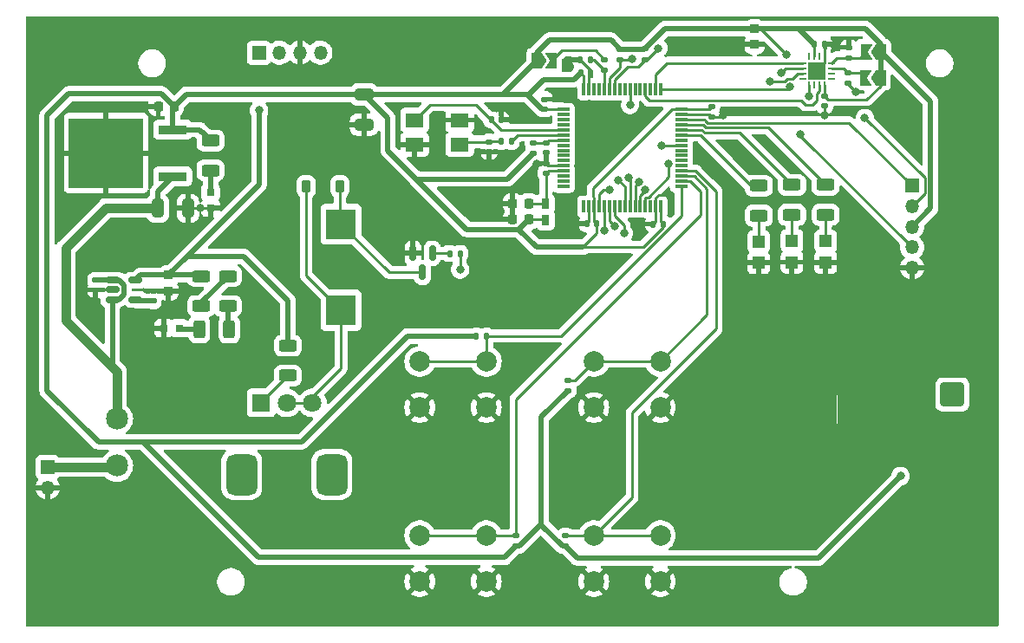
<source format=gbr>
%TF.GenerationSoftware,KiCad,Pcbnew,8.0.6*%
%TF.CreationDate,2025-03-03T18:48:18-05:00*%
%TF.ProjectId,receiver,72656365-6976-4657-922e-6b696361645f,rev?*%
%TF.SameCoordinates,Original*%
%TF.FileFunction,Copper,L1,Top*%
%TF.FilePolarity,Positive*%
%FSLAX46Y46*%
G04 Gerber Fmt 4.6, Leading zero omitted, Abs format (unit mm)*
G04 Created by KiCad (PCBNEW 8.0.6) date 2025-03-03 18:48:18*
%MOMM*%
%LPD*%
G01*
G04 APERTURE LIST*
G04 Aperture macros list*
%AMRoundRect*
0 Rectangle with rounded corners*
0 $1 Rounding radius*
0 $2 $3 $4 $5 $6 $7 $8 $9 X,Y pos of 4 corners*
0 Add a 4 corners polygon primitive as box body*
4,1,4,$2,$3,$4,$5,$6,$7,$8,$9,$2,$3,0*
0 Add four circle primitives for the rounded corners*
1,1,$1+$1,$2,$3*
1,1,$1+$1,$4,$5*
1,1,$1+$1,$6,$7*
1,1,$1+$1,$8,$9*
0 Add four rect primitives between the rounded corners*
20,1,$1+$1,$2,$3,$4,$5,0*
20,1,$1+$1,$4,$5,$6,$7,0*
20,1,$1+$1,$6,$7,$8,$9,0*
20,1,$1+$1,$8,$9,$2,$3,0*%
%AMFreePoly0*
4,1,6,1.000000,0.000000,0.500000,-0.750000,-0.500000,-0.750000,-0.500000,0.750000,0.500000,0.750000,1.000000,0.000000,1.000000,0.000000,$1*%
%AMFreePoly1*
4,1,6,0.500000,-0.750000,-0.650000,-0.750000,-0.150000,0.000000,-0.650000,0.750000,0.500000,0.750000,0.500000,-0.750000,0.500000,-0.750000,$1*%
G04 Aperture macros list end*
%TA.AperFunction,SMDPad,CuDef*%
%ADD10RoundRect,0.150000X-0.512500X-0.150000X0.512500X-0.150000X0.512500X0.150000X-0.512500X0.150000X0*%
%TD*%
%TA.AperFunction,SMDPad,CuDef*%
%ADD11RoundRect,0.225000X0.225000X0.250000X-0.225000X0.250000X-0.225000X-0.250000X0.225000X-0.250000X0*%
%TD*%
%TA.AperFunction,SMDPad,CuDef*%
%ADD12RoundRect,0.140000X-0.140000X-0.170000X0.140000X-0.170000X0.140000X0.170000X-0.140000X0.170000X0*%
%TD*%
%TA.AperFunction,SMDPad,CuDef*%
%ADD13R,0.711200X0.254000*%
%TD*%
%TA.AperFunction,SMDPad,CuDef*%
%ADD14R,0.254000X0.711200*%
%TD*%
%TA.AperFunction,SMDPad,CuDef*%
%ADD15R,1.676400X1.676400*%
%TD*%
%TA.AperFunction,SMDPad,CuDef*%
%ADD16R,0.800000X0.800000*%
%TD*%
%TA.AperFunction,SMDPad,CuDef*%
%ADD17RoundRect,0.140000X-0.170000X0.140000X-0.170000X-0.140000X0.170000X-0.140000X0.170000X0.140000X0*%
%TD*%
%TA.AperFunction,SMDPad,CuDef*%
%ADD18FreePoly0,0.000000*%
%TD*%
%TA.AperFunction,SMDPad,CuDef*%
%ADD19FreePoly1,0.000000*%
%TD*%
%TA.AperFunction,SMDPad,CuDef*%
%ADD20R,3.000000X3.000000*%
%TD*%
%TA.AperFunction,SMDPad,CuDef*%
%ADD21RoundRect,0.135000X-0.135000X-0.185000X0.135000X-0.185000X0.135000X0.185000X-0.135000X0.185000X0*%
%TD*%
%TA.AperFunction,ComponentPad*%
%ADD22R,1.350000X1.350000*%
%TD*%
%TA.AperFunction,ComponentPad*%
%ADD23O,1.350000X1.350000*%
%TD*%
%TA.AperFunction,SMDPad,CuDef*%
%ADD24RoundRect,0.140000X0.140000X0.170000X-0.140000X0.170000X-0.140000X-0.170000X0.140000X-0.170000X0*%
%TD*%
%TA.AperFunction,SMDPad,CuDef*%
%ADD25R,1.200000X1.200000*%
%TD*%
%TA.AperFunction,SMDPad,CuDef*%
%ADD26RoundRect,0.135000X0.185000X-0.135000X0.185000X0.135000X-0.185000X0.135000X-0.185000X-0.135000X0*%
%TD*%
%TA.AperFunction,SMDPad,CuDef*%
%ADD27RoundRect,0.250000X-0.625000X0.312500X-0.625000X-0.312500X0.625000X-0.312500X0.625000X0.312500X0*%
%TD*%
%TA.AperFunction,SMDPad,CuDef*%
%ADD28RoundRect,0.140000X0.170000X-0.140000X0.170000X0.140000X-0.170000X0.140000X-0.170000X-0.140000X0*%
%TD*%
%TA.AperFunction,SMDPad,CuDef*%
%ADD29RoundRect,0.250000X0.625000X-0.312500X0.625000X0.312500X-0.625000X0.312500X-0.625000X-0.312500X0*%
%TD*%
%TA.AperFunction,SMDPad,CuDef*%
%ADD30RoundRect,0.135000X-0.185000X0.135000X-0.185000X-0.135000X0.185000X-0.135000X0.185000X0.135000X0*%
%TD*%
%TA.AperFunction,SMDPad,CuDef*%
%ADD31RoundRect,0.250000X0.312500X0.625000X-0.312500X0.625000X-0.312500X-0.625000X0.312500X-0.625000X0*%
%TD*%
%TA.AperFunction,SMDPad,CuDef*%
%ADD32FreePoly0,180.000000*%
%TD*%
%TA.AperFunction,SMDPad,CuDef*%
%ADD33FreePoly1,180.000000*%
%TD*%
%TA.AperFunction,SMDPad,CuDef*%
%ADD34RoundRect,0.250000X-0.325000X-0.650000X0.325000X-0.650000X0.325000X0.650000X-0.325000X0.650000X0*%
%TD*%
%TA.AperFunction,SMDPad,CuDef*%
%ADD35RoundRect,0.225000X-0.225000X-0.375000X0.225000X-0.375000X0.225000X0.375000X-0.225000X0.375000X0*%
%TD*%
%TA.AperFunction,SMDPad,CuDef*%
%ADD36RoundRect,0.150000X-0.150000X0.587500X-0.150000X-0.587500X0.150000X-0.587500X0.150000X0.587500X0*%
%TD*%
%TA.AperFunction,SMDPad,CuDef*%
%ADD37R,1.193800X0.304800*%
%TD*%
%TA.AperFunction,SMDPad,CuDef*%
%ADD38R,0.304800X1.193800*%
%TD*%
%TA.AperFunction,SMDPad,CuDef*%
%ADD39RoundRect,0.225000X-0.250000X0.225000X-0.250000X-0.225000X0.250000X-0.225000X0.250000X0.225000X0*%
%TD*%
%TA.AperFunction,SMDPad,CuDef*%
%ADD40RoundRect,0.135000X0.135000X0.185000X-0.135000X0.185000X-0.135000X-0.185000X0.135000X-0.185000X0*%
%TD*%
%TA.AperFunction,ComponentPad*%
%ADD41RoundRect,0.200100X-0.949900X0.949900X-0.949900X-0.949900X0.949900X-0.949900X0.949900X0.949900X0*%
%TD*%
%TA.AperFunction,ComponentPad*%
%ADD42C,2.500000*%
%TD*%
%TA.AperFunction,SMDPad,CuDef*%
%ADD43RoundRect,0.250000X-0.650000X0.325000X-0.650000X-0.325000X0.650000X-0.325000X0.650000X0.325000X0*%
%TD*%
%TA.AperFunction,SMDPad,CuDef*%
%ADD44R,0.800000X1.000000*%
%TD*%
%TA.AperFunction,SMDPad,CuDef*%
%ADD45R,1.800000X1.400000*%
%TD*%
%TA.AperFunction,SMDPad,CuDef*%
%ADD46R,2.794000X0.939800*%
%TD*%
%TA.AperFunction,SMDPad,CuDef*%
%ADD47R,7.239000X6.832600*%
%TD*%
%TA.AperFunction,ComponentPad*%
%ADD48R,1.800000X1.800000*%
%TD*%
%TA.AperFunction,ComponentPad*%
%ADD49C,1.800000*%
%TD*%
%TA.AperFunction,ComponentPad*%
%ADD50RoundRect,0.750000X-0.750000X1.250000X-0.750000X-1.250000X0.750000X-1.250000X0.750000X1.250000X0*%
%TD*%
%TA.AperFunction,ComponentPad*%
%ADD51C,2.000000*%
%TD*%
%TA.AperFunction,ComponentPad*%
%ADD52C,2.159000*%
%TD*%
%TA.AperFunction,ViaPad*%
%ADD53C,0.800000*%
%TD*%
%TA.AperFunction,Conductor*%
%ADD54C,0.250000*%
%TD*%
%TA.AperFunction,Conductor*%
%ADD55C,0.500000*%
%TD*%
%TA.AperFunction,Conductor*%
%ADD56C,0.900000*%
%TD*%
G04 APERTURE END LIST*
D10*
%TO.P,U3,1,Vin*%
%TO.N,VCC*%
X108314821Y-98813395D03*
%TO.P,U3,2,GND*%
%TO.N,GND*%
X108314821Y-99763395D03*
%TO.P,U3,3,ON*%
%TO.N,VCC*%
X108314821Y-100713395D03*
%TO.P,U3,4,Noise*%
%TO.N,Net-(U3-Noise)*%
X110589821Y-100713395D03*
%TO.P,U3,5,Vout*%
%TO.N,+5V*%
X110589821Y-98813395D03*
%TD*%
D11*
%TO.P,STM_C9,1*%
%TO.N,+3.3V*%
X148955222Y-92914887D03*
%TO.P,STM_C9,2*%
%TO.N,GND*%
X147405222Y-92914887D03*
%TD*%
D12*
%TO.P,CSTL_C1,1*%
%TO.N,OSC_IN*%
X145317302Y-83159773D03*
%TO.P,CSTL_C1,2*%
%TO.N,GND*%
X146277302Y-83159773D03*
%TD*%
D13*
%TO.P,U4,1,INT*%
%TO.N,MLX_INT*%
X175719419Y-77623457D03*
%TO.P,U4,2,SENB/CS*%
%TO.N,+3.3V*%
X175719419Y-78123458D03*
%TO.P,U4,3,SCL/SCLK*%
%TO.N,I2C_SCL*%
X175719419Y-78623458D03*
%TO.P,U4,4,N/C*%
%TO.N,unconnected-(U4-N{slash}C-Pad4)*%
X175719419Y-79123459D03*
D14*
%TO.P,U4,5,SDA/MOSI*%
%TO.N,I2C_SDA*%
X176366418Y-79770458D03*
%TO.P,U4,6,MISO*%
%TO.N,unconnected-(U4-MISO-Pad6)*%
X176866419Y-79770458D03*
%TO.P,U4,7,INT/TRIG*%
%TO.N,MLX_INT{slash}TRIG*%
X177366419Y-79770458D03*
%TO.P,U4,8,VDD_IO*%
%TO.N,+3.3V*%
X177866420Y-79770458D03*
D13*
%TO.P,U4,9,N/C*%
%TO.N,unconnected-(U4-N{slash}C-Pad9)*%
X178513419Y-79123459D03*
%TO.P,U4,10,N/C*%
%TO.N,unconnected-(U4-N{slash}C-Pad10)*%
X178513419Y-78623458D03*
%TO.P,U4,11,A1*%
%TO.N,Net-(MLX_A1-B)*%
X178513419Y-78123458D03*
%TO.P,U4,12,A0*%
%TO.N,Net-(MLX_A0-B)*%
X178513419Y-77623457D03*
D14*
%TO.P,U4,13,VSS*%
%TO.N,GND*%
X177866420Y-76976458D03*
%TO.P,U4,14,N/C*%
%TO.N,unconnected-(U4-N{slash}C-Pad14)*%
X177366419Y-76976458D03*
%TO.P,U4,15,VDD*%
%TO.N,+3.3V*%
X176866419Y-76976458D03*
%TO.P,U4,16,N/C*%
%TO.N,unconnected-(U4-N{slash}C-Pad16)*%
X176366418Y-76976458D03*
D15*
%TO.P,U4,17,GND*%
%TO.N,GND*%
X177116419Y-78373458D03*
%TD*%
D16*
%TO.P,PWR_D2,1,K*%
%TO.N,GND*%
X113353128Y-103519171D03*
%TO.P,PWR_D2,2,A*%
%TO.N,Net-(PWR_D2-A)*%
X114853128Y-103519171D03*
%TD*%
D17*
%TO.P,PWR_C4,1*%
%TO.N,VCC*%
X106681187Y-98820277D03*
%TO.P,PWR_C4,2*%
%TO.N,GND*%
X106681187Y-99780277D03*
%TD*%
D18*
%TO.P,JP1,1,A*%
%TO.N,+3.3V*%
X149772192Y-77371319D03*
D19*
%TO.P,JP1,2,B*%
%TO.N,Net-(JP1-B)*%
X151222192Y-77371319D03*
%TD*%
D20*
%TO.P,BZ1,1,-*%
%TO.N,Net-(BUZ_D1-K)*%
X130649833Y-101763250D03*
%TO.P,BZ1,2,+*%
%TO.N,Net-(BUZ_D1-A)*%
X130649833Y-93363250D03*
%TD*%
D21*
%TO.P,BUT_R1,1*%
%TO.N,+3.3V*%
X143846547Y-104296696D03*
%TO.P,BUT_R1,2*%
%TO.N,PUSH_1*%
X144866547Y-104296696D03*
%TD*%
D17*
%TO.P,MLX_C1,1*%
%TO.N,+3.3V*%
X177869013Y-80844887D03*
%TO.P,MLX_C1,2*%
%TO.N,GND*%
X177869013Y-81804887D03*
%TD*%
D22*
%TO.P,PWR_J1,1,Pin_1*%
%TO.N,Net-(PWR_J1-Pin_1)*%
X101999565Y-117092575D03*
D23*
%TO.P,PWR_J1,2,Pin_2*%
%TO.N,GND*%
X101999565Y-119092575D03*
%TD*%
D24*
%TO.P,STM_C3,1*%
%TO.N,+3.3V*%
X155600749Y-93325498D03*
%TO.P,STM_C3,2*%
%TO.N,GND*%
X154640749Y-93325498D03*
%TD*%
D25*
%TO.P,D3,1,K*%
%TO.N,GND*%
X177972188Y-97094202D03*
%TO.P,D3,2,A*%
%TO.N,Net-(D3-A)*%
X177972188Y-94994202D03*
%TD*%
D24*
%TO.P,STM_C4,1*%
%TO.N,+3.3V*%
X162102231Y-93343763D03*
%TO.P,STM_C4,2*%
%TO.N,GND*%
X161142231Y-93343763D03*
%TD*%
D12*
%TO.P,STM_C1,1*%
%TO.N,+3.3V*%
X154049054Y-78594732D03*
%TO.P,STM_C1,2*%
%TO.N,GND*%
X155009054Y-78594732D03*
%TD*%
D26*
%TO.P,S_R1,1*%
%TO.N,+3.3V*%
X149419988Y-86415667D03*
%TO.P,S_R1,2*%
%TO.N,NRST*%
X149419988Y-85395667D03*
%TD*%
D11*
%TO.P,STM_C8,1*%
%TO.N,+3.3VA*%
X148964259Y-91320267D03*
%TO.P,STM_C8,2*%
%TO.N,GND*%
X147414259Y-91320267D03*
%TD*%
D27*
%TO.P,LED_R1,1*%
%TO.N,LED1*%
X171444382Y-89602577D03*
%TO.P,LED_R1,2*%
%TO.N,Net-(D1-A)*%
X171444382Y-92527577D03*
%TD*%
D28*
%TO.P,PWR_C5,1*%
%TO.N,Net-(U3-Noise)*%
X112305458Y-100875165D03*
%TO.P,PWR_C5,2*%
%TO.N,GND*%
X112305458Y-99915165D03*
%TD*%
D27*
%TO.P,PWR_R1,1*%
%TO.N,+3.3V*%
X117907483Y-85186988D03*
%TO.P,PWR_R1,2*%
%TO.N,Net-(PWR_D1-A)*%
X117907483Y-88111988D03*
%TD*%
D29*
%TO.P,BUZ_R1,1*%
%TO.N,Net-(BUZ_R1-Pad1)*%
X125456681Y-108147091D03*
%TO.P,BUZ_R1,2*%
%TO.N,+5V*%
X125456681Y-105222091D03*
%TD*%
D21*
%TO.P,S_R4,1*%
%TO.N,Net-(CSTL_C2-Pad1)*%
X146282778Y-85264942D03*
%TO.P,S_R4,2*%
%TO.N,OSC_OUT*%
X147302778Y-85264942D03*
%TD*%
D17*
%TO.P,S_C10,1*%
%TO.N,NRST*%
X150667053Y-85425431D03*
%TO.P,S_C10,2*%
%TO.N,GND*%
X150667053Y-86385431D03*
%TD*%
D30*
%TO.P,I2C_R2,1*%
%TO.N,+3.3V*%
X160300519Y-76238048D03*
%TO.P,I2C_R2,2*%
%TO.N,I2C_SCL*%
X160300519Y-77258048D03*
%TD*%
D31*
%TO.P,PWR_R4,1*%
%TO.N,Net-(PWR_R3-Pad2)*%
X119727314Y-103633713D03*
%TO.P,PWR_R4,2*%
%TO.N,Net-(PWR_D2-A)*%
X116802314Y-103633713D03*
%TD*%
D30*
%TO.P,STM_R2,1*%
%TO.N,Net-(JP1-B)*%
X156380150Y-77268722D03*
%TO.P,STM_R2,2*%
%TO.N,BOOT0*%
X156380150Y-78288722D03*
%TD*%
D22*
%TO.P,J3,1,GND*%
%TO.N,+5V*%
X122631959Y-76597438D03*
D23*
%TO.P,J3,2,VCC*%
%TO.N,I2C_SDA*%
X124631959Y-76597438D03*
%TO.P,J3,3,SDA*%
%TO.N,GND*%
X126631959Y-76597438D03*
%TO.P,J3,4,SCL*%
%TO.N,I2C_SCL*%
X128631959Y-76597438D03*
%TD*%
D26*
%TO.P,BUT_R4,1*%
%TO.N,+3.3V*%
X152560448Y-124807293D03*
%TO.P,BUT_R4,2*%
%TO.N,PUSH_4*%
X152560448Y-123787293D03*
%TD*%
D28*
%TO.P,S_C7,1*%
%TO.N,+3.3VA*%
X150669133Y-88387129D03*
%TO.P,S_C7,2*%
%TO.N,GND*%
X150669133Y-87427129D03*
%TD*%
D16*
%TO.P,PWR_D1,1,K*%
%TO.N,GND*%
X117911156Y-91756319D03*
%TO.P,PWR_D1,2,A*%
%TO.N,Net-(PWR_D1-A)*%
X117911156Y-90256319D03*
%TD*%
D32*
%TO.P,MLX_A0,1,A*%
%TO.N,+3.3V*%
X183353945Y-76507302D03*
D33*
%TO.P,MLX_A0,2,B*%
%TO.N,Net-(MLX_A0-B)*%
X181903945Y-76507302D03*
%TD*%
D27*
%TO.P,LED_R2,1*%
%TO.N,LED2*%
X174689472Y-89515365D03*
%TO.P,LED_R2,2*%
%TO.N,Net-(D2-A)*%
X174689472Y-92440365D03*
%TD*%
%TO.P,PWR_R3,1*%
%TO.N,Net-(PWR_R2-Pad2)*%
X119582044Y-98429514D03*
%TO.P,PWR_R3,2*%
%TO.N,Net-(PWR_R3-Pad2)*%
X119582044Y-101354514D03*
%TD*%
%TO.P,PWR_R2,1*%
%TO.N,+5V*%
X117004854Y-98429514D03*
%TO.P,PWR_R2,2*%
%TO.N,Net-(PWR_R2-Pad2)*%
X117004854Y-101354514D03*
%TD*%
D25*
%TO.P,D2,1,K*%
%TO.N,GND*%
X174686024Y-97071779D03*
%TO.P,D2,2,A*%
%TO.N,Net-(D2-A)*%
X174686024Y-94971779D03*
%TD*%
D27*
%TO.P,LED_R3,1*%
%TO.N,LED3*%
X177954400Y-89508603D03*
%TO.P,LED_R3,2*%
%TO.N,Net-(D3-A)*%
X177954400Y-92433603D03*
%TD*%
D30*
%TO.P,I2C_R1,1*%
%TO.N,+3.3V*%
X157918528Y-76270201D03*
%TO.P,I2C_R1,2*%
%TO.N,I2C_SDA*%
X157918528Y-77290201D03*
%TD*%
D26*
%TO.P,BUT_R3,1*%
%TO.N,+3.3V*%
X152800916Y-109605109D03*
%TO.P,BUT_R3,2*%
%TO.N,PUSH_3*%
X152800916Y-108585109D03*
%TD*%
D34*
%TO.P,PWR_C1,1*%
%TO.N,VCC*%
X112760277Y-91797018D03*
%TO.P,PWR_C1,2*%
%TO.N,GND*%
X115710277Y-91797018D03*
%TD*%
D35*
%TO.P,BUZ_D1,1,K*%
%TO.N,Net-(BUZ_D1-K)*%
X127237611Y-89681145D03*
%TO.P,BUZ_D1,2,A*%
%TO.N,Net-(BUZ_D1-A)*%
X130537611Y-89681145D03*
%TD*%
D28*
%TO.P,S_C2,1*%
%TO.N,+3.3V*%
X150483023Y-82114002D03*
%TO.P,S_C2,2*%
%TO.N,GND*%
X150483023Y-81154002D03*
%TD*%
D36*
%TO.P,Q1,1,C*%
%TO.N,Net-(BUZ_D1-A)*%
X138611808Y-98070991D03*
%TO.P,Q1,2,B*%
%TO.N,Net-(Q1-B)*%
X139561808Y-96195991D03*
%TO.P,Q1,3,E*%
%TO.N,GND*%
X137661808Y-96195991D03*
%TD*%
D32*
%TO.P,MLX_A1,1,A*%
%TO.N,+3.3V*%
X183336005Y-79047302D03*
D33*
%TO.P,MLX_A1,2,B*%
%TO.N,Net-(MLX_A1-B)*%
X181886005Y-79047302D03*
%TD*%
D22*
%TO.P,J2,1,Pin_1*%
%TO.N,SYS_SWDIO*%
X186415391Y-89603771D03*
D23*
%TO.P,J2,2,Pin_2*%
%TO.N,SYS_SWCLK*%
X186415391Y-91603771D03*
%TO.P,J2,3,Pin_3*%
%TO.N,+3.3V*%
X186415391Y-93603771D03*
%TO.P,J2,4,Pin_4*%
%TO.N,SYS_TRACESWO*%
X186415391Y-95603771D03*
%TO.P,J2,5,Pin_5*%
%TO.N,GND*%
X186415391Y-97603771D03*
%TD*%
D26*
%TO.P,MLX_R1,1*%
%TO.N,Net-(MLX_A0-B)*%
X180226624Y-77094622D03*
%TO.P,MLX_R1,2*%
%TO.N,GND*%
X180226624Y-76074622D03*
%TD*%
D37*
%TO.P,U1,1,VBAT*%
%TO.N,+3.3V*%
X152366799Y-82147422D03*
%TO.P,U1,2,PC13*%
%TO.N,unconnected-(U1-PC13-Pad2)*%
X152366799Y-82647421D03*
%TO.P,U1,3,PC14*%
%TO.N,unconnected-(U1-PC14-Pad3)*%
X152366799Y-83147422D03*
%TO.P,U1,4,PC15*%
%TO.N,unconnected-(U1-PC15-Pad4)*%
X152366799Y-83647421D03*
%TO.P,U1,5,PD0*%
%TO.N,OSC_IN*%
X152366799Y-84147423D03*
%TO.P,U1,6,PD1*%
%TO.N,OSC_OUT*%
X152366799Y-84647422D03*
%TO.P,U1,7,NRST*%
%TO.N,NRST*%
X152366799Y-85147421D03*
%TO.P,U1,8,PC0*%
%TO.N,unconnected-(U1-PC0-Pad8)*%
X152366799Y-85647422D03*
%TO.P,U1,9,PC1*%
%TO.N,unconnected-(U1-PC1-Pad9)*%
X152366799Y-86147422D03*
%TO.P,U1,10,PC2*%
%TO.N,unconnected-(U1-PC2-Pad10)*%
X152366799Y-86647423D03*
%TO.P,U1,11,PC3*%
%TO.N,unconnected-(U1-PC3-Pad11)*%
X152366799Y-87147422D03*
%TO.P,U1,12,VSSA*%
%TO.N,GND*%
X152366799Y-87647421D03*
%TO.P,U1,13,VDDA*%
%TO.N,+3.3VA*%
X152366799Y-88147423D03*
%TO.P,U1,14,PA0*%
%TO.N,unconnected-(U1-PA0-Pad14)*%
X152366799Y-88647422D03*
%TO.P,U1,15,PA1*%
%TO.N,unconnected-(U1-PA1-Pad15)*%
X152366799Y-89147423D03*
%TO.P,U1,16,PA2*%
%TO.N,unconnected-(U1-PA2-Pad16)*%
X152366799Y-89647422D03*
D38*
%TO.P,U1,17,PA3*%
%TO.N,unconnected-(U1-PA3-Pad17)*%
X154366798Y-91647421D03*
%TO.P,U1,18,VSS*%
%TO.N,GND*%
X154866797Y-91647421D03*
%TO.P,U1,19,VDD*%
%TO.N,+3.3V*%
X155366798Y-91647421D03*
%TO.P,U1,20,PA4*%
%TO.N,SPI_RFM_CS*%
X155866797Y-91647421D03*
%TO.P,U1,21,PA5*%
%TO.N,SPI_SCK*%
X156366799Y-91647421D03*
%TO.P,U1,22,PA6*%
%TO.N,SPI_MISO*%
X156866798Y-91647421D03*
%TO.P,U1,23,PA7*%
%TO.N,SPI_MOSI*%
X157366797Y-91647421D03*
%TO.P,U1,24,PC4*%
%TO.N,unconnected-(U1-PC4-Pad24)*%
X157866798Y-91647421D03*
%TO.P,U1,25,PC5*%
%TO.N,RFM_SDN*%
X158366798Y-91647421D03*
%TO.P,U1,26,PB0*%
%TO.N,RFM_GPIO1*%
X158866799Y-91647421D03*
%TO.P,U1,27,PB1*%
%TO.N,RFM_GPIO2*%
X159366798Y-91647421D03*
%TO.P,U1,28,PB2*%
%TO.N,RFM_GPIO3*%
X159866797Y-91647421D03*
%TO.P,U1,29,PB10*%
%TO.N,RFM_NIRQ*%
X160366799Y-91647421D03*
%TO.P,U1,30,PB11*%
%TO.N,unconnected-(U1-PB11-Pad30)*%
X160866798Y-91647421D03*
%TO.P,U1,31,VSS*%
%TO.N,GND*%
X161366799Y-91647421D03*
%TO.P,U1,32,VDD*%
%TO.N,+3.3V*%
X161866798Y-91647421D03*
D37*
%TO.P,U1,33,PB12*%
%TO.N,PUSH_1*%
X163866797Y-89647422D03*
%TO.P,U1,34,PB13*%
%TO.N,PUSH_2*%
X163866797Y-89147423D03*
%TO.P,U1,35,PB14*%
%TO.N,PUSH_3*%
X163866797Y-88647422D03*
%TO.P,U1,36,PB15*%
%TO.N,PUSH_4*%
X163866797Y-88147423D03*
%TO.P,U1,37,PC6*%
%TO.N,unconnected-(U1-PC6-Pad37)*%
X163866797Y-87647421D03*
%TO.P,U1,38,PC7*%
%TO.N,unconnected-(U1-PC7-Pad38)*%
X163866797Y-87147422D03*
%TO.P,U1,39,PC8*%
%TO.N,unconnected-(U1-PC8-Pad39)*%
X163866797Y-86647423D03*
%TO.P,U1,40,PC9*%
%TO.N,unconnected-(U1-PC9-Pad40)*%
X163866797Y-86147422D03*
%TO.P,U1,41,PA8*%
%TO.N,BUZZER*%
X163866797Y-85647422D03*
%TO.P,U1,42,PA9*%
%TO.N,unconnected-(U1-PA9-Pad42)*%
X163866797Y-85147421D03*
%TO.P,U1,43,PA10*%
%TO.N,LED1*%
X163866797Y-84647422D03*
%TO.P,U1,44,PA11*%
%TO.N,LED2*%
X163866797Y-84147423D03*
%TO.P,U1,45,PA12*%
%TO.N,LED3*%
X163866797Y-83647421D03*
%TO.P,U1,46,PA13*%
%TO.N,SYS_SWDIO*%
X163866797Y-83147422D03*
%TO.P,U1,47,VSS*%
%TO.N,GND*%
X163866797Y-82647421D03*
%TO.P,U1,48,VDD*%
%TO.N,+3.3V*%
X163866797Y-82147422D03*
D38*
%TO.P,U1,49,PA14*%
%TO.N,SYS_SWCLK*%
X161866798Y-80147423D03*
%TO.P,U1,50,PA15*%
%TO.N,MLX_INT*%
X161366799Y-80147423D03*
%TO.P,U1,51,PC10*%
%TO.N,unconnected-(U1-PC10-Pad51)*%
X160866798Y-80147423D03*
%TO.P,U1,52,PC11*%
%TO.N,MLX_INT{slash}TRIG*%
X160366799Y-80147423D03*
%TO.P,U1,53,PC12*%
%TO.N,unconnected-(U1-PC12-Pad53)*%
X159866797Y-80147423D03*
%TO.P,U1,54,PD2*%
%TO.N,unconnected-(U1-PD2-Pad54)*%
X159366798Y-80147423D03*
%TO.P,U1,55,PB3*%
%TO.N,SYS_TRACESWO*%
X158866799Y-80147423D03*
%TO.P,U1,56,PB4*%
%TO.N,unconnected-(U1-PB4-Pad56)*%
X158366798Y-80147423D03*
%TO.P,U1,57,PB5*%
%TO.N,unconnected-(U1-PB5-Pad57)*%
X157866798Y-80147423D03*
%TO.P,U1,58,PB6*%
%TO.N,I2C_SCL*%
X157366797Y-80147423D03*
%TO.P,U1,59,PB7*%
%TO.N,I2C_SDA*%
X156866798Y-80147423D03*
%TO.P,U1,60,BOOT0*%
%TO.N,BOOT0*%
X156366799Y-80147423D03*
%TO.P,U1,61,PB8*%
%TO.N,unconnected-(U1-PB8-Pad61)*%
X155866797Y-80147423D03*
%TO.P,U1,62,PB9*%
%TO.N,unconnected-(U1-PB9-Pad62)*%
X155366798Y-80147423D03*
%TO.P,U1,63,VSS*%
%TO.N,GND*%
X154866797Y-80147423D03*
%TO.P,U1,64,VDD*%
%TO.N,+3.3V*%
X154366798Y-80147423D03*
%TD*%
D39*
%TO.P,MLX_C3,1*%
%TO.N,+3.3V*%
X171019801Y-74252401D03*
%TO.P,MLX_C3,2*%
%TO.N,GND*%
X171019801Y-75802401D03*
%TD*%
D40*
%TO.P,STM_R3,1*%
%TO.N,BOOT0*%
X155020958Y-77284395D03*
%TO.P,STM_R3,2*%
%TO.N,GND*%
X154000958Y-77284395D03*
%TD*%
D30*
%TO.P,MLX_R2,1*%
%TO.N,Net-(MLX_A1-B)*%
X180177236Y-78582262D03*
%TO.P,MLX_R2,2*%
%TO.N,GND*%
X180177236Y-79602262D03*
%TD*%
D41*
%TO.P,J1,1,In*%
%TO.N,/Capteurs/ANT*%
X190338188Y-109992891D03*
D42*
%TO.P,J1,2,Ext*%
%TO.N,GND*%
X192878188Y-107452891D03*
X187798188Y-107452891D03*
X192878188Y-112532891D03*
X187798188Y-112532891D03*
%TD*%
D39*
%TO.P,PWR_C3,1*%
%TO.N,+5V*%
X113810283Y-98334129D03*
%TO.P,PWR_C3,2*%
%TO.N,GND*%
X113810283Y-99884129D03*
%TD*%
D25*
%TO.P,D1,1,K*%
%TO.N,GND*%
X171434291Y-97144398D03*
%TO.P,D1,2,A*%
%TO.N,Net-(D1-A)*%
X171434291Y-95044398D03*
%TD*%
D11*
%TO.P,PWR_C2,1*%
%TO.N,+3.3V*%
X114349877Y-81846789D03*
%TO.P,PWR_C2,2*%
%TO.N,GND*%
X112799877Y-81846789D03*
%TD*%
D12*
%TO.P,MLX_C2,1*%
%TO.N,+3.3V*%
X176881766Y-75807249D03*
%TO.P,MLX_C2,2*%
%TO.N,GND*%
X177841766Y-75807249D03*
%TD*%
D17*
%TO.P,CSTL_C2,1*%
%TO.N,Net-(CSTL_C2-Pad1)*%
X145125495Y-85313305D03*
%TO.P,CSTL_C2,2*%
%TO.N,GND*%
X145125495Y-86273305D03*
%TD*%
D43*
%TO.P,STM_C6,1*%
%TO.N,+3.3V*%
X132899705Y-80685496D03*
%TO.P,STM_C6,2*%
%TO.N,GND*%
X132899705Y-83635496D03*
%TD*%
D17*
%TO.P,STM_C5,1*%
%TO.N,+3.3V*%
X166840406Y-81899607D03*
%TO.P,STM_C5,2*%
%TO.N,GND*%
X166840406Y-82859607D03*
%TD*%
D44*
%TO.P,FB1,1*%
%TO.N,+3.3V*%
X150600285Y-92956192D03*
%TO.P,FB1,2*%
%TO.N,+3.3VA*%
X150600285Y-91356192D03*
%TD*%
D45*
%TO.P,Y1,1,1*%
%TO.N,OSC_IN*%
X137845136Y-83184038D03*
%TO.P,Y1,2,2*%
%TO.N,GND*%
X137845136Y-85584038D03*
%TO.P,Y1,3,3*%
%TO.N,Net-(CSTL_C2-Pad1)*%
X142245136Y-85584038D03*
%TO.P,Y1,4,4*%
%TO.N,GND*%
X142245136Y-83184038D03*
%TD*%
D40*
%TO.P,BUZ_R2,1*%
%TO.N,BUZZER*%
X142276008Y-96224213D03*
%TO.P,BUZ_R2,2*%
%TO.N,Net-(Q1-B)*%
X141256008Y-96224213D03*
%TD*%
D26*
%TO.P,BUT_R2,1*%
%TO.N,+3.3V*%
X147720677Y-124807293D03*
%TO.P,BUT_R2,2*%
%TO.N,PUSH_2*%
X147720677Y-123787293D03*
%TD*%
D46*
%TO.P,U2,1,VIN*%
%TO.N,VCC*%
X114208585Y-88696382D03*
D47*
%TO.P,U2,2,GND*%
%TO.N,GND*%
X107693485Y-86406381D03*
D46*
%TO.P,U2,3,VOUT*%
%TO.N,+3.3V*%
X114208585Y-84116380D03*
%TD*%
D48*
%TO.P,RV1,1,1*%
%TO.N,Net-(BUZ_R1-Pad1)*%
X122855079Y-110819387D03*
D49*
%TO.P,RV1,2,2*%
%TO.N,Net-(BUZ_D1-K)*%
X125355079Y-110819387D03*
%TO.P,RV1,3,3*%
X127855079Y-110819387D03*
D50*
%TO.P,RV1,MP*%
%TO.N,N/C*%
X129755079Y-117819387D03*
X120955079Y-117819387D03*
%TD*%
D51*
%TO.P,SW3,1,1*%
%TO.N,PUSH_3*%
X161834957Y-106771352D03*
X155334957Y-106771352D03*
%TO.P,SW3,2,2*%
%TO.N,GND*%
X161834957Y-111271352D03*
X155334957Y-111271352D03*
%TD*%
%TO.P,SW1,1,1*%
%TO.N,PUSH_1*%
X144834957Y-106771352D03*
X138334957Y-106771352D03*
%TO.P,SW1,2,2*%
%TO.N,GND*%
X144834957Y-111271352D03*
X138334957Y-111271352D03*
%TD*%
%TO.P,SW4,1,1*%
%TO.N,PUSH_4*%
X161834957Y-123771352D03*
X155334957Y-123771352D03*
%TO.P,SW4,2,2*%
%TO.N,GND*%
X161834957Y-128271352D03*
X155334957Y-128271352D03*
%TD*%
%TO.P,SW2,1,1*%
%TO.N,PUSH_2*%
X144834957Y-123771352D03*
X138334957Y-123771352D03*
%TO.P,SW2,2,2*%
%TO.N,GND*%
X144834957Y-128271352D03*
X138334957Y-128271352D03*
%TD*%
D52*
%TO.P,SW5,1,A*%
%TO.N,VCC*%
X108760540Y-112361013D03*
%TO.P,SW5,2,B*%
%TO.N,Net-(PWR_J1-Pin_1)*%
X108760540Y-116961014D03*
%TD*%
D53*
%TO.N,GND*%
X103409481Y-90881319D03*
X145153352Y-87577745D03*
X180054268Y-108247554D03*
X106431581Y-90877923D03*
X151947561Y-80807730D03*
X105025795Y-81923677D03*
X190497889Y-104974600D03*
X191611040Y-114973900D03*
X192476448Y-104974600D03*
X116908249Y-91776694D03*
X162795432Y-90465679D03*
X113747482Y-101674964D03*
X152798446Y-77640184D03*
X185506961Y-104974600D03*
X152948744Y-93365246D03*
X187684545Y-114973900D03*
X103120853Y-86375333D03*
X180054268Y-111454807D03*
X182225160Y-104974600D03*
X193589599Y-114973900D03*
X112462200Y-86395707D03*
X105185430Y-99829869D03*
X190655741Y-114973900D03*
X180054268Y-104979270D03*
X174692612Y-98552224D03*
X147844435Y-82473984D03*
X180054268Y-114513440D03*
X111148095Y-81933864D03*
X181119575Y-104974600D03*
X188549953Y-104974600D03*
X171428529Y-98496269D03*
X189542590Y-104974600D03*
X139991652Y-84281266D03*
X193518691Y-104974600D03*
X136417611Y-96206117D03*
X167992494Y-82732435D03*
X185514527Y-114973900D03*
X103131040Y-83492453D03*
X188707805Y-114973900D03*
X184480457Y-114973900D03*
X187594654Y-104974600D03*
X167185894Y-107837632D03*
X180054268Y-107145109D03*
X180054268Y-110394858D03*
X180054268Y-112449066D03*
X184401376Y-104974600D03*
X183289593Y-104974600D03*
X177869526Y-82706395D03*
X149747447Y-87438800D03*
X169085396Y-75813742D03*
X146058684Y-92082389D03*
X191521149Y-104974600D03*
X177966020Y-98524246D03*
X192634300Y-114973900D03*
X178788247Y-75835172D03*
X186620112Y-114973900D03*
X180054268Y-113430624D03*
X189663104Y-114973900D03*
X180054268Y-106042665D03*
X180054268Y-109298775D03*
X180879374Y-80413610D03*
X132922122Y-85265965D03*
X186571394Y-104974600D03*
X107684564Y-81903303D03*
%TO.N,+3.3V*%
X174156531Y-76786052D03*
X173627098Y-78554493D03*
X185273867Y-117971299D03*
%TO.N,BUZZER*%
X142286589Y-97778732D03*
X161955360Y-85684709D03*
%TO.N,I2C_SDA*%
X159110483Y-77192994D03*
X176362567Y-80895588D03*
%TO.N,I2C_SCL*%
X161614484Y-76171461D03*
X172539990Y-79422423D03*
%TO.N,SYS_SWCLK*%
X181798701Y-83002161D03*
X174505161Y-79896163D03*
%TO.N,SYS_TRACESWO*%
X175534422Y-84610894D03*
X158872150Y-81702057D03*
%TO.N,+5V*%
X122643006Y-82246359D03*
%TO.N,SPI_SCK*%
X156374038Y-94014085D03*
%TO.N,SPI_MOSI*%
X158267007Y-94251488D03*
%TO.N,SPI_MISO*%
X157367378Y-93564271D03*
%TO.N,RFM_NIRQ*%
X162641298Y-87461128D03*
%TO.N,SPI_RFM_CS*%
X156896404Y-89973420D03*
%TO.N,RFM_GPIO2*%
X159704359Y-89257016D03*
%TO.N,RFM_GPIO3*%
X160372884Y-90000709D03*
%TO.N,RFM_SDN*%
X157749142Y-89064176D03*
%TO.N,RFM_GPIO1*%
X158757451Y-88842409D03*
%TD*%
D54*
%TO.N,GND*%
X177837819Y-77005059D02*
X177837819Y-77652058D01*
X177837819Y-77652058D02*
X177116419Y-78373458D01*
X177866420Y-76976458D02*
X177837819Y-77005059D01*
X163866797Y-82647421D02*
X166628220Y-82647421D01*
X117890781Y-91776694D02*
X117911156Y-91756319D01*
X161659240Y-90465679D02*
X162795432Y-90465679D01*
X116887925Y-91797018D02*
X116908249Y-91776694D01*
X161366799Y-90758120D02*
X161659240Y-90465679D01*
X153977251Y-77260688D02*
X154000958Y-77284395D01*
X154601001Y-93365246D02*
X154640749Y-93325498D01*
X171428529Y-97150160D02*
X171434291Y-97144398D01*
X154866797Y-91647421D02*
X154866797Y-93099450D01*
X154866797Y-78736989D02*
X155009054Y-78594732D01*
X177966020Y-97100370D02*
X177972188Y-97094202D01*
X113353128Y-103519171D02*
X113353128Y-103780244D01*
X137309136Y-85718637D02*
X137295495Y-85732278D01*
X150889425Y-87647421D02*
X150669133Y-87427129D01*
X153973795Y-77311558D02*
X154000958Y-77284395D01*
X155009054Y-78292491D02*
X154000958Y-77284395D01*
D55*
X108297939Y-99780277D02*
X108314821Y-99763395D01*
D54*
X161366799Y-91647421D02*
X161366799Y-90758120D01*
X161142231Y-93343763D02*
X161366799Y-93119195D01*
X177866420Y-76976458D02*
X177866420Y-75831903D01*
X167865322Y-82859607D02*
X167992494Y-82732435D01*
X150657462Y-87438800D02*
X150669133Y-87427129D01*
X177869013Y-81804887D02*
X177869013Y-82705882D01*
X177866420Y-75831903D02*
X177841766Y-75807249D01*
X174692612Y-97078367D02*
X174686024Y-97071779D01*
D55*
X113779247Y-99915165D02*
X113810283Y-99884129D01*
D54*
X154866797Y-93099450D02*
X154640749Y-93325498D01*
X180177236Y-79711472D02*
X180879374Y-80413610D01*
X115710277Y-91797018D02*
X116887925Y-91797018D01*
X154866797Y-80147423D02*
X154866797Y-78736989D01*
X149747447Y-87438800D02*
X150657462Y-87438800D01*
X178760324Y-75807249D02*
X178788247Y-75835172D01*
X161366799Y-93119195D02*
X161366799Y-91647421D01*
X116908249Y-91776694D02*
X117890781Y-91776694D01*
X180177236Y-79602262D02*
X180177236Y-79711472D01*
X152366799Y-87647421D02*
X150889425Y-87647421D01*
X166628220Y-82647421D02*
X166840406Y-82859607D01*
X155009054Y-78594732D02*
X155009054Y-78292491D01*
X150669133Y-86387511D02*
X150667053Y-86385431D01*
X166840406Y-82859607D02*
X167865322Y-82859607D01*
X137651682Y-96206117D02*
X137661808Y-96195991D01*
X177869013Y-82705882D02*
X177869526Y-82706395D01*
%TO.N,PUSH_1*%
X144834957Y-106771352D02*
X138334957Y-106771352D01*
X144866547Y-106739762D02*
X144834957Y-106771352D01*
X144866547Y-104296696D02*
X144866547Y-106739762D01*
X163866797Y-92550687D02*
X152120788Y-104296696D01*
X152120788Y-104296696D02*
X144866547Y-104296696D01*
X163866797Y-89647422D02*
X163866797Y-92550687D01*
%TO.N,PUSH_2*%
X164766098Y-89147423D02*
X165769796Y-90151121D01*
X165769796Y-90151121D02*
X165769796Y-92431886D01*
X165769796Y-92431886D02*
X147720677Y-110481005D01*
X144834957Y-123771352D02*
X138334957Y-123771352D01*
X147720677Y-110481005D02*
X147720677Y-123787293D01*
X163866797Y-89147423D02*
X164766098Y-89147423D01*
X147720677Y-123787293D02*
X144850898Y-123787293D01*
X144850898Y-123787293D02*
X144834957Y-123771352D01*
%TO.N,PUSH_3*%
X165124087Y-88647422D02*
X166380698Y-89904033D01*
X166380698Y-89904033D02*
X166380698Y-102225611D01*
X163866797Y-88647422D02*
X165124087Y-88647422D01*
X153521200Y-108585109D02*
X155334957Y-106771352D01*
X166380698Y-102225611D02*
X161834957Y-106771352D01*
X152800916Y-108585109D02*
X153521200Y-108585109D01*
X161834957Y-106771352D02*
X155334957Y-106771352D01*
%TO.N,PUSH_4*%
X155334957Y-123771352D02*
X159069373Y-120036936D01*
X159069373Y-120036936D02*
X159069373Y-111793686D01*
X167277034Y-103586025D02*
X167277034Y-90171044D01*
X155319016Y-123787293D02*
X155334957Y-123771352D01*
X152560448Y-123787293D02*
X155319016Y-123787293D01*
X159069373Y-111793686D02*
X167277034Y-103586025D01*
X165387035Y-88281044D02*
X165253414Y-88147423D01*
X166565023Y-89459033D02*
X165387035Y-88281044D01*
X165253414Y-88147423D02*
X163866797Y-88147423D01*
X155334957Y-123771352D02*
X161834957Y-123771352D01*
X167277034Y-90171044D02*
X166565023Y-89459033D01*
%TO.N,+3.3V*%
X155260285Y-89854633D02*
X155260285Y-90644379D01*
D55*
X115511170Y-80685496D02*
X114349877Y-81846789D01*
X150207941Y-122731408D02*
X152283826Y-124807293D01*
X114208585Y-81988081D02*
X114349877Y-81846789D01*
X113106178Y-80603090D02*
X104065992Y-80603090D01*
X111328411Y-114629079D02*
X126780002Y-114629079D01*
X150432489Y-79216735D02*
X153427051Y-79216735D01*
D54*
X155600749Y-93325498D02*
X155600749Y-94255775D01*
X155260285Y-90644379D02*
X155366798Y-90750892D01*
D55*
X149772192Y-77371319D02*
X146458015Y-80685496D01*
X149772192Y-76616319D02*
X149772192Y-77371319D01*
X186415391Y-93603771D02*
X188221964Y-91797198D01*
X181854044Y-74252401D02*
X183353945Y-75752302D01*
X188221964Y-91797198D02*
X188221964Y-81375321D01*
X148000793Y-93869316D02*
X149719503Y-95588026D01*
X150207941Y-122640028D02*
X148040676Y-124807293D01*
D54*
X148955222Y-92914887D02*
X150558980Y-92914887D01*
X162967496Y-82147422D02*
X155260285Y-89854633D01*
X155366798Y-90750892D02*
X155366798Y-91647421D01*
X160167967Y-95588026D02*
X154268498Y-95588026D01*
D55*
X146458015Y-80685496D02*
X146440325Y-80685496D01*
D54*
X173627098Y-78554493D02*
X174058133Y-78123458D01*
X161866798Y-93108330D02*
X162102231Y-93343763D01*
D55*
X132899705Y-80685496D02*
X135227581Y-83013372D01*
D54*
X155600749Y-94255775D02*
X154268498Y-95588026D01*
D55*
X116836875Y-84116380D02*
X117907483Y-85186988D01*
X114208585Y-84116380D02*
X114208585Y-81988081D01*
X157021312Y-75372985D02*
X151015526Y-75372985D01*
X153730244Y-125977089D02*
X152560448Y-124807293D01*
D54*
X174156531Y-76786052D02*
X171622880Y-74252401D01*
D55*
X137112385Y-104296696D02*
X143846547Y-104296696D01*
D54*
X155366798Y-93091547D02*
X155366798Y-91647421D01*
X177866420Y-80842294D02*
X177869013Y-80844887D01*
D55*
X142932533Y-93869316D02*
X148000793Y-93869316D01*
D54*
X150483023Y-82114002D02*
X152333379Y-82114002D01*
D55*
X157918528Y-76270201D02*
X157021312Y-75372985D01*
X114208585Y-84116380D02*
X116836875Y-84116380D01*
X150207941Y-112198084D02*
X150207941Y-122640028D01*
X175326918Y-74252401D02*
X176881766Y-75807249D01*
X126780002Y-114629079D02*
X137112385Y-104296696D01*
X122608296Y-125908964D02*
X146619006Y-125908964D01*
X183336005Y-76525242D02*
X183353945Y-76507302D01*
X117048359Y-84327864D02*
X117907483Y-85186988D01*
X171019801Y-74252401D02*
X175326918Y-74252401D01*
X148866251Y-80685496D02*
X150294757Y-82114002D01*
X175326918Y-74252401D02*
X181854044Y-74252401D01*
X149419988Y-86415667D02*
X146892484Y-88943171D01*
X153427051Y-79216735D02*
X154049054Y-78594732D01*
X177268077Y-125977089D02*
X153730244Y-125977089D01*
D54*
X177869013Y-80844887D02*
X178218496Y-81194370D01*
D55*
X148000793Y-93869316D02*
X148955222Y-92914887D01*
D54*
X183336005Y-79802302D02*
X183336005Y-79047302D01*
D55*
X138006388Y-88943171D02*
X142932533Y-93869316D01*
D54*
X176866419Y-75822596D02*
X176881766Y-75807249D01*
X162102231Y-93653762D02*
X160167967Y-95588026D01*
D55*
X114349877Y-81846789D02*
X113106178Y-80603090D01*
D54*
X166592591Y-82147422D02*
X166840406Y-81899607D01*
X162102231Y-93343763D02*
X162102231Y-93653762D01*
X163866797Y-82147422D02*
X166592591Y-82147422D01*
D55*
X188221964Y-81375321D02*
X183353945Y-76507302D01*
D54*
X163866797Y-82147422D02*
X162967496Y-82147422D01*
D55*
X152800916Y-109605109D02*
X150207941Y-112198084D01*
X146892484Y-88943171D02*
X138006388Y-88943171D01*
D54*
X155600749Y-93325498D02*
X155366798Y-93091547D01*
X161866798Y-91647421D02*
X161866798Y-93108330D01*
X152333379Y-82114002D02*
X152366799Y-82147422D01*
D55*
X148963728Y-80685496D02*
X150432489Y-79216735D01*
X162286166Y-74252401D02*
X171019801Y-74252401D01*
X135227581Y-83013372D02*
X135227581Y-86164364D01*
X132899705Y-80685496D02*
X146440325Y-80685496D01*
X104065992Y-80603090D02*
X101938385Y-82730697D01*
X185273867Y-117971299D02*
X177268077Y-125977089D01*
D54*
X176866419Y-76976458D02*
X176866419Y-75822596D01*
D55*
X160268366Y-76270201D02*
X160300519Y-76238048D01*
D54*
X150558980Y-92914887D02*
X150600285Y-92956192D01*
D55*
X146440325Y-80685496D02*
X148866251Y-80685496D01*
X146619006Y-125908964D02*
X147720677Y-124807293D01*
D54*
X154366798Y-78912476D02*
X154049054Y-78594732D01*
D55*
X106960546Y-114629079D02*
X111328411Y-114629079D01*
D54*
X181943937Y-81194370D02*
X183336005Y-79802302D01*
D55*
X160300519Y-76238048D02*
X162286166Y-74252401D01*
D54*
X174058133Y-78123458D02*
X175719419Y-78123458D01*
D55*
X135227581Y-86164364D02*
X138006388Y-88943171D01*
X111328411Y-114629079D02*
X122608296Y-125908964D01*
X183353945Y-75752302D02*
X183353945Y-76507302D01*
D54*
X178218496Y-81194370D02*
X181943937Y-81194370D01*
D55*
X149719503Y-95588026D02*
X154268498Y-95588026D01*
X150207941Y-122640028D02*
X150207941Y-122731408D01*
D54*
X154366798Y-80147423D02*
X154366798Y-78912476D01*
D55*
X150294757Y-82114002D02*
X150483023Y-82114002D01*
X148866251Y-80685496D02*
X148963728Y-80685496D01*
X157918528Y-76270201D02*
X160268366Y-76270201D01*
X101938385Y-82730697D02*
X101938385Y-109606918D01*
X152283826Y-124807293D02*
X152560448Y-124807293D01*
X132899705Y-80685496D02*
X115511170Y-80685496D01*
X148040676Y-124807293D02*
X147720677Y-124807293D01*
X183336005Y-79047302D02*
X183336005Y-76525242D01*
D54*
X177866420Y-79770458D02*
X177866420Y-80842294D01*
D55*
X101938385Y-109606918D02*
X106960546Y-114629079D01*
D54*
X171622880Y-74252401D02*
X171019801Y-74252401D01*
D55*
X151015526Y-75372985D02*
X149772192Y-76616319D01*
D54*
%TO.N,Net-(BUZ_D1-K)*%
X127855079Y-110259068D02*
X130649833Y-107464314D01*
X127855079Y-110819387D02*
X127855079Y-110259068D01*
X127237611Y-98351028D02*
X130649833Y-101763250D01*
X130649833Y-102421828D02*
X130658324Y-102430319D01*
X125355079Y-110819387D02*
X127855079Y-110819387D01*
X130649833Y-101763250D02*
X130649833Y-102421828D01*
X127237611Y-89681145D02*
X127237611Y-98351028D01*
X130649833Y-107464314D02*
X130649833Y-101763250D01*
%TO.N,Net-(BUZ_D1-A)*%
X135357574Y-98070991D02*
X138611808Y-98070991D01*
X138611808Y-98527996D02*
X138611808Y-98070991D01*
X130751211Y-93261872D02*
X130649833Y-93363250D01*
X130649833Y-93363250D02*
X135357574Y-98070991D01*
X130537611Y-93251028D02*
X130649833Y-93363250D01*
X130537611Y-89681145D02*
X130537611Y-93251028D01*
%TO.N,BUZZER*%
X161955360Y-85684709D02*
X161992647Y-85647422D01*
X142217809Y-97847512D02*
X142286589Y-97778732D01*
X142276008Y-97768151D02*
X142286589Y-97778732D01*
X161992647Y-85647422D02*
X163866797Y-85647422D01*
X142276008Y-96224213D02*
X142276008Y-97768151D01*
%TO.N,Net-(Q1-B)*%
X139561808Y-96195991D02*
X141227786Y-96195991D01*
X141227786Y-96195991D02*
X141256008Y-96224213D01*
%TO.N,OSC_IN*%
X144752750Y-82646379D02*
X144487170Y-82380799D01*
X145117170Y-83006379D02*
X144757170Y-82646379D01*
X139334165Y-81695009D02*
X137845136Y-83184038D01*
X145117170Y-83006379D02*
X146258214Y-84147423D01*
X144487170Y-82380799D02*
X144487170Y-82376379D01*
X144487170Y-82376379D02*
X143805800Y-81695009D01*
X146258214Y-84147423D02*
X152366799Y-84147423D01*
X144757170Y-82646379D02*
X144752750Y-82646379D01*
X143805800Y-81695009D02*
X139334165Y-81695009D01*
%TO.N,Net-(CSTL_C2-Pad1)*%
X142515869Y-85313305D02*
X142245136Y-85584038D01*
X145173858Y-85264942D02*
X145125495Y-85313305D01*
X145125495Y-85313305D02*
X142515869Y-85313305D01*
X146282778Y-85264942D02*
X145173858Y-85264942D01*
%TO.N,Net-(D1-A)*%
X171444382Y-92527577D02*
X171444382Y-95034307D01*
X171444382Y-95034307D02*
X171434291Y-95044398D01*
%TO.N,Net-(D2-A)*%
X174689472Y-94968331D02*
X174686024Y-94971779D01*
X174689472Y-92440365D02*
X174689472Y-94968331D01*
%TO.N,Net-(D3-A)*%
X177954400Y-92433603D02*
X177954400Y-94976414D01*
X177954400Y-94976414D02*
X177972188Y-94994202D01*
%TO.N,+3.3VA*%
X150669133Y-88387129D02*
X150908839Y-88147423D01*
X150908839Y-88147423D02*
X152366799Y-88147423D01*
X150600285Y-90951710D02*
X150669133Y-90882862D01*
X150669133Y-90882862D02*
X150669133Y-88387129D01*
X150600285Y-91356192D02*
X150600285Y-90951710D01*
X149000184Y-91356192D02*
X148964259Y-91320267D01*
X150600285Y-91356192D02*
X149000184Y-91356192D01*
%TO.N,I2C_SDA*%
X159013276Y-77290201D02*
X159110483Y-77192994D01*
X156866798Y-80147423D02*
X156866798Y-79111727D01*
X176366418Y-80891737D02*
X176362567Y-80895588D01*
X156866798Y-79111727D02*
X157918528Y-78059997D01*
X157918528Y-78059997D02*
X157918528Y-77290201D01*
X176366418Y-79770458D02*
X176366418Y-80891737D01*
X157918528Y-77290201D02*
X159013276Y-77290201D01*
%TO.N,I2C_SCL*%
X173953596Y-79422423D02*
X174204856Y-79171163D01*
X175274576Y-78623458D02*
X175719419Y-78623458D01*
X160300519Y-77258048D02*
X160527897Y-77258048D01*
X159639936Y-77984059D02*
X158630862Y-77984059D01*
X160300519Y-77258048D02*
X160300519Y-77323476D01*
X160527897Y-77258048D02*
X161614484Y-76171461D01*
X160300519Y-77323476D02*
X159639936Y-77984059D01*
X172539990Y-79422423D02*
X173953596Y-79422423D01*
X174726871Y-79171163D02*
X175274576Y-78623458D01*
X158630862Y-77984059D02*
X157366797Y-79248124D01*
X157366797Y-79248124D02*
X157366797Y-80147423D01*
X174204856Y-79171163D02*
X174726871Y-79171163D01*
%TO.N,SYS_SWCLK*%
X187646964Y-88850424D02*
X187646964Y-90372198D01*
X174505161Y-79896163D02*
X174253901Y-80147423D01*
X174253901Y-80147423D02*
X161866798Y-80147423D01*
X181798701Y-83002161D02*
X187646964Y-88850424D01*
X187646964Y-90372198D02*
X186415391Y-91603771D01*
%TO.N,SYS_TRACESWO*%
X158872150Y-81702057D02*
X158872150Y-80152774D01*
X158872150Y-80152774D02*
X158866799Y-80147423D01*
X175534422Y-84722802D02*
X175534422Y-84610894D01*
X186415391Y-95603771D02*
X175534422Y-84722802D01*
%TO.N,SYS_SWDIO*%
X166180016Y-83147422D02*
X163866797Y-83147422D01*
X167206896Y-83464607D02*
X166473916Y-83464607D01*
X167214068Y-83457435D02*
X167206896Y-83464607D01*
X180269055Y-83457435D02*
X167214068Y-83457435D01*
X166473916Y-83464607D02*
X166205406Y-83196097D01*
X186415391Y-89603771D02*
X180269055Y-83457435D01*
X166205406Y-83196097D02*
X166205406Y-83172812D01*
X166205406Y-83172812D02*
X166180016Y-83147422D01*
D55*
%TO.N,+5V*%
X113810283Y-98334129D02*
X111069087Y-98334129D01*
X111069087Y-98334129D02*
X110589821Y-98813395D01*
X122643006Y-89501406D02*
X122643006Y-82246359D01*
X121155434Y-96500533D02*
X125456681Y-100801780D01*
X116909469Y-98334129D02*
X117004854Y-98429514D01*
X125456681Y-100801780D02*
X125456681Y-105222091D01*
X115643879Y-96500533D02*
X121155434Y-96500533D01*
X113810283Y-98334129D02*
X116909469Y-98334129D01*
X113810283Y-98334129D02*
X115643879Y-96500533D01*
X115643879Y-96500533D02*
X122643006Y-89501406D01*
D54*
%TO.N,Net-(JP1-B)*%
X155486537Y-76375109D02*
X152218402Y-76375109D01*
X156380150Y-77268722D02*
X155486537Y-76375109D01*
X152218402Y-76375109D02*
X151222192Y-77371319D01*
%TO.N,LED1*%
X170702698Y-89602577D02*
X171444382Y-89602577D01*
X165747543Y-84647422D02*
X170702698Y-89602577D01*
X163866797Y-84647422D02*
X165747543Y-84647422D01*
%TO.N,LED2*%
X165883940Y-84147423D02*
X163866797Y-84147423D01*
X166168157Y-84431640D02*
X165883940Y-84147423D01*
X169605747Y-84431640D02*
X166168157Y-84431640D01*
X174689472Y-89515365D02*
X169605747Y-84431640D01*
%TO.N,LED3*%
X172346060Y-83914607D02*
X166287520Y-83914607D01*
X166287520Y-83914607D02*
X166020334Y-83647421D01*
X177954400Y-89508603D02*
X172353232Y-83907435D01*
X172353232Y-83907435D02*
X172346060Y-83914607D01*
X166020334Y-83647421D02*
X163866797Y-83647421D01*
%TO.N,Net-(MLX_A0-B)*%
X179042254Y-77094622D02*
X178513419Y-77623457D01*
X181316625Y-77094622D02*
X181903945Y-76507302D01*
X180226624Y-77094622D02*
X179042254Y-77094622D01*
X180226624Y-77094622D02*
X181316625Y-77094622D01*
%TO.N,Net-(MLX_A1-B)*%
X181420965Y-78582262D02*
X181886005Y-79047302D01*
X180177236Y-78582262D02*
X181420965Y-78582262D01*
X179718432Y-78123458D02*
X180177236Y-78582262D01*
X178513419Y-78123458D02*
X179718432Y-78123458D01*
D55*
%TO.N,VCC*%
X112760277Y-90144690D02*
X114208585Y-88696382D01*
X108977320Y-100713395D02*
X109467986Y-100222729D01*
D56*
X103803480Y-102799152D02*
X108151198Y-107146870D01*
X112760277Y-91797018D02*
X107654441Y-91797018D01*
D55*
X112760277Y-91797018D02*
X112760277Y-90144690D01*
X108314821Y-100713395D02*
X108314821Y-106983247D01*
X106681187Y-98820277D02*
X108307939Y-98820277D01*
D56*
X108760540Y-107756212D02*
X108760540Y-112361013D01*
D55*
X108314821Y-100713395D02*
X108977320Y-100713395D01*
X109467986Y-100222729D02*
X109467986Y-99304061D01*
X108314821Y-106983247D02*
X108151198Y-107146870D01*
D56*
X108151198Y-107146870D02*
X108760540Y-107756212D01*
X103803480Y-95647979D02*
X103803480Y-102799152D01*
D55*
X108307939Y-98820277D02*
X108314821Y-98813395D01*
X108977320Y-98813395D02*
X108314821Y-98813395D01*
D56*
X107654441Y-91797018D02*
X103803480Y-95647979D01*
D55*
X109467986Y-99304061D02*
X108977320Y-98813395D01*
%TO.N,Net-(U3-Noise)*%
X110770437Y-100713395D02*
X110809852Y-100752810D01*
X110751591Y-100875165D02*
X110589821Y-100713395D01*
X110589821Y-100713395D02*
X110770437Y-100713395D01*
X112305458Y-100875165D02*
X110751591Y-100875165D01*
%TO.N,Net-(PWR_D1-A)*%
X117907483Y-90252646D02*
X117911156Y-90256319D01*
X117907483Y-88111988D02*
X117907483Y-90252646D01*
%TO.N,Net-(PWR_D2-A)*%
X114967670Y-103633713D02*
X114853128Y-103519171D01*
X116802314Y-103633713D02*
X114967670Y-103633713D01*
%TO.N,Net-(PWR_J1-Pin_1)*%
X108628979Y-117092575D02*
X108760540Y-116961014D01*
D56*
X101999565Y-117092575D02*
X108628979Y-117092575D01*
D54*
%TO.N,SPI_SCK*%
X156366799Y-92494321D02*
X156366799Y-91647421D01*
X156374038Y-92501560D02*
X156366799Y-92494321D01*
X156374038Y-94014085D02*
X156374038Y-92501560D01*
%TO.N,SPI_MOSI*%
X158267007Y-93438595D02*
X157366797Y-92538385D01*
X158267007Y-94251488D02*
X158267007Y-93438595D01*
X157366797Y-92538385D02*
X157366797Y-91647421D01*
%TO.N,SPI_MISO*%
X156876943Y-91657566D02*
X156866798Y-91647421D01*
X156866798Y-93063691D02*
X156866798Y-91647421D01*
X157367378Y-93564271D02*
X156866798Y-93063691D01*
%TO.N,RFM_NIRQ*%
X160366799Y-90748120D02*
X160366799Y-91647421D01*
X160670347Y-90725521D02*
X160389398Y-90725521D01*
X162641298Y-87461128D02*
X162641298Y-88754570D01*
X160389398Y-90725521D02*
X160366799Y-90748120D01*
X162641298Y-88754570D02*
X160670347Y-90725521D01*
%TO.N,SPI_RFM_CS*%
X155866797Y-90402362D02*
X155866797Y-91647421D01*
X155866797Y-90402362D02*
X156295739Y-89973420D01*
X156295739Y-89973420D02*
X156896404Y-89973420D01*
%TO.N,RFM_GPIO2*%
X159704359Y-89257016D02*
X159366798Y-89594577D01*
X159366798Y-89594577D02*
X159366798Y-91647421D01*
%TO.N,RFM_GPIO3*%
X160203002Y-90275521D02*
X159866797Y-90611726D01*
X160372884Y-90000709D02*
X160203002Y-90170591D01*
X160203002Y-90170591D02*
X160203002Y-90275521D01*
X159866797Y-90611726D02*
X159866797Y-91647421D01*
%TO.N,RFM_SDN*%
X157749142Y-89064176D02*
X158366798Y-89681832D01*
X158366798Y-89681832D02*
X158366798Y-91647421D01*
%TO.N,RFM_GPIO1*%
X158866799Y-88951757D02*
X158866799Y-91647421D01*
X158757451Y-88842409D02*
X158866799Y-88951757D01*
%TO.N,NRST*%
X150667053Y-85425431D02*
X150945063Y-85147421D01*
X149419988Y-85395667D02*
X150637289Y-85395667D01*
X150945063Y-85147421D02*
X152366799Y-85147421D01*
X150637289Y-85395667D02*
X150667053Y-85425431D01*
%TO.N,BOOT0*%
X156366799Y-78302073D02*
X156380150Y-78288722D01*
X156366799Y-80147423D02*
X156366799Y-78302073D01*
X155375823Y-77284395D02*
X156380150Y-78288722D01*
X155020958Y-77284395D02*
X155375823Y-77284395D01*
%TO.N,OSC_OUT*%
X147920298Y-84647422D02*
X152366799Y-84647422D01*
X147302778Y-85264942D02*
X147920298Y-84647422D01*
%TO.N,MLX_INT*%
X175719419Y-77623457D02*
X162491465Y-77623457D01*
X161366799Y-78748123D02*
X161366799Y-80147423D01*
X162491465Y-77623457D02*
X161366799Y-78748123D01*
%TO.N,MLX_INT{slash}TRIG*%
X175961779Y-81677063D02*
X175555416Y-81270700D01*
X177366419Y-80375991D02*
X177115990Y-80626420D01*
X160366799Y-80877193D02*
X160366799Y-80147423D01*
X177115990Y-81256067D02*
X176694994Y-81677063D01*
X175555416Y-81270700D02*
X160760306Y-81270700D01*
X160760306Y-81270700D02*
X160366799Y-80877193D01*
X177366419Y-79770458D02*
X177366419Y-80375991D01*
X176694994Y-81677063D02*
X175961779Y-81677063D01*
X177115990Y-80626420D02*
X177115990Y-81256067D01*
D55*
%TO.N,Net-(PWR_R2-Pad2)*%
X117004854Y-101354514D02*
X117004854Y-101006704D01*
X117004854Y-101006704D02*
X119582044Y-98429514D01*
%TO.N,Net-(PWR_R3-Pad2)*%
X119582044Y-101354514D02*
X119582044Y-103488443D01*
X119582044Y-103488443D02*
X119727314Y-103633713D01*
D54*
%TO.N,Net-(BUZ_R1-Pad1)*%
X122876729Y-110797737D02*
X122855079Y-110819387D01*
X122855079Y-110819387D02*
X122855079Y-110748693D01*
X122855079Y-110748693D02*
X125456681Y-108147091D01*
%TD*%
%TA.AperFunction,Conductor*%
%TO.N,GND*%
G36*
X194841124Y-116688133D02*
G01*
X179080801Y-116829469D01*
X179125954Y-108986364D01*
X188687688Y-108986364D01*
X188687688Y-110999417D01*
X188694102Y-111070006D01*
X188744716Y-111232435D01*
X188744718Y-111232439D01*
X188832731Y-111378032D01*
X188832735Y-111378037D01*
X188953041Y-111498343D01*
X188953046Y-111498347D01*
X189098639Y-111586360D01*
X189098643Y-111586362D01*
X189156098Y-111604265D01*
X189261074Y-111636977D01*
X189331658Y-111643391D01*
X189331662Y-111643391D01*
X191344714Y-111643391D01*
X191344718Y-111643391D01*
X191415302Y-111636977D01*
X191577735Y-111586361D01*
X191652673Y-111541059D01*
X191723329Y-111498347D01*
X191723330Y-111498345D01*
X191723335Y-111498343D01*
X191843640Y-111378038D01*
X191931658Y-111232438D01*
X191982274Y-111070005D01*
X191988688Y-110999421D01*
X191988688Y-108986361D01*
X191982274Y-108915777D01*
X191931658Y-108753344D01*
X191931657Y-108753342D01*
X191843644Y-108607749D01*
X191843640Y-108607744D01*
X191723334Y-108487438D01*
X191723329Y-108487434D01*
X191577736Y-108399421D01*
X191577732Y-108399419D01*
X191415302Y-108348805D01*
X191415304Y-108348805D01*
X191391774Y-108346667D01*
X191344718Y-108342391D01*
X189331658Y-108342391D01*
X189284602Y-108346667D01*
X189261072Y-108348805D01*
X189098643Y-108399419D01*
X189098639Y-108399421D01*
X188953046Y-108487434D01*
X188953041Y-108487438D01*
X188832735Y-108607744D01*
X188832731Y-108607749D01*
X188744718Y-108753342D01*
X188744716Y-108753346D01*
X188694102Y-108915775D01*
X188687688Y-108986364D01*
X179125954Y-108986364D01*
X179158157Y-103392789D01*
X194841124Y-103139314D01*
X194841124Y-116688133D01*
G37*
%TD.AperFunction*%
%TD*%
%TA.AperFunction,Conductor*%
%TO.N,GND*%
G36*
X152162572Y-104941881D02*
G01*
X152208327Y-104994685D01*
X152218271Y-105063843D01*
X152189246Y-105127399D01*
X152183214Y-105133877D01*
X147321947Y-109995144D01*
X147321944Y-109995147D01*
X147296002Y-110021089D01*
X147234819Y-110082271D01*
X147201119Y-110132707D01*
X147201118Y-110132706D01*
X147166369Y-110184712D01*
X147166362Y-110184724D01*
X147142049Y-110243424D01*
X147142049Y-110243425D01*
X147119215Y-110298550D01*
X147119212Y-110298560D01*
X147095177Y-110419394D01*
X147095177Y-123037793D01*
X147075492Y-123104832D01*
X147022688Y-123150587D01*
X146971177Y-123161793D01*
X146287099Y-123161793D01*
X146220060Y-123142108D01*
X146174305Y-123089304D01*
X146173543Y-123087603D01*
X146159130Y-123054745D01*
X146023123Y-122846569D01*
X146001514Y-122823096D01*
X145854701Y-122663614D01*
X145658466Y-122510878D01*
X145658464Y-122510877D01*
X145658463Y-122510876D01*
X145439768Y-122392524D01*
X145439759Y-122392521D01*
X145204573Y-122311781D01*
X144959292Y-122270852D01*
X144710622Y-122270852D01*
X144465340Y-122311781D01*
X144230154Y-122392521D01*
X144230145Y-122392524D01*
X144011450Y-122510876D01*
X143815214Y-122663613D01*
X143646790Y-122846569D01*
X143510781Y-123054748D01*
X143503362Y-123071663D01*
X143458406Y-123125149D01*
X143391670Y-123145838D01*
X143389807Y-123145852D01*
X139780107Y-123145852D01*
X139713068Y-123126167D01*
X139667313Y-123073363D01*
X139666552Y-123071663D01*
X139659132Y-123054748D01*
X139523123Y-122846569D01*
X139501514Y-122823096D01*
X139354701Y-122663614D01*
X139158466Y-122510878D01*
X139158464Y-122510877D01*
X139158463Y-122510876D01*
X138939768Y-122392524D01*
X138939759Y-122392521D01*
X138704573Y-122311781D01*
X138459292Y-122270852D01*
X138210622Y-122270852D01*
X137965340Y-122311781D01*
X137730154Y-122392521D01*
X137730145Y-122392524D01*
X137511450Y-122510876D01*
X137315214Y-122663613D01*
X137146790Y-122846569D01*
X137010783Y-123054745D01*
X136910893Y-123282470D01*
X136849849Y-123523527D01*
X136849847Y-123523539D01*
X136829314Y-123771346D01*
X136829314Y-123771357D01*
X136849847Y-124019164D01*
X136849849Y-124019176D01*
X136910893Y-124260233D01*
X137010783Y-124487958D01*
X137146790Y-124696134D01*
X137146793Y-124696137D01*
X137315213Y-124879090D01*
X137315216Y-124879092D01*
X137315219Y-124879095D01*
X137389115Y-124936611D01*
X137429928Y-124993321D01*
X137433603Y-125063094D01*
X137398971Y-125123777D01*
X137337030Y-125156104D01*
X137312953Y-125158464D01*
X122970525Y-125158464D01*
X122903486Y-125138779D01*
X122882844Y-125122145D01*
X113351960Y-115591260D01*
X113318475Y-115529937D01*
X113323459Y-115460245D01*
X113365331Y-115404312D01*
X113430795Y-115379895D01*
X113439641Y-115379579D01*
X119329896Y-115379579D01*
X119396935Y-115399264D01*
X119442690Y-115452068D01*
X119452634Y-115521226D01*
X119423609Y-115584782D01*
X119404585Y-115601851D01*
X119404705Y-115601995D01*
X119400687Y-115605349D01*
X119400513Y-115605506D01*
X119400436Y-115605559D01*
X119400421Y-115605571D01*
X119241263Y-115764729D01*
X119241253Y-115764741D01*
X119113076Y-115949754D01*
X119113070Y-115949764D01*
X119019982Y-116154705D01*
X119019981Y-116154708D01*
X118964984Y-116372966D01*
X118964983Y-116372973D01*
X118954579Y-116505164D01*
X118954579Y-119133595D01*
X118954580Y-119133610D01*
X118964983Y-119265800D01*
X118964984Y-119265807D01*
X119019981Y-119484065D01*
X119019982Y-119484068D01*
X119113070Y-119689009D01*
X119113076Y-119689019D01*
X119241253Y-119874032D01*
X119241257Y-119874037D01*
X119241260Y-119874041D01*
X119400425Y-120033206D01*
X119400429Y-120033209D01*
X119400433Y-120033212D01*
X119494739Y-120098547D01*
X119585453Y-120161394D01*
X119790396Y-120254483D01*
X119790400Y-120254484D01*
X120008658Y-120309481D01*
X120008660Y-120309481D01*
X120008667Y-120309483D01*
X120140862Y-120319887D01*
X121769295Y-120319886D01*
X121901491Y-120309483D01*
X122119762Y-120254483D01*
X122324705Y-120161394D01*
X122509733Y-120033206D01*
X122668898Y-119874041D01*
X122797086Y-119689013D01*
X122890175Y-119484070D01*
X122945175Y-119265799D01*
X122955579Y-119133604D01*
X122955578Y-116505171D01*
X122955577Y-116505164D01*
X127754579Y-116505164D01*
X127754579Y-119133595D01*
X127754580Y-119133610D01*
X127764983Y-119265800D01*
X127764984Y-119265807D01*
X127819981Y-119484065D01*
X127819982Y-119484068D01*
X127913070Y-119689009D01*
X127913076Y-119689019D01*
X128041253Y-119874032D01*
X128041257Y-119874037D01*
X128041260Y-119874041D01*
X128200425Y-120033206D01*
X128200429Y-120033209D01*
X128200433Y-120033212D01*
X128294739Y-120098547D01*
X128385453Y-120161394D01*
X128590396Y-120254483D01*
X128590400Y-120254484D01*
X128808658Y-120309481D01*
X128808660Y-120309481D01*
X128808667Y-120309483D01*
X128940862Y-120319887D01*
X130569295Y-120319886D01*
X130701491Y-120309483D01*
X130919762Y-120254483D01*
X131124705Y-120161394D01*
X131309733Y-120033206D01*
X131468898Y-119874041D01*
X131597086Y-119689013D01*
X131690175Y-119484070D01*
X131745175Y-119265799D01*
X131755579Y-119133604D01*
X131755578Y-116505171D01*
X131745175Y-116372975D01*
X131744352Y-116369710D01*
X131690176Y-116154708D01*
X131690175Y-116154705D01*
X131684438Y-116142075D01*
X131597086Y-115949761D01*
X131468898Y-115764733D01*
X131309733Y-115605568D01*
X131309729Y-115605565D01*
X131309724Y-115605561D01*
X131124711Y-115477384D01*
X131124709Y-115477382D01*
X131124705Y-115477380D01*
X131072567Y-115453698D01*
X130919760Y-115384290D01*
X130919757Y-115384289D01*
X130701499Y-115329292D01*
X130701492Y-115329291D01*
X130657426Y-115325823D01*
X130569296Y-115318887D01*
X130569294Y-115318887D01*
X128940870Y-115318887D01*
X128940855Y-115318888D01*
X128808665Y-115329291D01*
X128808658Y-115329292D01*
X128590400Y-115384289D01*
X128590397Y-115384290D01*
X128385456Y-115477378D01*
X128385446Y-115477384D01*
X128200433Y-115605561D01*
X128200421Y-115605571D01*
X128041263Y-115764729D01*
X128041253Y-115764741D01*
X127913076Y-115949754D01*
X127913070Y-115949764D01*
X127819982Y-116154705D01*
X127819981Y-116154708D01*
X127764984Y-116372966D01*
X127764983Y-116372973D01*
X127754579Y-116505164D01*
X122955577Y-116505164D01*
X122945175Y-116372975D01*
X122944352Y-116369710D01*
X122890176Y-116154708D01*
X122890175Y-116154705D01*
X122884438Y-116142075D01*
X122797086Y-115949761D01*
X122668898Y-115764733D01*
X122509733Y-115605568D01*
X122509727Y-115605564D01*
X122509721Y-115605559D01*
X122509645Y-115605506D01*
X122509618Y-115605472D01*
X122505453Y-115601995D01*
X122506142Y-115601168D01*
X122465749Y-115551147D01*
X122458210Y-115481685D01*
X122489422Y-115419175D01*
X122549475Y-115383462D01*
X122580262Y-115379579D01*
X126853922Y-115379579D01*
X126951464Y-115360175D01*
X126998915Y-115350737D01*
X127135497Y-115294163D01*
X127184731Y-115261265D01*
X127258418Y-115212031D01*
X131199102Y-111271346D01*
X136829816Y-111271346D01*
X136829816Y-111271357D01*
X136850342Y-111519081D01*
X136850344Y-111519090D01*
X136911369Y-111760069D01*
X137011223Y-111987716D01*
X137111521Y-112141234D01*
X137811169Y-111441586D01*
X137822439Y-111483644D01*
X137894847Y-111609060D01*
X137997249Y-111711462D01*
X138122665Y-111783870D01*
X138164722Y-111795139D01*
X137464899Y-112494961D01*
X137511725Y-112531407D01*
X137511727Y-112531408D01*
X137730342Y-112649716D01*
X137730353Y-112649721D01*
X137965463Y-112730435D01*
X138210664Y-112771352D01*
X138459250Y-112771352D01*
X138704450Y-112730435D01*
X138939560Y-112649721D01*
X138939571Y-112649716D01*
X139158185Y-112531409D01*
X139158188Y-112531407D01*
X139205013Y-112494961D01*
X138505191Y-111795139D01*
X138547249Y-111783870D01*
X138672665Y-111711462D01*
X138775067Y-111609060D01*
X138847475Y-111483644D01*
X138858744Y-111441587D01*
X139558391Y-112141234D01*
X139658688Y-111987721D01*
X139758544Y-111760069D01*
X139819569Y-111519090D01*
X139819571Y-111519081D01*
X139840098Y-111271357D01*
X139840098Y-111271346D01*
X143329816Y-111271346D01*
X143329816Y-111271357D01*
X143350342Y-111519081D01*
X143350344Y-111519090D01*
X143411369Y-111760069D01*
X143511223Y-111987716D01*
X143611521Y-112141234D01*
X144311169Y-111441586D01*
X144322439Y-111483644D01*
X144394847Y-111609060D01*
X144497249Y-111711462D01*
X144622665Y-111783870D01*
X144664722Y-111795139D01*
X143964899Y-112494961D01*
X144011725Y-112531407D01*
X144011727Y-112531408D01*
X144230342Y-112649716D01*
X144230353Y-112649721D01*
X144465463Y-112730435D01*
X144710664Y-112771352D01*
X144959250Y-112771352D01*
X145204450Y-112730435D01*
X145439560Y-112649721D01*
X145439571Y-112649716D01*
X145658185Y-112531409D01*
X145658188Y-112531407D01*
X145705013Y-112494961D01*
X145005191Y-111795139D01*
X145047249Y-111783870D01*
X145172665Y-111711462D01*
X145275067Y-111609060D01*
X145347475Y-111483644D01*
X145358744Y-111441587D01*
X146058391Y-112141234D01*
X146158688Y-111987721D01*
X146258544Y-111760069D01*
X146319569Y-111519090D01*
X146319571Y-111519081D01*
X146340098Y-111271357D01*
X146340098Y-111271346D01*
X146319571Y-111023622D01*
X146319569Y-111023613D01*
X146258544Y-110782634D01*
X146158688Y-110554982D01*
X146058391Y-110401468D01*
X145358744Y-111101116D01*
X145347475Y-111059060D01*
X145275067Y-110933644D01*
X145172665Y-110831242D01*
X145047249Y-110758834D01*
X145005192Y-110747564D01*
X145705014Y-110047742D01*
X145705013Y-110047741D01*
X145658186Y-110011295D01*
X145439571Y-109892987D01*
X145439560Y-109892982D01*
X145204450Y-109812268D01*
X144959250Y-109771352D01*
X144710664Y-109771352D01*
X144465463Y-109812268D01*
X144230353Y-109892982D01*
X144230347Y-109892984D01*
X144011718Y-110011301D01*
X143964899Y-110047740D01*
X143964899Y-110047742D01*
X144664722Y-110747564D01*
X144622665Y-110758834D01*
X144497249Y-110831242D01*
X144394847Y-110933644D01*
X144322439Y-111059060D01*
X144311169Y-111101116D01*
X143611521Y-110401468D01*
X143511224Y-110554984D01*
X143411369Y-110782634D01*
X143350344Y-111023613D01*
X143350342Y-111023622D01*
X143329816Y-111271346D01*
X139840098Y-111271346D01*
X139819571Y-111023622D01*
X139819569Y-111023613D01*
X139758544Y-110782634D01*
X139658688Y-110554982D01*
X139558391Y-110401468D01*
X138858744Y-111101116D01*
X138847475Y-111059060D01*
X138775067Y-110933644D01*
X138672665Y-110831242D01*
X138547249Y-110758834D01*
X138505192Y-110747564D01*
X139205014Y-110047742D01*
X139205013Y-110047741D01*
X139158186Y-110011295D01*
X138939571Y-109892987D01*
X138939560Y-109892982D01*
X138704450Y-109812268D01*
X138459250Y-109771352D01*
X138210664Y-109771352D01*
X137965463Y-109812268D01*
X137730353Y-109892982D01*
X137730347Y-109892984D01*
X137511718Y-110011301D01*
X137464899Y-110047740D01*
X137464899Y-110047742D01*
X138164722Y-110747564D01*
X138122665Y-110758834D01*
X137997249Y-110831242D01*
X137894847Y-110933644D01*
X137822439Y-111059060D01*
X137811169Y-111101116D01*
X137111521Y-110401468D01*
X137011224Y-110554984D01*
X136911369Y-110782634D01*
X136850344Y-111023613D01*
X136850342Y-111023622D01*
X136829816Y-111271346D01*
X131199102Y-111271346D01*
X137386933Y-105083514D01*
X137448256Y-105050030D01*
X137474614Y-105047196D01*
X138054458Y-105047196D01*
X138121497Y-105066881D01*
X138167252Y-105119685D01*
X138177196Y-105188843D01*
X138148171Y-105252399D01*
X138089393Y-105290173D01*
X138074867Y-105293505D01*
X137965340Y-105311781D01*
X137730154Y-105392521D01*
X137730145Y-105392524D01*
X137511450Y-105510876D01*
X137315214Y-105663613D01*
X137146790Y-105846569D01*
X137010783Y-106054745D01*
X136910893Y-106282470D01*
X136849849Y-106523527D01*
X136849847Y-106523539D01*
X136829314Y-106771346D01*
X136829314Y-106771357D01*
X136849847Y-107019164D01*
X136849849Y-107019176D01*
X136910893Y-107260233D01*
X137010783Y-107487958D01*
X137146790Y-107696134D01*
X137146793Y-107696137D01*
X137315213Y-107879090D01*
X137511448Y-108031826D01*
X137730147Y-108150180D01*
X137965343Y-108230923D01*
X138210622Y-108271852D01*
X138459292Y-108271852D01*
X138704571Y-108230923D01*
X138939767Y-108150180D01*
X139158466Y-108031826D01*
X139354701Y-107879090D01*
X139523121Y-107696137D01*
X139659130Y-107487959D01*
X139659132Y-107487955D01*
X139666552Y-107471041D01*
X139711508Y-107417555D01*
X139778244Y-107396866D01*
X139780107Y-107396852D01*
X143389807Y-107396852D01*
X143456846Y-107416537D01*
X143502601Y-107469341D01*
X143503362Y-107471041D01*
X143510781Y-107487955D01*
X143646790Y-107696134D01*
X143646793Y-107696137D01*
X143815213Y-107879090D01*
X144011448Y-108031826D01*
X144230147Y-108150180D01*
X144465343Y-108230923D01*
X144710622Y-108271852D01*
X144959292Y-108271852D01*
X145204571Y-108230923D01*
X145439767Y-108150180D01*
X145658466Y-108031826D01*
X145854701Y-107879090D01*
X146023121Y-107696137D01*
X146159130Y-107487959D01*
X146259020Y-107260233D01*
X146320065Y-107019173D01*
X146340600Y-106771352D01*
X146336078Y-106716783D01*
X146320066Y-106523539D01*
X146320064Y-106523527D01*
X146259020Y-106282470D01*
X146159130Y-106054745D01*
X146023123Y-105846569D01*
X146001514Y-105823096D01*
X145854701Y-105663614D01*
X145658466Y-105510878D01*
X145658465Y-105510877D01*
X145658462Y-105510875D01*
X145658460Y-105510874D01*
X145557028Y-105455981D01*
X145507438Y-105406761D01*
X145492047Y-105346927D01*
X145492047Y-105046196D01*
X145511732Y-104979157D01*
X145564536Y-104933402D01*
X145616047Y-104922196D01*
X152095533Y-104922196D01*
X152162572Y-104941881D01*
G37*
%TD.AperFunction*%
%TA.AperFunction,Conductor*%
G36*
X160456846Y-107416537D02*
G01*
X160502601Y-107469341D01*
X160503362Y-107471041D01*
X160510781Y-107487955D01*
X160646790Y-107696134D01*
X160646793Y-107696137D01*
X160815213Y-107879090D01*
X161011448Y-108031826D01*
X161230147Y-108150180D01*
X161302230Y-108174926D01*
X161465338Y-108230922D01*
X161465342Y-108230922D01*
X161465343Y-108230923D01*
X161469571Y-108231628D01*
X161532456Y-108262075D01*
X161568900Y-108321687D01*
X161567328Y-108391539D01*
X161536848Y-108441619D01*
X160085486Y-109892982D01*
X158670642Y-111307826D01*
X158670640Y-111307828D01*
X158634707Y-111343761D01*
X158583515Y-111394952D01*
X158566776Y-111420003D01*
X158550150Y-111444887D01*
X158542627Y-111456146D01*
X158515060Y-111497401D01*
X158515058Y-111497404D01*
X158484657Y-111570802D01*
X158481720Y-111577893D01*
X158480754Y-111580226D01*
X158467910Y-111611231D01*
X158467908Y-111611239D01*
X158443873Y-111732075D01*
X158443873Y-119726483D01*
X158424188Y-119793522D01*
X158407554Y-119814164D01*
X155912186Y-122309531D01*
X155850863Y-122343016D01*
X155784243Y-122339132D01*
X155704570Y-122311780D01*
X155459292Y-122270852D01*
X155210622Y-122270852D01*
X154965340Y-122311781D01*
X154730154Y-122392521D01*
X154730145Y-122392524D01*
X154511450Y-122510876D01*
X154315214Y-122663613D01*
X154146790Y-122846569D01*
X154010783Y-123054745D01*
X153996371Y-123087603D01*
X153951415Y-123141089D01*
X153884679Y-123161779D01*
X153882815Y-123161793D01*
X153198406Y-123161793D01*
X153135285Y-123144525D01*
X152999841Y-123064424D01*
X152999836Y-123064422D01*
X152845656Y-123019628D01*
X152845650Y-123019627D01*
X152809629Y-123016793D01*
X152311278Y-123016793D01*
X152311256Y-123016794D01*
X152275242Y-123019628D01*
X152121059Y-123064422D01*
X152121054Y-123064424D01*
X151982852Y-123146156D01*
X151982844Y-123146162D01*
X151921135Y-123207872D01*
X151859812Y-123241357D01*
X151790120Y-123236373D01*
X151745773Y-123207872D01*
X150994760Y-122456859D01*
X150961275Y-122395536D01*
X150958441Y-122369178D01*
X150958441Y-112560313D01*
X150978126Y-112493274D01*
X150994760Y-112472632D01*
X152022507Y-111444885D01*
X152196046Y-111271346D01*
X153829816Y-111271346D01*
X153829816Y-111271357D01*
X153850342Y-111519081D01*
X153850344Y-111519090D01*
X153911369Y-111760069D01*
X154011223Y-111987716D01*
X154111521Y-112141234D01*
X154811169Y-111441586D01*
X154822439Y-111483644D01*
X154894847Y-111609060D01*
X154997249Y-111711462D01*
X155122665Y-111783870D01*
X155164722Y-111795139D01*
X154464899Y-112494961D01*
X154511725Y-112531407D01*
X154511727Y-112531408D01*
X154730342Y-112649716D01*
X154730353Y-112649721D01*
X154965463Y-112730435D01*
X155210664Y-112771352D01*
X155459250Y-112771352D01*
X155704450Y-112730435D01*
X155939560Y-112649721D01*
X155939571Y-112649716D01*
X156158185Y-112531409D01*
X156158188Y-112531407D01*
X156205013Y-112494961D01*
X155505191Y-111795139D01*
X155547249Y-111783870D01*
X155672665Y-111711462D01*
X155775067Y-111609060D01*
X155847475Y-111483644D01*
X155858744Y-111441587D01*
X156558391Y-112141234D01*
X156658688Y-111987721D01*
X156758544Y-111760069D01*
X156819569Y-111519090D01*
X156819571Y-111519081D01*
X156840098Y-111271357D01*
X156840098Y-111271346D01*
X156819571Y-111023622D01*
X156819569Y-111023613D01*
X156758544Y-110782634D01*
X156658688Y-110554982D01*
X156558391Y-110401468D01*
X155858744Y-111101116D01*
X155847475Y-111059060D01*
X155775067Y-110933644D01*
X155672665Y-110831242D01*
X155547249Y-110758834D01*
X155505192Y-110747564D01*
X156205014Y-110047742D01*
X156205013Y-110047741D01*
X156158186Y-110011295D01*
X155939571Y-109892987D01*
X155939560Y-109892982D01*
X155704450Y-109812268D01*
X155459250Y-109771352D01*
X155210664Y-109771352D01*
X154965463Y-109812268D01*
X154730353Y-109892982D01*
X154730347Y-109892984D01*
X154511718Y-110011301D01*
X154464899Y-110047740D01*
X154464899Y-110047742D01*
X155164722Y-110747564D01*
X155122665Y-110758834D01*
X154997249Y-110831242D01*
X154894847Y-110933644D01*
X154822439Y-111059060D01*
X154811169Y-111101116D01*
X154111521Y-110401468D01*
X154011224Y-110554984D01*
X153911369Y-110782634D01*
X153850344Y-111023613D01*
X153850342Y-111023622D01*
X153829816Y-111271346D01*
X152196046Y-111271346D01*
X153075587Y-110391804D01*
X153128667Y-110360412D01*
X153240309Y-110327978D01*
X153378514Y-110246244D01*
X153492051Y-110132707D01*
X153573785Y-109994502D01*
X153609516Y-109871514D01*
X153618580Y-109840317D01*
X153618581Y-109840311D01*
X153621416Y-109804290D01*
X153621415Y-109405929D01*
X153618581Y-109369905D01*
X153610596Y-109342420D01*
X153610795Y-109272551D01*
X153648737Y-109213881D01*
X153698251Y-109189736D01*
X153697828Y-109188339D01*
X153703653Y-109186572D01*
X153736987Y-109172763D01*
X153736986Y-109172763D01*
X153736992Y-109172761D01*
X153817486Y-109139421D01*
X153868709Y-109105193D01*
X153919933Y-109070967D01*
X154007058Y-108983842D01*
X154007059Y-108983840D01*
X154014125Y-108976774D01*
X154014128Y-108976770D01*
X154757728Y-108233169D01*
X154819049Y-108199686D01*
X154885669Y-108203570D01*
X154931450Y-108219287D01*
X154965342Y-108230923D01*
X155210622Y-108271852D01*
X155459292Y-108271852D01*
X155704571Y-108230923D01*
X155939767Y-108150180D01*
X156158466Y-108031826D01*
X156354701Y-107879090D01*
X156523121Y-107696137D01*
X156659130Y-107487959D01*
X156659132Y-107487955D01*
X156666552Y-107471041D01*
X156711508Y-107417555D01*
X156778244Y-107396866D01*
X156780107Y-107396852D01*
X160389807Y-107396852D01*
X160456846Y-107416537D01*
G37*
%TD.AperFunction*%
%TA.AperFunction,Conductor*%
G36*
X131629876Y-81455681D02*
G01*
X131651051Y-81474879D01*
X131651886Y-81474045D01*
X131656993Y-81479152D01*
X131781049Y-81603208D01*
X131930371Y-81695310D01*
X132096908Y-81750495D01*
X132199696Y-81760996D01*
X132862474Y-81760995D01*
X132929513Y-81780679D01*
X132950155Y-81797314D01*
X133501656Y-82348815D01*
X133535141Y-82410138D01*
X133530157Y-82479830D01*
X133488285Y-82535763D01*
X133422821Y-82560180D01*
X133413975Y-82560496D01*
X133149705Y-82560496D01*
X133149705Y-84710495D01*
X133599677Y-84710495D01*
X133599691Y-84710494D01*
X133702402Y-84700001D01*
X133868824Y-84644854D01*
X133868829Y-84644852D01*
X134018050Y-84552811D01*
X134142020Y-84428841D01*
X134234061Y-84279620D01*
X134234064Y-84279613D01*
X134235375Y-84275658D01*
X134237009Y-84273297D01*
X134237113Y-84273075D01*
X134237151Y-84273092D01*
X134275147Y-84218213D01*
X134339663Y-84191389D01*
X134408439Y-84203704D01*
X134459639Y-84251246D01*
X134477081Y-84314661D01*
X134477081Y-86238282D01*
X134477081Y-86238284D01*
X134477080Y-86238284D01*
X134505921Y-86383271D01*
X134505924Y-86383281D01*
X134562494Y-86519854D01*
X134562497Y-86519859D01*
X134579866Y-86545855D01*
X134644627Y-86642778D01*
X134644633Y-86642785D01*
X137419095Y-89417245D01*
X137419116Y-89417268D01*
X142454117Y-94452268D01*
X142454119Y-94452270D01*
X142483695Y-94472031D01*
X142511422Y-94490557D01*
X142577038Y-94534400D01*
X142577039Y-94534400D01*
X142577040Y-94534401D01*
X142605772Y-94546302D01*
X142713620Y-94590974D01*
X142713624Y-94590974D01*
X142713625Y-94590975D01*
X142858612Y-94619816D01*
X142858615Y-94619816D01*
X142858616Y-94619816D01*
X143006450Y-94619816D01*
X147638563Y-94619816D01*
X147705602Y-94639501D01*
X147726244Y-94656135D01*
X149241087Y-96170978D01*
X149258236Y-96182436D01*
X149292351Y-96205231D01*
X149292353Y-96205232D01*
X149292356Y-96205234D01*
X149364008Y-96253110D01*
X149364009Y-96253110D01*
X149364010Y-96253111D01*
X149443448Y-96286015D01*
X149500590Y-96309684D01*
X149500594Y-96309684D01*
X149500595Y-96309685D01*
X149645582Y-96338526D01*
X149645585Y-96338526D01*
X154342418Y-96338526D01*
X154439960Y-96319122D01*
X154487411Y-96309684D01*
X154623993Y-96253110D01*
X154651960Y-96234422D01*
X154718635Y-96213546D01*
X154720849Y-96213526D01*
X159020006Y-96213526D01*
X159087045Y-96233211D01*
X159132800Y-96286015D01*
X159142744Y-96355173D01*
X159113719Y-96418729D01*
X159107687Y-96425207D01*
X151898017Y-103634877D01*
X151836694Y-103668362D01*
X151810336Y-103671196D01*
X145511143Y-103671196D01*
X145444104Y-103651511D01*
X145423462Y-103634877D01*
X145394150Y-103605565D01*
X145394142Y-103605559D01*
X145255940Y-103523827D01*
X145255935Y-103523825D01*
X145101755Y-103479031D01*
X145101749Y-103479030D01*
X145065728Y-103476196D01*
X144667377Y-103476196D01*
X144667355Y-103476197D01*
X144631341Y-103479031D01*
X144477158Y-103523825D01*
X144477151Y-103523828D01*
X144419666Y-103557824D01*
X144351942Y-103575005D01*
X144293428Y-103557824D01*
X144235942Y-103523828D01*
X144235935Y-103523825D01*
X144081755Y-103479031D01*
X144081749Y-103479030D01*
X144045728Y-103476196D01*
X143647377Y-103476196D01*
X143647355Y-103476197D01*
X143611341Y-103479031D01*
X143457158Y-103523825D01*
X143457153Y-103523827D01*
X143448529Y-103528928D01*
X143385408Y-103546196D01*
X137038465Y-103546196D01*
X136893477Y-103575036D01*
X136893467Y-103575039D01*
X136756896Y-103631608D01*
X136756883Y-103631615D01*
X136633969Y-103713744D01*
X136633965Y-103713747D01*
X129470048Y-110877663D01*
X129408725Y-110911148D01*
X129339033Y-110906164D01*
X129283100Y-110864292D01*
X129258791Y-110800224D01*
X129241213Y-110588082D01*
X129198495Y-110419394D01*
X129184236Y-110363086D01*
X129091003Y-110150538D01*
X129050131Y-110087978D01*
X129029943Y-110021089D01*
X129049124Y-109953903D01*
X129066255Y-109932480D01*
X131048562Y-107950174D01*
X131048566Y-107950172D01*
X131135691Y-107863047D01*
X131169917Y-107811823D01*
X131204145Y-107760600D01*
X131245303Y-107661234D01*
X131251296Y-107646766D01*
X131263314Y-107586343D01*
X131275333Y-107525921D01*
X131275333Y-107402707D01*
X131275333Y-103887749D01*
X131295018Y-103820710D01*
X131347822Y-103774955D01*
X131399333Y-103763749D01*
X132197704Y-103763749D01*
X132197705Y-103763749D01*
X132257316Y-103757341D01*
X132392164Y-103707046D01*
X132507379Y-103620796D01*
X132593629Y-103505581D01*
X132643924Y-103370733D01*
X132650333Y-103311123D01*
X132650332Y-100215378D01*
X132643924Y-100155767D01*
X132641723Y-100149867D01*
X132593630Y-100020921D01*
X132593626Y-100020914D01*
X132507380Y-99905705D01*
X132507377Y-99905702D01*
X132392168Y-99819456D01*
X132392161Y-99819452D01*
X132257315Y-99769158D01*
X132257316Y-99769158D01*
X132197716Y-99762751D01*
X132197714Y-99762750D01*
X132197706Y-99762750D01*
X132197698Y-99762750D01*
X129585286Y-99762750D01*
X129518247Y-99743065D01*
X129497605Y-99726431D01*
X127899430Y-98128256D01*
X127865945Y-98066933D01*
X127863111Y-98040575D01*
X127863111Y-91815385D01*
X128649333Y-91815385D01*
X128649333Y-94911120D01*
X128649334Y-94911126D01*
X128655741Y-94970733D01*
X128706035Y-95105578D01*
X128706039Y-95105585D01*
X128792285Y-95220794D01*
X128792288Y-95220797D01*
X128907497Y-95307043D01*
X128907504Y-95307047D01*
X129042350Y-95357341D01*
X129042349Y-95357341D01*
X129049277Y-95358085D01*
X129101960Y-95363750D01*
X131714380Y-95363749D01*
X131781419Y-95383434D01*
X131802061Y-95400068D01*
X134868590Y-98466597D01*
X134868619Y-98466628D01*
X134958837Y-98556846D01*
X134958841Y-98556849D01*
X135061281Y-98625298D01*
X135061287Y-98625301D01*
X135061288Y-98625302D01*
X135175122Y-98672454D01*
X135235545Y-98684472D01*
X135295967Y-98696491D01*
X135295968Y-98696491D01*
X137702349Y-98696491D01*
X137769388Y-98716176D01*
X137815143Y-98768980D01*
X137821425Y-98785896D01*
X137860062Y-98918884D01*
X137860063Y-98918887D01*
X137943725Y-99060353D01*
X137943731Y-99060361D01*
X138059937Y-99176567D01*
X138059941Y-99176570D01*
X138059943Y-99176572D01*
X138201410Y-99260235D01*
X138243032Y-99272327D01*
X138359234Y-99306088D01*
X138359237Y-99306088D01*
X138359239Y-99306089D01*
X138396114Y-99308991D01*
X138396122Y-99308991D01*
X138827494Y-99308991D01*
X138827502Y-99308991D01*
X138864377Y-99306089D01*
X138864379Y-99306088D01*
X138864381Y-99306088D01*
X138938242Y-99284629D01*
X139022206Y-99260235D01*
X139163673Y-99176572D01*
X139279889Y-99060356D01*
X139363552Y-98918889D01*
X139409406Y-98761060D01*
X139412308Y-98724185D01*
X139412308Y-97557991D01*
X139431993Y-97490952D01*
X139484797Y-97445197D01*
X139536308Y-97433991D01*
X139777494Y-97433991D01*
X139777502Y-97433991D01*
X139814377Y-97431089D01*
X139814379Y-97431088D01*
X139814381Y-97431088D01*
X139885423Y-97410448D01*
X139972206Y-97385235D01*
X140113673Y-97301572D01*
X140229889Y-97185356D01*
X140313552Y-97043889D01*
X140331369Y-96982562D01*
X140352191Y-96910896D01*
X140389797Y-96852010D01*
X140453270Y-96822804D01*
X140471267Y-96821491D01*
X140583191Y-96821491D01*
X140650230Y-96841176D01*
X140670867Y-96857805D01*
X140728410Y-96915348D01*
X140866615Y-96997082D01*
X140907276Y-97008895D01*
X141020799Y-97041877D01*
X141020802Y-97041877D01*
X141020804Y-97041878D01*
X141056827Y-97044713D01*
X141455188Y-97044712D01*
X141457311Y-97044712D01*
X141524350Y-97064396D01*
X141570105Y-97117200D01*
X141580049Y-97186359D01*
X141557630Y-97241595D01*
X141554059Y-97246510D01*
X141459410Y-97410447D01*
X141459407Y-97410454D01*
X141400916Y-97590472D01*
X141400915Y-97590476D01*
X141381129Y-97778732D01*
X141400915Y-97966988D01*
X141400916Y-97966991D01*
X141459407Y-98147009D01*
X141459410Y-98147016D01*
X141554056Y-98310948D01*
X141655746Y-98423886D01*
X141680718Y-98451620D01*
X141833854Y-98562880D01*
X141833859Y-98562883D01*
X142006781Y-98639874D01*
X142006786Y-98639876D01*
X142191943Y-98679232D01*
X142191944Y-98679232D01*
X142381233Y-98679232D01*
X142381235Y-98679232D01*
X142566392Y-98639876D01*
X142739319Y-98562883D01*
X142892460Y-98451620D01*
X143019122Y-98310948D01*
X143113768Y-98147016D01*
X143172263Y-97966988D01*
X143192049Y-97778732D01*
X143172263Y-97590476D01*
X143113768Y-97410448D01*
X143019122Y-97246516D01*
X142933358Y-97151265D01*
X142903128Y-97088273D01*
X142901508Y-97068293D01*
X142901508Y-96862171D01*
X142918776Y-96799050D01*
X142941573Y-96760502D01*
X142998877Y-96663606D01*
X143033086Y-96545859D01*
X143043672Y-96509421D01*
X143043673Y-96509415D01*
X143046507Y-96473401D01*
X143046508Y-96473394D01*
X143046507Y-95975033D01*
X143043673Y-95939009D01*
X142998877Y-95784820D01*
X142917143Y-95646615D01*
X142917141Y-95646613D01*
X142917138Y-95646609D01*
X142803611Y-95533082D01*
X142803603Y-95533076D01*
X142665401Y-95451344D01*
X142665396Y-95451342D01*
X142511216Y-95406548D01*
X142511210Y-95406547D01*
X142475189Y-95403713D01*
X142076838Y-95403713D01*
X142076816Y-95403714D01*
X142040802Y-95406548D01*
X141886619Y-95451342D01*
X141886612Y-95451345D01*
X141829127Y-95485341D01*
X141761403Y-95502522D01*
X141702889Y-95485341D01*
X141645403Y-95451345D01*
X141645396Y-95451342D01*
X141491216Y-95406548D01*
X141491210Y-95406547D01*
X141455189Y-95403713D01*
X141056838Y-95403713D01*
X141056816Y-95403714D01*
X141020802Y-95406548D01*
X140866619Y-95451342D01*
X140866614Y-95451344D01*
X140728412Y-95533076D01*
X140728404Y-95533082D01*
X140727315Y-95534172D01*
X140726250Y-95534753D01*
X140722244Y-95537861D01*
X140721742Y-95537214D01*
X140665992Y-95567657D01*
X140639634Y-95570491D01*
X140471267Y-95570491D01*
X140404228Y-95550806D01*
X140358473Y-95498002D01*
X140352191Y-95481086D01*
X140318101Y-95363750D01*
X140313552Y-95348093D01*
X140229889Y-95206626D01*
X140229887Y-95206624D01*
X140229884Y-95206620D01*
X140113678Y-95090414D01*
X140113670Y-95090408D01*
X140031929Y-95042067D01*
X139972206Y-95006747D01*
X139972205Y-95006746D01*
X139972204Y-95006746D01*
X139972201Y-95006745D01*
X139814381Y-94960893D01*
X139814375Y-94960892D01*
X139777509Y-94957991D01*
X139777502Y-94957991D01*
X139346114Y-94957991D01*
X139346106Y-94957991D01*
X139309240Y-94960892D01*
X139309234Y-94960893D01*
X139151414Y-95006745D01*
X139151411Y-95006746D01*
X139009945Y-95090408D01*
X139009937Y-95090414D01*
X138893731Y-95206620D01*
X138893725Y-95206628D01*
X138810063Y-95348094D01*
X138810062Y-95348097D01*
X138764210Y-95505917D01*
X138764209Y-95505923D01*
X138761308Y-95542789D01*
X138761308Y-96708991D01*
X138741623Y-96776030D01*
X138688819Y-96821785D01*
X138637308Y-96832991D01*
X138585808Y-96832991D01*
X138518769Y-96813306D01*
X138473014Y-96760502D01*
X138461808Y-96708991D01*
X138461808Y-96445991D01*
X136861808Y-96445991D01*
X136861808Y-96849140D01*
X136864707Y-96885980D01*
X136864708Y-96885986D01*
X136910524Y-97043684D01*
X136910525Y-97043687D01*
X136994122Y-97185043D01*
X136994129Y-97185052D01*
X137042887Y-97233810D01*
X137076372Y-97295133D01*
X137071388Y-97364825D01*
X137029516Y-97420758D01*
X136964052Y-97445175D01*
X136955206Y-97445491D01*
X135668026Y-97445491D01*
X135600987Y-97425806D01*
X135580345Y-97409172D01*
X133714014Y-95542841D01*
X136861808Y-95542841D01*
X136861808Y-95945991D01*
X137411808Y-95945991D01*
X137911808Y-95945991D01*
X138461808Y-95945991D01*
X138461808Y-95542856D01*
X138461807Y-95542841D01*
X138458908Y-95506001D01*
X138458907Y-95505995D01*
X138413091Y-95348297D01*
X138413090Y-95348294D01*
X138329493Y-95206938D01*
X138329486Y-95206929D01*
X138213369Y-95090812D01*
X138213360Y-95090805D01*
X138072004Y-95007208D01*
X138072001Y-95007207D01*
X137914302Y-94961391D01*
X137914305Y-94961391D01*
X137911808Y-94961194D01*
X137911808Y-95945991D01*
X137411808Y-95945991D01*
X137411808Y-94961194D01*
X137409311Y-94961391D01*
X137251614Y-95007207D01*
X137251611Y-95007208D01*
X137110255Y-95090805D01*
X137110246Y-95090812D01*
X136994129Y-95206929D01*
X136994122Y-95206938D01*
X136910525Y-95348294D01*
X136910524Y-95348297D01*
X136864708Y-95505995D01*
X136864707Y-95506001D01*
X136861808Y-95542841D01*
X133714014Y-95542841D01*
X132686651Y-94515478D01*
X132653166Y-94454155D01*
X132650332Y-94427797D01*
X132650332Y-91815379D01*
X132650331Y-91815373D01*
X132650330Y-91815366D01*
X132643924Y-91755767D01*
X132640438Y-91746421D01*
X132593630Y-91620921D01*
X132593626Y-91620914D01*
X132507380Y-91505705D01*
X132507377Y-91505702D01*
X132392168Y-91419456D01*
X132392161Y-91419452D01*
X132257315Y-91369158D01*
X132257316Y-91369158D01*
X132197716Y-91362751D01*
X132197714Y-91362750D01*
X132197706Y-91362750D01*
X132197698Y-91362750D01*
X131287111Y-91362750D01*
X131220072Y-91343065D01*
X131174317Y-91290261D01*
X131163111Y-91238750D01*
X131163111Y-90730691D01*
X131182796Y-90663652D01*
X131210207Y-90633419D01*
X131215643Y-90629120D01*
X131215655Y-90629113D01*
X131335579Y-90509189D01*
X131424614Y-90364842D01*
X131477960Y-90203853D01*
X131488111Y-90104490D01*
X131488110Y-89257801D01*
X131486297Y-89240057D01*
X131477960Y-89158437D01*
X131477959Y-89158434D01*
X131457314Y-89096131D01*
X131424614Y-88997448D01*
X131424610Y-88997442D01*
X131424609Y-88997439D01*
X131335581Y-88853104D01*
X131335578Y-88853100D01*
X131215655Y-88733177D01*
X131215651Y-88733174D01*
X131071316Y-88644146D01*
X131071310Y-88644143D01*
X131071308Y-88644142D01*
X131071305Y-88644141D01*
X130910320Y-88590796D01*
X130810957Y-88580645D01*
X130264273Y-88580645D01*
X130264255Y-88580646D01*
X130164903Y-88590795D01*
X130164900Y-88590796D01*
X130003916Y-88644141D01*
X130003905Y-88644146D01*
X129859570Y-88733174D01*
X129859566Y-88733177D01*
X129739643Y-88853100D01*
X129739640Y-88853104D01*
X129650612Y-88997439D01*
X129650607Y-88997450D01*
X129597262Y-89158435D01*
X129587111Y-89257792D01*
X129587111Y-90104482D01*
X129587112Y-90104500D01*
X129597261Y-90203852D01*
X129597262Y-90203855D01*
X129650607Y-90364839D01*
X129650612Y-90364850D01*
X129739640Y-90509185D01*
X129739643Y-90509189D01*
X129859567Y-90629113D01*
X129859574Y-90629117D01*
X129865015Y-90633419D01*
X129905396Y-90690438D01*
X129912111Y-90730691D01*
X129912111Y-91238750D01*
X129892426Y-91305789D01*
X129839622Y-91351544D01*
X129788111Y-91362750D01*
X129101962Y-91362750D01*
X129101956Y-91362751D01*
X129042349Y-91369158D01*
X128907504Y-91419452D01*
X128907497Y-91419456D01*
X128792288Y-91505702D01*
X128792285Y-91505705D01*
X128706039Y-91620914D01*
X128706035Y-91620921D01*
X128655741Y-91755767D01*
X128650069Y-91808528D01*
X128649334Y-91815373D01*
X128649333Y-91815385D01*
X127863111Y-91815385D01*
X127863111Y-90730691D01*
X127882796Y-90663652D01*
X127910207Y-90633419D01*
X127915643Y-90629120D01*
X127915655Y-90629113D01*
X128035579Y-90509189D01*
X128124614Y-90364842D01*
X128177960Y-90203853D01*
X128188111Y-90104490D01*
X128188110Y-89257801D01*
X128186297Y-89240057D01*
X128177960Y-89158437D01*
X128177959Y-89158434D01*
X128157314Y-89096131D01*
X128124614Y-88997448D01*
X128124610Y-88997442D01*
X128124609Y-88997439D01*
X128035581Y-88853104D01*
X128035578Y-88853100D01*
X127915655Y-88733177D01*
X127915651Y-88733174D01*
X127771316Y-88644146D01*
X127771310Y-88644143D01*
X127771308Y-88644142D01*
X127771305Y-88644141D01*
X127610320Y-88590796D01*
X127510957Y-88580645D01*
X126964273Y-88580645D01*
X126964255Y-88580646D01*
X126864903Y-88590795D01*
X126864900Y-88590796D01*
X126703916Y-88644141D01*
X126703905Y-88644146D01*
X126559570Y-88733174D01*
X126559566Y-88733177D01*
X126439643Y-88853100D01*
X126439640Y-88853104D01*
X126350612Y-88997439D01*
X126350607Y-88997450D01*
X126297262Y-89158435D01*
X126287111Y-89257792D01*
X126287111Y-90104482D01*
X126287112Y-90104500D01*
X126297261Y-90203852D01*
X126297262Y-90203855D01*
X126350607Y-90364839D01*
X126350612Y-90364850D01*
X126439640Y-90509185D01*
X126439643Y-90509189D01*
X126559567Y-90629113D01*
X126559574Y-90629117D01*
X126565015Y-90633419D01*
X126605396Y-90690438D01*
X126612111Y-90730691D01*
X126612111Y-98289421D01*
X126612111Y-98412635D01*
X126612111Y-98412637D01*
X126612110Y-98412637D01*
X126621114Y-98457897D01*
X126621114Y-98457899D01*
X126636146Y-98533472D01*
X126636147Y-98533478D01*
X126645829Y-98556851D01*
X126645828Y-98556851D01*
X126683295Y-98647306D01*
X126683298Y-98647313D01*
X126683299Y-98647314D01*
X126700097Y-98672453D01*
X126700099Y-98672455D01*
X126700100Y-98672457D01*
X126751751Y-98749759D01*
X126751752Y-98749760D01*
X126751753Y-98749761D01*
X126838878Y-98836886D01*
X126838879Y-98836886D01*
X126845946Y-98843953D01*
X126845945Y-98843953D01*
X126845949Y-98843956D01*
X128613014Y-100611021D01*
X128646499Y-100672344D01*
X128649333Y-100698702D01*
X128649333Y-103311120D01*
X128649334Y-103311126D01*
X128655741Y-103370733D01*
X128706035Y-103505578D01*
X128706039Y-103505585D01*
X128792285Y-103620794D01*
X128792288Y-103620797D01*
X128907497Y-103707043D01*
X128907504Y-103707047D01*
X129042350Y-103757341D01*
X129042349Y-103757341D01*
X129049277Y-103758085D01*
X129101960Y-103763750D01*
X129900333Y-103763749D01*
X129967372Y-103783433D01*
X130013127Y-103836237D01*
X130024333Y-103887749D01*
X130024333Y-107153862D01*
X130004648Y-107220901D01*
X129988014Y-107241543D01*
X127846989Y-109382568D01*
X127785666Y-109416053D01*
X127759308Y-109418887D01*
X127739030Y-109418887D01*
X127700629Y-109425295D01*
X127510094Y-109457089D01*
X127290583Y-109532448D01*
X127290574Y-109532451D01*
X127086450Y-109642918D01*
X127086444Y-109642922D01*
X126903301Y-109785468D01*
X126903298Y-109785471D01*
X126903295Y-109785473D01*
X126903295Y-109785474D01*
X126804326Y-109892984D01*
X126746094Y-109956241D01*
X126708887Y-110013191D01*
X126655741Y-110058548D01*
X126586509Y-110067971D01*
X126523174Y-110038469D01*
X126501271Y-110013191D01*
X126464063Y-109956241D01*
X126464061Y-109956239D01*
X126464058Y-109956234D01*
X126306863Y-109785474D01*
X126306858Y-109785470D01*
X126306856Y-109785468D01*
X126123713Y-109642922D01*
X126123707Y-109642918D01*
X125919583Y-109532451D01*
X125919574Y-109532448D01*
X125700062Y-109457089D01*
X125695926Y-109456399D01*
X125633041Y-109425949D01*
X125596601Y-109366334D01*
X125598176Y-109296482D01*
X125637265Y-109238570D01*
X125701459Y-109210986D01*
X125716335Y-109210090D01*
X126131683Y-109210090D01*
X126131689Y-109210090D01*
X126234478Y-109199590D01*
X126401015Y-109144405D01*
X126550337Y-109052303D01*
X126674393Y-108928247D01*
X126766495Y-108778925D01*
X126821680Y-108612388D01*
X126832181Y-108509600D01*
X126832180Y-107784583D01*
X126821680Y-107681794D01*
X126766495Y-107515257D01*
X126674393Y-107365935D01*
X126550337Y-107241879D01*
X126407638Y-107153862D01*
X126401017Y-107149778D01*
X126401012Y-107149776D01*
X126399543Y-107149289D01*
X126234478Y-107094592D01*
X126234476Y-107094591D01*
X126131691Y-107084091D01*
X124781679Y-107084091D01*
X124781662Y-107084092D01*
X124678884Y-107094591D01*
X124678881Y-107094592D01*
X124512349Y-107149776D01*
X124512344Y-107149778D01*
X124363023Y-107241880D01*
X124238970Y-107365933D01*
X124146868Y-107515254D01*
X124146866Y-107515259D01*
X124143333Y-107525921D01*
X124091682Y-107681794D01*
X124091682Y-107681795D01*
X124091681Y-107681795D01*
X124081181Y-107784574D01*
X124081181Y-108509592D01*
X124081183Y-108509613D01*
X124087094Y-108567482D01*
X124074324Y-108636174D01*
X124051417Y-108667763D01*
X123336612Y-109382568D01*
X123275289Y-109416053D01*
X123248931Y-109418887D01*
X121907208Y-109418887D01*
X121907202Y-109418888D01*
X121847595Y-109425295D01*
X121712750Y-109475589D01*
X121712743Y-109475593D01*
X121597534Y-109561839D01*
X121597531Y-109561842D01*
X121511285Y-109677051D01*
X121511281Y-109677058D01*
X121460987Y-109811904D01*
X121454580Y-109871503D01*
X121454579Y-109871522D01*
X121454579Y-111767257D01*
X121454580Y-111767258D01*
X121460987Y-111826870D01*
X121511281Y-111961715D01*
X121511285Y-111961722D01*
X121597531Y-112076931D01*
X121597534Y-112076934D01*
X121712743Y-112163180D01*
X121712750Y-112163184D01*
X121847596Y-112213478D01*
X121847595Y-112213478D01*
X121854523Y-112214222D01*
X121907206Y-112219887D01*
X123802951Y-112219886D01*
X123862562Y-112213478D01*
X123997410Y-112163183D01*
X124112625Y-112076933D01*
X124198875Y-111961718D01*
X124217171Y-111912661D01*
X124259040Y-111856729D01*
X124324504Y-111832311D01*
X124392778Y-111847162D01*
X124409515Y-111858142D01*
X124586444Y-111995851D01*
X124586450Y-111995855D01*
X124586453Y-111995857D01*
X124624517Y-112016456D01*
X124786536Y-112104137D01*
X124790576Y-112106323D01*
X124892268Y-112141234D01*
X125010094Y-112181684D01*
X125010096Y-112181684D01*
X125010098Y-112181685D01*
X125239030Y-112219887D01*
X125239031Y-112219887D01*
X125471127Y-112219887D01*
X125471128Y-112219887D01*
X125700060Y-112181685D01*
X125919582Y-112106323D01*
X126123705Y-111995857D01*
X126306863Y-111853300D01*
X126464058Y-111682540D01*
X126501270Y-111625583D01*
X126554416Y-111580226D01*
X126623648Y-111570802D01*
X126686983Y-111600304D01*
X126708888Y-111625583D01*
X126746095Y-111682534D01*
X126746098Y-111682538D01*
X126746100Y-111682540D01*
X126903295Y-111853300D01*
X126903298Y-111853302D01*
X126903301Y-111853305D01*
X127086444Y-111995851D01*
X127086450Y-111995855D01*
X127086453Y-111995857D01*
X127124517Y-112016456D01*
X127286536Y-112104137D01*
X127290576Y-112106323D01*
X127392268Y-112141234D01*
X127510094Y-112181684D01*
X127510096Y-112181684D01*
X127510098Y-112181685D01*
X127739030Y-112219887D01*
X127739031Y-112219887D01*
X127828463Y-112219887D01*
X127895502Y-112239572D01*
X127941257Y-112292376D01*
X127951201Y-112361534D01*
X127922176Y-112425090D01*
X127916144Y-112431568D01*
X126505453Y-113842260D01*
X126444130Y-113875745D01*
X126417772Y-113878579D01*
X109747702Y-113878579D01*
X109680663Y-113858894D01*
X109634908Y-113806090D01*
X109624964Y-113736932D01*
X109653989Y-113673376D01*
X109682912Y-113648852D01*
X109687372Y-113646117D01*
X109692113Y-113643213D01*
X109881224Y-113481697D01*
X110042740Y-113292586D01*
X110172684Y-113080536D01*
X110267856Y-112850770D01*
X110325913Y-112608944D01*
X110345426Y-112361013D01*
X110325913Y-112113082D01*
X110267856Y-111871256D01*
X110261839Y-111856729D01*
X110172684Y-111641489D01*
X110042743Y-111429444D01*
X110042742Y-111429442D01*
X110006253Y-111386719D01*
X109881224Y-111240329D01*
X109754508Y-111132103D01*
X109716315Y-111073596D01*
X109711040Y-111037813D01*
X109711040Y-107662595D01*
X109711039Y-107662591D01*
X109683854Y-107525921D01*
X109674513Y-107478961D01*
X109617461Y-107341225D01*
X109617461Y-107341224D01*
X109602866Y-107305988D01*
X109602859Y-107305975D01*
X109498842Y-107150304D01*
X109498839Y-107150300D01*
X109101640Y-106753101D01*
X109068155Y-106691778D01*
X109065321Y-106665420D01*
X109065321Y-103967015D01*
X112453128Y-103967015D01*
X112459529Y-104026543D01*
X112459531Y-104026550D01*
X112509773Y-104161257D01*
X112509777Y-104161264D01*
X112595937Y-104276358D01*
X112595940Y-104276361D01*
X112711034Y-104362521D01*
X112711041Y-104362525D01*
X112845748Y-104412767D01*
X112845755Y-104412769D01*
X112905283Y-104419170D01*
X112905300Y-104419171D01*
X113103128Y-104419171D01*
X113103128Y-103769171D01*
X112453128Y-103769171D01*
X112453128Y-103967015D01*
X109065321Y-103967015D01*
X109065321Y-103071326D01*
X112453128Y-103071326D01*
X112453128Y-103269171D01*
X113103128Y-103269171D01*
X113103128Y-102619171D01*
X112905283Y-102619171D01*
X112845755Y-102625572D01*
X112845748Y-102625574D01*
X112711041Y-102675816D01*
X112711034Y-102675820D01*
X112595940Y-102761980D01*
X112595937Y-102761983D01*
X112509777Y-102877077D01*
X112509773Y-102877084D01*
X112459531Y-103011791D01*
X112459529Y-103011798D01*
X112453128Y-103071326D01*
X109065321Y-103071326D01*
X109065321Y-101562857D01*
X109085006Y-101495818D01*
X109137810Y-101450063D01*
X109165130Y-101441240D01*
X109175917Y-101439093D01*
X109196233Y-101435053D01*
X109332815Y-101378479D01*
X109396747Y-101335761D01*
X109451807Y-101298971D01*
X109518485Y-101278097D01*
X109585865Y-101296584D01*
X109608375Y-101314396D01*
X109675450Y-101381471D01*
X109675454Y-101381474D01*
X109675456Y-101381476D01*
X109816923Y-101465139D01*
X109839320Y-101471646D01*
X109974747Y-101510992D01*
X109974750Y-101510992D01*
X109974752Y-101510993D01*
X110011627Y-101513895D01*
X110319039Y-101513895D01*
X110386078Y-101533580D01*
X110387928Y-101534792D01*
X110396095Y-101540249D01*
X110396097Y-101540250D01*
X110532673Y-101596821D01*
X110532678Y-101596823D01*
X110532682Y-101596823D01*
X110532683Y-101596824D01*
X110677670Y-101625665D01*
X110677673Y-101625665D01*
X111923392Y-101625665D01*
X111957986Y-101630588D01*
X112034465Y-101652808D01*
X112070768Y-101655665D01*
X112070776Y-101655665D01*
X112540140Y-101655665D01*
X112540148Y-101655665D01*
X112576451Y-101652808D01*
X112576453Y-101652807D01*
X112576455Y-101652807D01*
X112652928Y-101630589D01*
X112731853Y-101607659D01*
X112871145Y-101525282D01*
X112985575Y-101410852D01*
X113067952Y-101271560D01*
X113110883Y-101123793D01*
X113113100Y-101116162D01*
X113113101Y-101116156D01*
X113115957Y-101079862D01*
X113115958Y-101079855D01*
X113115958Y-100897382D01*
X113135643Y-100830343D01*
X113188447Y-100784588D01*
X113257605Y-100774644D01*
X113278962Y-100779676D01*
X113412676Y-100823984D01*
X113511966Y-100834128D01*
X114060283Y-100834128D01*
X114108591Y-100834128D01*
X114108605Y-100834127D01*
X114207890Y-100823984D01*
X114368764Y-100770676D01*
X114368775Y-100770671D01*
X114513011Y-100681704D01*
X114513015Y-100681701D01*
X114632855Y-100561861D01*
X114632858Y-100561857D01*
X114721825Y-100417621D01*
X114721830Y-100417610D01*
X114775138Y-100256735D01*
X114785282Y-100157451D01*
X114785283Y-100157438D01*
X114785283Y-100134129D01*
X114060283Y-100134129D01*
X114060283Y-100834128D01*
X113511966Y-100834128D01*
X113560282Y-100834127D01*
X113560283Y-100834127D01*
X113560283Y-100134129D01*
X113154066Y-100134129D01*
X113102418Y-100162331D01*
X113076060Y-100165165D01*
X112803810Y-100165165D01*
X112740691Y-100147897D01*
X112731853Y-100142671D01*
X112731851Y-100142670D01*
X112731847Y-100142668D01*
X112576455Y-100097522D01*
X112576449Y-100097521D01*
X112540155Y-100094665D01*
X112540148Y-100094665D01*
X112070768Y-100094665D01*
X112070760Y-100094665D01*
X112034466Y-100097521D01*
X112034463Y-100097522D01*
X111976293Y-100114422D01*
X111957986Y-100119741D01*
X111923392Y-100124665D01*
X111634899Y-100124665D01*
X111567860Y-100104980D01*
X111547217Y-100088345D01*
X111504191Y-100045318D01*
X111504183Y-100045312D01*
X111362717Y-99961650D01*
X111362714Y-99961649D01*
X111204894Y-99915797D01*
X111204888Y-99915796D01*
X111168022Y-99912895D01*
X111168015Y-99912895D01*
X110342486Y-99912895D01*
X110275447Y-99893210D01*
X110229692Y-99840406D01*
X110218486Y-99788895D01*
X110218486Y-99737895D01*
X110238171Y-99670856D01*
X110290975Y-99625101D01*
X110342486Y-99613895D01*
X111168007Y-99613895D01*
X111168015Y-99613895D01*
X111204890Y-99610993D01*
X111332247Y-99573992D01*
X111402116Y-99574191D01*
X111460786Y-99612133D01*
X111466003Y-99618616D01*
X111500953Y-99665165D01*
X112796675Y-99665165D01*
X112848323Y-99636963D01*
X112874681Y-99634129D01*
X114785282Y-99634129D01*
X114785282Y-99610821D01*
X114785281Y-99610806D01*
X114775138Y-99511521D01*
X114721830Y-99350647D01*
X114721825Y-99350636D01*
X114674386Y-99273726D01*
X114655945Y-99206334D01*
X114676867Y-99139670D01*
X114730509Y-99094901D01*
X114779924Y-99084629D01*
X115640193Y-99084629D01*
X115707232Y-99104314D01*
X115745730Y-99143530D01*
X115787142Y-99210670D01*
X115911198Y-99334726D01*
X116060520Y-99426828D01*
X116227057Y-99482013D01*
X116329845Y-99492514D01*
X117158313Y-99492513D01*
X117225352Y-99512197D01*
X117271107Y-99565001D01*
X117281051Y-99634160D01*
X117252026Y-99697716D01*
X117245994Y-99704194D01*
X116694993Y-100255195D01*
X116633670Y-100288680D01*
X116607312Y-100291514D01*
X116329853Y-100291514D01*
X116329834Y-100291515D01*
X116227057Y-100302014D01*
X116227054Y-100302015D01*
X116060522Y-100357199D01*
X116060517Y-100357201D01*
X115911196Y-100449303D01*
X115787143Y-100573356D01*
X115695041Y-100722677D01*
X115695040Y-100722680D01*
X115639855Y-100889217D01*
X115639855Y-100889218D01*
X115639854Y-100889218D01*
X115629354Y-100991997D01*
X115629354Y-101717015D01*
X115629355Y-101717033D01*
X115639854Y-101819810D01*
X115639855Y-101819813D01*
X115695039Y-101986345D01*
X115695041Y-101986350D01*
X115729923Y-102042902D01*
X115787142Y-102135670D01*
X115911198Y-102259726D01*
X115942390Y-102278965D01*
X115989113Y-102330910D01*
X116000337Y-102399873D01*
X115972495Y-102463955D01*
X115964975Y-102472184D01*
X115897101Y-102540058D01*
X115805001Y-102689376D01*
X115804999Y-102689381D01*
X115801358Y-102700370D01*
X115761583Y-102757814D01*
X115697066Y-102784634D01*
X115628291Y-102772317D01*
X115609347Y-102760632D01*
X115495459Y-102675375D01*
X115495456Y-102675373D01*
X115360610Y-102625079D01*
X115360611Y-102625079D01*
X115301011Y-102618672D01*
X115301009Y-102618671D01*
X115301001Y-102618671D01*
X115300992Y-102618671D01*
X114405257Y-102618671D01*
X114405251Y-102618672D01*
X114345644Y-102625079D01*
X114210799Y-102675373D01*
X114210793Y-102675376D01*
X114177020Y-102700659D01*
X114111556Y-102725075D01*
X114043283Y-102710223D01*
X114028401Y-102700659D01*
X113995216Y-102675817D01*
X113995214Y-102675816D01*
X113860507Y-102625574D01*
X113860500Y-102625572D01*
X113800972Y-102619171D01*
X113603128Y-102619171D01*
X113603128Y-104419171D01*
X113800956Y-104419171D01*
X113800972Y-104419170D01*
X113860500Y-104412769D01*
X113860504Y-104412768D01*
X113995218Y-104362522D01*
X114028399Y-104337683D01*
X114093862Y-104313265D01*
X114162136Y-104328116D01*
X114177012Y-104337675D01*
X114210797Y-104362967D01*
X114210800Y-104362968D01*
X114345645Y-104413262D01*
X114345644Y-104413262D01*
X114352572Y-104414006D01*
X114405255Y-104419671D01*
X115301000Y-104419670D01*
X115360611Y-104413262D01*
X115417534Y-104392030D01*
X115460867Y-104384213D01*
X115651229Y-104384213D01*
X115718268Y-104403898D01*
X115764023Y-104456702D01*
X115768932Y-104469202D01*
X115805000Y-104578047D01*
X115897102Y-104727369D01*
X116021158Y-104851425D01*
X116170480Y-104943527D01*
X116337017Y-104998712D01*
X116439805Y-105009213D01*
X117164822Y-105009212D01*
X117164830Y-105009211D01*
X117164833Y-105009211D01*
X117221116Y-105003461D01*
X117267611Y-104998712D01*
X117434148Y-104943527D01*
X117583470Y-104851425D01*
X117707526Y-104727369D01*
X117799628Y-104578047D01*
X117854813Y-104411510D01*
X117865314Y-104308722D01*
X117865313Y-102958705D01*
X117858577Y-102892768D01*
X117854813Y-102855916D01*
X117854812Y-102855913D01*
X117799628Y-102689379D01*
X117734465Y-102583733D01*
X117716026Y-102516342D01*
X117736949Y-102449679D01*
X117790591Y-102404909D01*
X117800993Y-102400935D01*
X117949188Y-102351828D01*
X118098510Y-102259726D01*
X118205768Y-102152468D01*
X118267091Y-102118983D01*
X118336783Y-102123967D01*
X118381130Y-102152468D01*
X118488388Y-102259726D01*
X118637710Y-102351828D01*
X118738345Y-102385175D01*
X118795790Y-102424948D01*
X118822613Y-102489464D01*
X118810298Y-102558240D01*
X118804880Y-102567977D01*
X118730003Y-102689372D01*
X118730000Y-102689379D01*
X118674815Y-102855916D01*
X118674815Y-102855917D01*
X118674814Y-102855917D01*
X118664314Y-102958696D01*
X118664314Y-104308714D01*
X118664315Y-104308731D01*
X118674814Y-104411509D01*
X118674815Y-104411512D01*
X118729999Y-104578044D01*
X118730000Y-104578047D01*
X118822102Y-104727369D01*
X118946158Y-104851425D01*
X119095480Y-104943527D01*
X119262017Y-104998712D01*
X119364805Y-105009213D01*
X120089822Y-105009212D01*
X120089830Y-105009211D01*
X120089833Y-105009211D01*
X120146116Y-105003461D01*
X120192611Y-104998712D01*
X120359148Y-104943527D01*
X120508470Y-104851425D01*
X120632526Y-104727369D01*
X120724628Y-104578047D01*
X120779813Y-104411510D01*
X120790314Y-104308722D01*
X120790313Y-102958705D01*
X120783577Y-102892768D01*
X120779813Y-102855916D01*
X120779812Y-102855913D01*
X120724628Y-102689379D01*
X120632526Y-102540057D01*
X120586502Y-102494033D01*
X120553017Y-102432710D01*
X120558001Y-102363018D01*
X120599873Y-102307085D01*
X120609087Y-102300813D01*
X120610839Y-102299732D01*
X120675700Y-102259726D01*
X120799756Y-102135670D01*
X120891858Y-101986348D01*
X120947043Y-101819811D01*
X120957544Y-101717023D01*
X120957543Y-100992006D01*
X120947043Y-100889217D01*
X120891858Y-100722680D01*
X120799756Y-100573358D01*
X120675700Y-100449302D01*
X120582932Y-100392083D01*
X120526380Y-100357201D01*
X120526375Y-100357199D01*
X120524906Y-100356712D01*
X120359841Y-100302015D01*
X120359839Y-100302014D01*
X120257060Y-100291514D01*
X119080772Y-100291514D01*
X119013733Y-100271829D01*
X118967978Y-100219025D01*
X118958034Y-100149867D01*
X118987059Y-100086311D01*
X118993077Y-100079847D01*
X119544093Y-99528832D01*
X119605416Y-99495347D01*
X119631774Y-99492513D01*
X120257046Y-99492513D01*
X120257052Y-99492513D01*
X120359841Y-99482013D01*
X120526378Y-99426828D01*
X120675700Y-99334726D01*
X120799756Y-99210670D01*
X120891858Y-99061348D01*
X120947043Y-98894811D01*
X120957544Y-98792023D01*
X120957543Y-98067006D01*
X120955053Y-98042634D01*
X120947043Y-97964217D01*
X120947042Y-97964214D01*
X120891858Y-97797680D01*
X120799756Y-97648358D01*
X120675700Y-97524302D01*
X120675699Y-97524301D01*
X120604802Y-97480572D01*
X120558077Y-97428624D01*
X120546854Y-97359662D01*
X120574698Y-97295579D01*
X120632766Y-97256723D01*
X120669898Y-97251033D01*
X120793204Y-97251033D01*
X120860243Y-97270718D01*
X120880885Y-97287352D01*
X124669862Y-101076329D01*
X124703347Y-101137652D01*
X124706181Y-101164010D01*
X124706181Y-104071005D01*
X124686496Y-104138044D01*
X124633692Y-104183799D01*
X124621186Y-104188711D01*
X124512347Y-104224777D01*
X124512344Y-104224778D01*
X124363023Y-104316880D01*
X124238970Y-104440933D01*
X124146868Y-104590254D01*
X124146867Y-104590257D01*
X124091682Y-104756794D01*
X124091682Y-104756795D01*
X124091681Y-104756795D01*
X124081181Y-104859574D01*
X124081181Y-105584592D01*
X124081182Y-105584610D01*
X124091681Y-105687387D01*
X124091682Y-105687390D01*
X124144429Y-105846567D01*
X124146867Y-105853925D01*
X124238969Y-106003247D01*
X124363025Y-106127303D01*
X124512347Y-106219405D01*
X124678884Y-106274590D01*
X124781672Y-106285091D01*
X126131689Y-106285090D01*
X126234478Y-106274590D01*
X126401015Y-106219405D01*
X126550337Y-106127303D01*
X126674393Y-106003247D01*
X126766495Y-105853925D01*
X126821680Y-105687388D01*
X126832181Y-105584600D01*
X126832180Y-104859583D01*
X126831346Y-104851423D01*
X126821680Y-104756794D01*
X126821679Y-104756791D01*
X126811930Y-104727370D01*
X126766495Y-104590257D01*
X126674393Y-104440935D01*
X126550337Y-104316879D01*
X126401015Y-104224777D01*
X126339982Y-104204552D01*
X126292176Y-104188711D01*
X126234731Y-104148938D01*
X126207909Y-104084422D01*
X126207181Y-104071005D01*
X126207181Y-100727859D01*
X126178340Y-100582872D01*
X126178339Y-100582871D01*
X126178339Y-100582867D01*
X126174400Y-100573358D01*
X126121766Y-100446287D01*
X126110882Y-100429998D01*
X126062709Y-100357901D01*
X126039633Y-100323364D01*
X123844525Y-98128256D01*
X121633855Y-95917585D01*
X121633848Y-95917579D01*
X121557306Y-95866436D01*
X121557306Y-95866437D01*
X121510925Y-95835446D01*
X121374351Y-95778876D01*
X121374341Y-95778873D01*
X121229354Y-95750033D01*
X121229352Y-95750033D01*
X117755109Y-95750033D01*
X117688070Y-95730348D01*
X117642315Y-95677544D01*
X117632371Y-95608386D01*
X117661396Y-95544830D01*
X117667428Y-95538352D01*
X123225954Y-89979825D01*
X123225953Y-89979825D01*
X123225957Y-89979822D01*
X123308090Y-89856901D01*
X123312144Y-89847115D01*
X123364662Y-89720323D01*
X123364664Y-89720319D01*
X123375414Y-89666278D01*
X123393506Y-89575326D01*
X123393506Y-84010482D01*
X131499706Y-84010482D01*
X131510199Y-84113193D01*
X131565346Y-84279615D01*
X131565348Y-84279620D01*
X131657389Y-84428841D01*
X131781359Y-84552811D01*
X131930580Y-84644852D01*
X131930585Y-84644854D01*
X132097007Y-84700001D01*
X132097014Y-84700002D01*
X132199724Y-84710495D01*
X132649704Y-84710495D01*
X132649705Y-84710494D01*
X132649705Y-83885496D01*
X131499706Y-83885496D01*
X131499706Y-84010482D01*
X123393506Y-84010482D01*
X123393506Y-83260509D01*
X131499705Y-83260509D01*
X131499705Y-83385496D01*
X132649705Y-83385496D01*
X132649705Y-82560496D01*
X132199733Y-82560496D01*
X132199717Y-82560497D01*
X132097007Y-82570990D01*
X131930585Y-82626137D01*
X131930580Y-82626139D01*
X131781359Y-82718180D01*
X131657389Y-82842150D01*
X131565348Y-82991371D01*
X131565346Y-82991376D01*
X131510199Y-83157798D01*
X131510198Y-83157805D01*
X131499705Y-83260509D01*
X123393506Y-83260509D01*
X123393506Y-82780680D01*
X123410119Y-82718680D01*
X123410408Y-82718180D01*
X123470185Y-82614643D01*
X123528680Y-82434615D01*
X123548466Y-82246359D01*
X123528680Y-82058103D01*
X123470185Y-81878075D01*
X123375539Y-81714143D01*
X123322106Y-81654800D01*
X123311453Y-81642968D01*
X123281223Y-81579976D01*
X123289848Y-81510641D01*
X123334590Y-81456976D01*
X123401242Y-81436018D01*
X123403603Y-81435996D01*
X131562837Y-81435996D01*
X131629876Y-81455681D01*
G37*
%TD.AperFunction*%
%TA.AperFunction,Conductor*%
G36*
X111799512Y-81373275D02*
G01*
X111845267Y-81426079D01*
X111855831Y-81490193D01*
X111849877Y-81548466D01*
X111849877Y-81596789D01*
X112925877Y-81596789D01*
X112992916Y-81616474D01*
X113038671Y-81669278D01*
X113049877Y-81720789D01*
X113049877Y-82821788D01*
X113073185Y-82821788D01*
X113073199Y-82821787D01*
X113172484Y-82811644D01*
X113295081Y-82771020D01*
X113364909Y-82768618D01*
X113424951Y-82804350D01*
X113456144Y-82866870D01*
X113458085Y-82888726D01*
X113458085Y-83021980D01*
X113438400Y-83089019D01*
X113385596Y-83134774D01*
X113334085Y-83145980D01*
X112763714Y-83145980D01*
X112763708Y-83145981D01*
X112704101Y-83152388D01*
X112569256Y-83202682D01*
X112569249Y-83202686D01*
X112454040Y-83288932D01*
X112454037Y-83288935D01*
X112367791Y-83404144D01*
X112367787Y-83404151D01*
X112317493Y-83538997D01*
X112311086Y-83598596D01*
X112311085Y-83598615D01*
X112311085Y-84634150D01*
X112311086Y-84634156D01*
X112317493Y-84693763D01*
X112367787Y-84828608D01*
X112367791Y-84828615D01*
X112454037Y-84943824D01*
X112454040Y-84943827D01*
X112569249Y-85030073D01*
X112569256Y-85030077D01*
X112704102Y-85080371D01*
X112704101Y-85080371D01*
X112711029Y-85081115D01*
X112763712Y-85086780D01*
X115653457Y-85086779D01*
X115713068Y-85080371D01*
X115847916Y-85030076D01*
X115963131Y-84943826D01*
X115966468Y-84939369D01*
X115983537Y-84916568D01*
X116039471Y-84874698D01*
X116082803Y-84866880D01*
X116407983Y-84866880D01*
X116475022Y-84886565D01*
X116520777Y-84939369D01*
X116531983Y-84990880D01*
X116531983Y-85549489D01*
X116531984Y-85549507D01*
X116542483Y-85652284D01*
X116542484Y-85652287D01*
X116586480Y-85785055D01*
X116597669Y-85818822D01*
X116689771Y-85968144D01*
X116813827Y-86092200D01*
X116963149Y-86184302D01*
X117129686Y-86239487D01*
X117232474Y-86249988D01*
X118582491Y-86249987D01*
X118685280Y-86239487D01*
X118851817Y-86184302D01*
X119001139Y-86092200D01*
X119125195Y-85968144D01*
X119217297Y-85818822D01*
X119272482Y-85652285D01*
X119282983Y-85549497D01*
X119282982Y-84824480D01*
X119282888Y-84823564D01*
X119272482Y-84721691D01*
X119272481Y-84721688D01*
X119265295Y-84700001D01*
X119217297Y-84555154D01*
X119125195Y-84405832D01*
X119001139Y-84281776D01*
X118898086Y-84218213D01*
X118851819Y-84189675D01*
X118851814Y-84189673D01*
X118808777Y-84175412D01*
X118685280Y-84134489D01*
X118685278Y-84134488D01*
X118582499Y-84123988D01*
X118582492Y-84123988D01*
X117957213Y-84123988D01*
X117890174Y-84104303D01*
X117869532Y-84087669D01*
X117526774Y-83744911D01*
X117315296Y-83533432D01*
X117315295Y-83533431D01*
X117288541Y-83515555D01*
X117237120Y-83481197D01*
X117237119Y-83481196D01*
X117192376Y-83451299D01*
X117192363Y-83451292D01*
X117055792Y-83394723D01*
X117055782Y-83394720D01*
X116910795Y-83365880D01*
X116910793Y-83365880D01*
X116082803Y-83365880D01*
X116015764Y-83346195D01*
X115983537Y-83316192D01*
X115963134Y-83288937D01*
X115963131Y-83288935D01*
X115963131Y-83288934D01*
X115963127Y-83288931D01*
X115847920Y-83202686D01*
X115847913Y-83202682D01*
X115713067Y-83152388D01*
X115713068Y-83152388D01*
X115653468Y-83145981D01*
X115653466Y-83145980D01*
X115653458Y-83145980D01*
X115653450Y-83145980D01*
X115083085Y-83145980D01*
X115016046Y-83126295D01*
X114970291Y-83073491D01*
X114959085Y-83021980D01*
X114959085Y-82781421D01*
X114978770Y-82714382D01*
X115017988Y-82675883D01*
X115027921Y-82669757D01*
X115147845Y-82549833D01*
X115236880Y-82405486D01*
X115290226Y-82244497D01*
X115300377Y-82145134D01*
X115300376Y-82009017D01*
X115320060Y-81941978D01*
X115336690Y-81921341D01*
X115785718Y-81472315D01*
X115847041Y-81438830D01*
X115873399Y-81435996D01*
X121882409Y-81435996D01*
X121949448Y-81455681D01*
X121995203Y-81508485D01*
X122005147Y-81577643D01*
X121976122Y-81641199D01*
X121974559Y-81642968D01*
X121910472Y-81714144D01*
X121815827Y-81878074D01*
X121815824Y-81878081D01*
X121761331Y-82045794D01*
X121757332Y-82058103D01*
X121737546Y-82246359D01*
X121757332Y-82434615D01*
X121757333Y-82434618D01*
X121815824Y-82614636D01*
X121815827Y-82614643D01*
X121873411Y-82714382D01*
X121875893Y-82718680D01*
X121892506Y-82780680D01*
X121892506Y-89139175D01*
X121872821Y-89206214D01*
X121856187Y-89226856D01*
X119022837Y-92060206D01*
X118961514Y-92093691D01*
X118891822Y-92088707D01*
X118835889Y-92046835D01*
X118826500Y-92021663D01*
X118811156Y-92006319D01*
X118161156Y-92006319D01*
X118161156Y-92656319D01*
X118175204Y-92670367D01*
X118194401Y-92676004D01*
X118240156Y-92728808D01*
X118250100Y-92797966D01*
X118221075Y-92861522D01*
X118215043Y-92868000D01*
X115060927Y-96022117D01*
X115060925Y-96022119D01*
X113735732Y-97347310D01*
X113674409Y-97380795D01*
X113648052Y-97383629D01*
X113511946Y-97383629D01*
X113511927Y-97383630D01*
X113412575Y-97393779D01*
X113412572Y-97393780D01*
X113251588Y-97447125D01*
X113251577Y-97447130D01*
X113107242Y-97536158D01*
X113107238Y-97536161D01*
X113096090Y-97547310D01*
X113034767Y-97580795D01*
X113008409Y-97583629D01*
X110995167Y-97583629D01*
X110850179Y-97612469D01*
X110850169Y-97612472D01*
X110713598Y-97669041D01*
X110713585Y-97669048D01*
X110590671Y-97751177D01*
X110590667Y-97751180D01*
X110365273Y-97976576D01*
X110303950Y-98010061D01*
X110277592Y-98012895D01*
X110011619Y-98012895D01*
X109974753Y-98015796D01*
X109974747Y-98015797D01*
X109816927Y-98061649D01*
X109816924Y-98061650D01*
X109675458Y-98145312D01*
X109675454Y-98145315D01*
X109608374Y-98212395D01*
X109547050Y-98245879D01*
X109477359Y-98240894D01*
X109451803Y-98227815D01*
X109363145Y-98168576D01*
X109363145Y-98168577D01*
X109332815Y-98148311D01*
X109332813Y-98148310D01*
X109332810Y-98148308D01*
X109196237Y-98091738D01*
X109196225Y-98091735D01*
X109130111Y-98078584D01*
X109091179Y-98063697D01*
X109087719Y-98061651D01*
X109087718Y-98061650D01*
X109087717Y-98061650D01*
X109087714Y-98061649D01*
X108929894Y-98015797D01*
X108929888Y-98015796D01*
X108893022Y-98012895D01*
X108893015Y-98012895D01*
X107736627Y-98012895D01*
X107736619Y-98012895D01*
X107699753Y-98015796D01*
X107699747Y-98015797D01*
X107534431Y-98063827D01*
X107533963Y-98062218D01*
X107497465Y-98069777D01*
X107063253Y-98069777D01*
X107028658Y-98064853D01*
X106982315Y-98051389D01*
X106952181Y-98042634D01*
X106952178Y-98042633D01*
X106915884Y-98039777D01*
X106915877Y-98039777D01*
X106446497Y-98039777D01*
X106446489Y-98039777D01*
X106410195Y-98042633D01*
X106410189Y-98042634D01*
X106254796Y-98087781D01*
X106254793Y-98087782D01*
X106115502Y-98170158D01*
X106115494Y-98170164D01*
X106001074Y-98284584D01*
X106001068Y-98284592D01*
X105918692Y-98423883D01*
X105918691Y-98423886D01*
X105873544Y-98579279D01*
X105873543Y-98579285D01*
X105870687Y-98615579D01*
X105870687Y-99024974D01*
X105873543Y-99061268D01*
X105873544Y-99061274D01*
X105918691Y-99216667D01*
X105918694Y-99216674D01*
X105931097Y-99237647D01*
X105948280Y-99305371D01*
X105931099Y-99363885D01*
X105919155Y-99384081D01*
X105876683Y-99530277D01*
X106182835Y-99530277D01*
X106245953Y-99547544D01*
X106254792Y-99552771D01*
X106254795Y-99552771D01*
X106254797Y-99552773D01*
X106410189Y-99597919D01*
X106410192Y-99597919D01*
X106410194Y-99597920D01*
X106446497Y-99600777D01*
X106446505Y-99600777D01*
X106915869Y-99600777D01*
X106915877Y-99600777D01*
X106952180Y-99597920D01*
X107028658Y-99575700D01*
X107063253Y-99570777D01*
X107543682Y-99570777D01*
X107578277Y-99575701D01*
X107699747Y-99610992D01*
X107699750Y-99610992D01*
X107699752Y-99610993D01*
X107736627Y-99613895D01*
X108440821Y-99613895D01*
X108507860Y-99633580D01*
X108553615Y-99686384D01*
X108564821Y-99737895D01*
X108564821Y-99788895D01*
X108545136Y-99855934D01*
X108492332Y-99901689D01*
X108440821Y-99912895D01*
X107736619Y-99912895D01*
X107699753Y-99915796D01*
X107699747Y-99915797D01*
X107541927Y-99961649D01*
X107541924Y-99961650D01*
X107455081Y-100013009D01*
X107391960Y-100030277D01*
X106931187Y-100030277D01*
X106931187Y-100559066D01*
X106952100Y-100557421D01*
X106993226Y-100545474D01*
X107063096Y-100545673D01*
X107121766Y-100583615D01*
X107150609Y-100647254D01*
X107151821Y-100664550D01*
X107151821Y-100929096D01*
X107154722Y-100965962D01*
X107154723Y-100965968D01*
X107200575Y-101123788D01*
X107200576Y-101123791D01*
X107284238Y-101265257D01*
X107284244Y-101265265D01*
X107400450Y-101381471D01*
X107400454Y-101381474D01*
X107400456Y-101381476D01*
X107400459Y-101381477D01*
X107400462Y-101381480D01*
X107503441Y-101442381D01*
X107551125Y-101493449D01*
X107564321Y-101549113D01*
X107564321Y-104916421D01*
X107544636Y-104983460D01*
X107491832Y-105029215D01*
X107422674Y-105039159D01*
X107359118Y-105010134D01*
X107352640Y-105004102D01*
X104790299Y-102441761D01*
X104756814Y-102380438D01*
X104753980Y-102354080D01*
X104753980Y-100030277D01*
X105876683Y-100030277D01*
X105919155Y-100176472D01*
X106001465Y-100315651D01*
X106001472Y-100315660D01*
X106115803Y-100429991D01*
X106115812Y-100429998D01*
X106254991Y-100512308D01*
X106410276Y-100557422D01*
X106431187Y-100559066D01*
X106431187Y-100030277D01*
X105876683Y-100030277D01*
X104753980Y-100030277D01*
X104753980Y-96093051D01*
X104773665Y-96026012D01*
X104790299Y-96005370D01*
X108011832Y-92783837D01*
X108073155Y-92750352D01*
X108099513Y-92747518D01*
X111669639Y-92747518D01*
X111736678Y-92767203D01*
X111775176Y-92806419D01*
X111842565Y-92915674D01*
X111966621Y-93039730D01*
X112115943Y-93131832D01*
X112282480Y-93187017D01*
X112385268Y-93197518D01*
X113135285Y-93197517D01*
X113135293Y-93197516D01*
X113135296Y-93197516D01*
X113214540Y-93189421D01*
X113238074Y-93187017D01*
X113404611Y-93131832D01*
X113553933Y-93039730D01*
X113677989Y-92915674D01*
X113770091Y-92766352D01*
X113825276Y-92599815D01*
X113835777Y-92497027D01*
X113835777Y-92497004D01*
X114635278Y-92497004D01*
X114645771Y-92599715D01*
X114700918Y-92766137D01*
X114700920Y-92766142D01*
X114792961Y-92915363D01*
X114916931Y-93039333D01*
X115066152Y-93131374D01*
X115066157Y-93131376D01*
X115232579Y-93186523D01*
X115232586Y-93186524D01*
X115335296Y-93197017D01*
X115460276Y-93197017D01*
X115460277Y-93197016D01*
X115460277Y-92047018D01*
X114635278Y-92047018D01*
X114635278Y-92497004D01*
X113835777Y-92497004D01*
X113835776Y-91097031D01*
X114635277Y-91097031D01*
X114635277Y-91547018D01*
X115460277Y-91547018D01*
X115460277Y-90397018D01*
X115960277Y-90397018D01*
X115960277Y-93197017D01*
X116085249Y-93197017D01*
X116085263Y-93197016D01*
X116187974Y-93186523D01*
X116354396Y-93131376D01*
X116354401Y-93131374D01*
X116503622Y-93039333D01*
X116627592Y-92915363D01*
X116719633Y-92766142D01*
X116719635Y-92766137D01*
X116774782Y-92599715D01*
X116774783Y-92599708D01*
X116785276Y-92497004D01*
X116785276Y-92328212D01*
X116804960Y-92261172D01*
X116857764Y-92215417D01*
X116926922Y-92205473D01*
X116990478Y-92234498D01*
X117025458Y-92284877D01*
X117067802Y-92398407D01*
X117067805Y-92398412D01*
X117153965Y-92513506D01*
X117153968Y-92513509D01*
X117269062Y-92599669D01*
X117269069Y-92599673D01*
X117403776Y-92649915D01*
X117403783Y-92649917D01*
X117463311Y-92656318D01*
X117463328Y-92656319D01*
X117661156Y-92656319D01*
X117661156Y-91630319D01*
X117680841Y-91563280D01*
X117733645Y-91517525D01*
X117785156Y-91506319D01*
X118811156Y-91506319D01*
X118811156Y-91308491D01*
X118811155Y-91308474D01*
X118804754Y-91248946D01*
X118804752Y-91248939D01*
X118754510Y-91114232D01*
X118754508Y-91114229D01*
X118729668Y-91081047D01*
X118705250Y-91015583D01*
X118720101Y-90947309D01*
X118729661Y-90932433D01*
X118754952Y-90898650D01*
X118805247Y-90763802D01*
X118811656Y-90704192D01*
X118811655Y-89808447D01*
X118805247Y-89748836D01*
X118794612Y-89720323D01*
X118754953Y-89613990D01*
X118754951Y-89613987D01*
X118752025Y-89610079D01*
X118689175Y-89526121D01*
X118682716Y-89517493D01*
X118658299Y-89452029D01*
X118657983Y-89443182D01*
X118657983Y-89263073D01*
X118677668Y-89196034D01*
X118730472Y-89150279D01*
X118742972Y-89145369D01*
X118851817Y-89109302D01*
X119001139Y-89017200D01*
X119125195Y-88893144D01*
X119217297Y-88743822D01*
X119272482Y-88577285D01*
X119282983Y-88474497D01*
X119282982Y-87749480D01*
X119282901Y-87748691D01*
X119272482Y-87646691D01*
X119272481Y-87646688D01*
X119262957Y-87617946D01*
X119217297Y-87480154D01*
X119125195Y-87330832D01*
X119001139Y-87206776D01*
X118851817Y-87114674D01*
X118685280Y-87059489D01*
X118685278Y-87059488D01*
X118582493Y-87048988D01*
X117232481Y-87048988D01*
X117232464Y-87048989D01*
X117129686Y-87059488D01*
X117129683Y-87059489D01*
X116963151Y-87114673D01*
X116963146Y-87114675D01*
X116813825Y-87206777D01*
X116689772Y-87330830D01*
X116597670Y-87480151D01*
X116597668Y-87480156D01*
X116576278Y-87544708D01*
X116542484Y-87646691D01*
X116542484Y-87646692D01*
X116542483Y-87646692D01*
X116531983Y-87749471D01*
X116531983Y-88474489D01*
X116531984Y-88474507D01*
X116542483Y-88577284D01*
X116542484Y-88577287D01*
X116582275Y-88697366D01*
X116597669Y-88743822D01*
X116689771Y-88893144D01*
X116813827Y-89017200D01*
X116963149Y-89109302D01*
X117071988Y-89145367D01*
X117129432Y-89185140D01*
X117156255Y-89249655D01*
X117156983Y-89263073D01*
X117156983Y-89452995D01*
X117137298Y-89520034D01*
X117132250Y-89527306D01*
X117067360Y-89613987D01*
X117067358Y-89613990D01*
X117017064Y-89748836D01*
X117010657Y-89808435D01*
X117010657Y-89808442D01*
X117010656Y-89808454D01*
X117010656Y-90704189D01*
X117010657Y-90704195D01*
X117017064Y-90763802D01*
X117067358Y-90898647D01*
X117067360Y-90898650D01*
X117092643Y-90932424D01*
X117117061Y-90997887D01*
X117102210Y-91066160D01*
X117092644Y-91081045D01*
X117067805Y-91114225D01*
X117067801Y-91114232D01*
X117025458Y-91227761D01*
X116983587Y-91283695D01*
X116918122Y-91308112D01*
X116849849Y-91293260D01*
X116800444Y-91243855D01*
X116785276Y-91184428D01*
X116785276Y-91097046D01*
X116785275Y-91097030D01*
X116774782Y-90994320D01*
X116719635Y-90827898D01*
X116719633Y-90827893D01*
X116627592Y-90678672D01*
X116503622Y-90554702D01*
X116354401Y-90462661D01*
X116354396Y-90462659D01*
X116187974Y-90407512D01*
X116187967Y-90407511D01*
X116085263Y-90397018D01*
X115960277Y-90397018D01*
X115460277Y-90397018D01*
X115335304Y-90397018D01*
X115335289Y-90397019D01*
X115232579Y-90407512D01*
X115066157Y-90462659D01*
X115066152Y-90462661D01*
X114916931Y-90554702D01*
X114792961Y-90678672D01*
X114700920Y-90827893D01*
X114700918Y-90827898D01*
X114645771Y-90994320D01*
X114645770Y-90994327D01*
X114635277Y-91097031D01*
X113835776Y-91097031D01*
X113835776Y-91097010D01*
X113825276Y-90994221D01*
X113770091Y-90827684D01*
X113677989Y-90678362D01*
X113570661Y-90571034D01*
X113537176Y-90509711D01*
X113542160Y-90440019D01*
X113570657Y-90395677D01*
X114263234Y-89703099D01*
X114324557Y-89669615D01*
X114350915Y-89666781D01*
X115653456Y-89666781D01*
X115653457Y-89666781D01*
X115713068Y-89660373D01*
X115847916Y-89610078D01*
X115963131Y-89523828D01*
X116049381Y-89408613D01*
X116099676Y-89273765D01*
X116106085Y-89214155D01*
X116106084Y-88178610D01*
X116100884Y-88130239D01*
X116099676Y-88118998D01*
X116049382Y-87984153D01*
X116049378Y-87984146D01*
X115963132Y-87868937D01*
X115963129Y-87868934D01*
X115847920Y-87782688D01*
X115847913Y-87782684D01*
X115713067Y-87732390D01*
X115713068Y-87732390D01*
X115653468Y-87725983D01*
X115653466Y-87725982D01*
X115653458Y-87725982D01*
X115653449Y-87725982D01*
X112763714Y-87725982D01*
X112763708Y-87725983D01*
X112704101Y-87732390D01*
X112569256Y-87782684D01*
X112569249Y-87782688D01*
X112454040Y-87868934D01*
X112454037Y-87868937D01*
X112367791Y-87984146D01*
X112367787Y-87984153D01*
X112317493Y-88118999D01*
X112311086Y-88178598D01*
X112311086Y-88178605D01*
X112311085Y-88178617D01*
X112311085Y-89214152D01*
X112311086Y-89214158D01*
X112317494Y-89273766D01*
X112358194Y-89382891D01*
X112363178Y-89452582D01*
X112329694Y-89513904D01*
X112177321Y-89666278D01*
X112159019Y-89693671D01*
X112140371Y-89721581D01*
X112139597Y-89722740D01*
X112095192Y-89789195D01*
X112051546Y-89894568D01*
X112007705Y-89948971D01*
X111949739Y-89968263D01*
X111994609Y-90013132D01*
X112009777Y-90072560D01*
X112009777Y-90460150D01*
X111990092Y-90527189D01*
X111970893Y-90548364D01*
X111971728Y-90549199D01*
X111842566Y-90678360D01*
X111826635Y-90704189D01*
X111789866Y-90763802D01*
X111775178Y-90787615D01*
X111723230Y-90834339D01*
X111669639Y-90846518D01*
X107560823Y-90846518D01*
X107541489Y-90850364D01*
X107502819Y-90858056D01*
X107377196Y-90883043D01*
X107377189Y-90883045D01*
X107204212Y-90954694D01*
X107065805Y-91047174D01*
X107065806Y-91047175D01*
X107048528Y-91058720D01*
X107048526Y-91058721D01*
X103065180Y-95042067D01*
X103065177Y-95042071D01*
X102961158Y-95197745D01*
X102961157Y-95197748D01*
X102930112Y-95272699D01*
X102930111Y-95272702D01*
X102927445Y-95279138D01*
X102883603Y-95333540D01*
X102817309Y-95355604D01*
X102749610Y-95338324D01*
X102702000Y-95287186D01*
X102688885Y-95231683D01*
X102688885Y-89870525D01*
X103573985Y-89870525D01*
X103580386Y-89930053D01*
X103580388Y-89930060D01*
X103630630Y-90064767D01*
X103630634Y-90064774D01*
X103716794Y-90179868D01*
X103716797Y-90179871D01*
X103831891Y-90266031D01*
X103831898Y-90266035D01*
X103966605Y-90316277D01*
X103966612Y-90316279D01*
X104026140Y-90322680D01*
X104026157Y-90322681D01*
X107443485Y-90322681D01*
X107943485Y-90322681D01*
X111360813Y-90322681D01*
X111360829Y-90322680D01*
X111420357Y-90316279D01*
X111420364Y-90316277D01*
X111555071Y-90266035D01*
X111555078Y-90266031D01*
X111670172Y-90179871D01*
X111670175Y-90179868D01*
X111756335Y-90064774D01*
X111756339Y-90064767D01*
X111769595Y-90029227D01*
X111811466Y-89973293D01*
X111871168Y-89951024D01*
X111826101Y-89902620D01*
X111812985Y-89847115D01*
X111812985Y-86656381D01*
X107943485Y-86656381D01*
X107943485Y-90322681D01*
X107443485Y-90322681D01*
X107443485Y-86656381D01*
X103573985Y-86656381D01*
X103573985Y-89870525D01*
X102688885Y-89870525D01*
X102688885Y-83092926D01*
X102708570Y-83025887D01*
X102725204Y-83005245D01*
X102788213Y-82942236D01*
X103573985Y-82942236D01*
X103573985Y-86156381D01*
X107443485Y-86156381D01*
X107943485Y-86156381D01*
X111812985Y-86156381D01*
X111812985Y-82942253D01*
X111812984Y-82942236D01*
X111806583Y-82882708D01*
X111806581Y-82882701D01*
X111756339Y-82747994D01*
X111756335Y-82747987D01*
X111670175Y-82632893D01*
X111670172Y-82632890D01*
X111555078Y-82546730D01*
X111555071Y-82546726D01*
X111420364Y-82496484D01*
X111420357Y-82496482D01*
X111360829Y-82490081D01*
X107943485Y-82490081D01*
X107943485Y-86156381D01*
X107443485Y-86156381D01*
X107443485Y-82490081D01*
X104026140Y-82490081D01*
X103966612Y-82496482D01*
X103966605Y-82496484D01*
X103831898Y-82546726D01*
X103831891Y-82546730D01*
X103716797Y-82632890D01*
X103716794Y-82632893D01*
X103630634Y-82747987D01*
X103630630Y-82747994D01*
X103580388Y-82882701D01*
X103580386Y-82882708D01*
X103573985Y-82942236D01*
X102788213Y-82942236D01*
X103585338Y-82145111D01*
X111849878Y-82145111D01*
X111860021Y-82244396D01*
X111913329Y-82405270D01*
X111913334Y-82405281D01*
X112002301Y-82549517D01*
X112002304Y-82549521D01*
X112122144Y-82669361D01*
X112122148Y-82669364D01*
X112266384Y-82758331D01*
X112266395Y-82758336D01*
X112427270Y-82811644D01*
X112526560Y-82821788D01*
X112549877Y-82821787D01*
X112549877Y-82096789D01*
X111849878Y-82096789D01*
X111849878Y-82145111D01*
X103585338Y-82145111D01*
X104340540Y-81389909D01*
X104401863Y-81356424D01*
X104428221Y-81353590D01*
X111732473Y-81353590D01*
X111799512Y-81373275D01*
G37*
%TD.AperFunction*%
%TA.AperFunction,Conductor*%
G36*
X159166525Y-92744821D02*
G01*
X159567070Y-92744820D01*
X159567071Y-92744819D01*
X159567083Y-92744819D01*
X159603541Y-92740899D01*
X159630049Y-92740899D01*
X159666524Y-92744821D01*
X160067069Y-92744820D01*
X160067070Y-92744819D01*
X160067083Y-92744819D01*
X160103542Y-92740899D01*
X160130050Y-92740899D01*
X160166526Y-92744821D01*
X160296182Y-92744820D01*
X160363220Y-92764504D01*
X160408975Y-92817308D01*
X160418919Y-92886466D01*
X160412253Y-92910041D01*
X160412375Y-92910077D01*
X160365086Y-93072844D01*
X160365085Y-93072850D01*
X160363440Y-93093762D01*
X160363441Y-93093763D01*
X161124382Y-93093763D01*
X161191421Y-93113448D01*
X161237176Y-93166252D01*
X161245999Y-93193569D01*
X161265335Y-93290782D01*
X161270637Y-93303584D01*
X161274387Y-93312636D01*
X161312292Y-93404148D01*
X161321731Y-93451600D01*
X161321731Y-93469763D01*
X161302046Y-93536802D01*
X161249242Y-93582557D01*
X161197731Y-93593763D01*
X160363441Y-93593763D01*
X160365085Y-93614673D01*
X160410199Y-93769958D01*
X160492509Y-93909137D01*
X160492516Y-93909146D01*
X160606847Y-94023477D01*
X160606856Y-94023484D01*
X160620735Y-94031692D01*
X160668418Y-94082761D01*
X160680922Y-94151503D01*
X160654277Y-94216092D01*
X160645295Y-94226105D01*
X159945196Y-94926207D01*
X159883873Y-94959692D01*
X159857515Y-94962526D01*
X159111071Y-94962526D01*
X159044032Y-94942841D01*
X158998277Y-94890037D01*
X158988333Y-94820879D01*
X159003684Y-94776526D01*
X159025807Y-94738208D01*
X159094186Y-94619772D01*
X159152681Y-94439744D01*
X159172467Y-94251488D01*
X159152681Y-94063232D01*
X159096680Y-93890881D01*
X159094188Y-93883210D01*
X159094187Y-93883209D01*
X159094186Y-93883204D01*
X158999540Y-93719272D01*
X158980861Y-93698527D01*
X158924357Y-93635772D01*
X158894127Y-93572780D01*
X158892507Y-93552800D01*
X158892507Y-93376989D01*
X158892472Y-93376813D01*
X158885369Y-93341105D01*
X158884913Y-93338813D01*
X158868470Y-93256144D01*
X158868469Y-93256142D01*
X158868007Y-93255026D01*
X158868003Y-93255016D01*
X158821319Y-93142311D01*
X158821314Y-93142302D01*
X158752865Y-93039862D01*
X158752862Y-93039858D01*
X158669505Y-92956501D01*
X158636020Y-92895178D01*
X158641004Y-92825486D01*
X158682876Y-92769553D01*
X158748340Y-92745136D01*
X158757164Y-92744820D01*
X159067071Y-92744820D01*
X159067084Y-92744819D01*
X159103542Y-92740899D01*
X159130050Y-92740899D01*
X159166525Y-92744821D01*
G37*
%TD.AperFunction*%
%TA.AperFunction,Conductor*%
G36*
X153635298Y-79960585D02*
G01*
X153690475Y-80003448D01*
X153713720Y-80069337D01*
X153713898Y-80075975D01*
X153713898Y-80792193D01*
X153713899Y-80792199D01*
X153720306Y-80851806D01*
X153770600Y-80986651D01*
X153770604Y-80986658D01*
X153856850Y-81101867D01*
X153856853Y-81101870D01*
X153972062Y-81188116D01*
X153972069Y-81188120D01*
X154017016Y-81204884D01*
X154106915Y-81238414D01*
X154166525Y-81244823D01*
X154567070Y-81244822D01*
X154567072Y-81244821D01*
X154567086Y-81244821D01*
X154605890Y-81240649D01*
X154632403Y-81240649D01*
X154666563Y-81244322D01*
X154666579Y-81244323D01*
X154714397Y-81244323D01*
X154731502Y-81227217D01*
X154734082Y-81218432D01*
X154764083Y-81186206D01*
X154792488Y-81164942D01*
X154857951Y-81140526D01*
X154926224Y-81155377D01*
X154941106Y-81164941D01*
X154969509Y-81186204D01*
X154994611Y-81219737D01*
X155019197Y-81244323D01*
X155067016Y-81244323D01*
X155067030Y-81244322D01*
X155101192Y-81240649D01*
X155127703Y-81240649D01*
X155166525Y-81244823D01*
X155567070Y-81244822D01*
X155567071Y-81244821D01*
X155567083Y-81244821D01*
X155603541Y-81240901D01*
X155630049Y-81240901D01*
X155666524Y-81244823D01*
X156067069Y-81244822D01*
X156067070Y-81244821D01*
X156067083Y-81244821D01*
X156103542Y-81240901D01*
X156130050Y-81240901D01*
X156166526Y-81244823D01*
X156567071Y-81244822D01*
X156567072Y-81244821D01*
X156567084Y-81244821D01*
X156603542Y-81240901D01*
X156630050Y-81240901D01*
X156666525Y-81244823D01*
X157067070Y-81244822D01*
X157067071Y-81244821D01*
X157067083Y-81244821D01*
X157103541Y-81240901D01*
X157130049Y-81240901D01*
X157166524Y-81244823D01*
X157567069Y-81244822D01*
X157567070Y-81244821D01*
X157567082Y-81244821D01*
X157603541Y-81240901D01*
X157630049Y-81240901D01*
X157666525Y-81244823D01*
X157903201Y-81244822D01*
X157970240Y-81264506D01*
X158015995Y-81317310D01*
X158025939Y-81386469D01*
X158021132Y-81407140D01*
X157986477Y-81513797D01*
X157986476Y-81513801D01*
X157966690Y-81702057D01*
X157986476Y-81890313D01*
X157986477Y-81890316D01*
X158044968Y-82070334D01*
X158044971Y-82070341D01*
X158139617Y-82234273D01*
X158243164Y-82349273D01*
X158266279Y-82374945D01*
X158419415Y-82486205D01*
X158419420Y-82486208D01*
X158592342Y-82563199D01*
X158592347Y-82563201D01*
X158777504Y-82602557D01*
X158777505Y-82602557D01*
X158966794Y-82602557D01*
X158966796Y-82602557D01*
X159151953Y-82563201D01*
X159324880Y-82486208D01*
X159478021Y-82374945D01*
X159604683Y-82234273D01*
X159699329Y-82070341D01*
X159757824Y-81890313D01*
X159777610Y-81702057D01*
X159757824Y-81513801D01*
X159743682Y-81470279D01*
X159741688Y-81400439D01*
X159777768Y-81340606D01*
X159840469Y-81309778D01*
X159909883Y-81317743D01*
X159949295Y-81344281D01*
X159972385Y-81367371D01*
X159972407Y-81367391D01*
X160271322Y-81666306D01*
X160271351Y-81666337D01*
X160361567Y-81756553D01*
X160361570Y-81756555D01*
X160361573Y-81756558D01*
X160395663Y-81779336D01*
X160395664Y-81779337D01*
X160418449Y-81794561D01*
X160464021Y-81825012D01*
X160495378Y-81838000D01*
X160495379Y-81838001D01*
X160495380Y-81838001D01*
X160577854Y-81872163D01*
X160604485Y-81877460D01*
X160698697Y-81896199D01*
X160698698Y-81896200D01*
X160698699Y-81896200D01*
X160698700Y-81896200D01*
X162034765Y-81896200D01*
X162101804Y-81915885D01*
X162147559Y-81968689D01*
X162157503Y-82037847D01*
X162128478Y-82101403D01*
X162122446Y-82107881D01*
X154861554Y-89368773D01*
X154861552Y-89368775D01*
X154832904Y-89397423D01*
X154774427Y-89455899D01*
X154745833Y-89498694D01*
X154745832Y-89498695D01*
X154705975Y-89558341D01*
X154705973Y-89558346D01*
X154678240Y-89625301D01*
X154658823Y-89672176D01*
X154658820Y-89672188D01*
X154649246Y-89720318D01*
X154649247Y-89720319D01*
X154635195Y-89790968D01*
X154635192Y-89790983D01*
X154634785Y-89793027D01*
X154634785Y-90426021D01*
X154615100Y-90493060D01*
X154562296Y-90538815D01*
X154510785Y-90550021D01*
X154166528Y-90550021D01*
X154166521Y-90550022D01*
X154106914Y-90556429D01*
X153972069Y-90606723D01*
X153972062Y-90606727D01*
X153856853Y-90692973D01*
X153856850Y-90692976D01*
X153770604Y-90808185D01*
X153770600Y-90808192D01*
X153720306Y-90943038D01*
X153714410Y-90997887D01*
X153713899Y-91002644D01*
X153713898Y-91002656D01*
X153713898Y-92292191D01*
X153713899Y-92292197D01*
X153720306Y-92351804D01*
X153770600Y-92486649D01*
X153770604Y-92486656D01*
X153839756Y-92579030D01*
X153856852Y-92601867D01*
X153925689Y-92653398D01*
X153967559Y-92709331D01*
X153972543Y-92779023D01*
X153958109Y-92815785D01*
X153908717Y-92899301D01*
X153908715Y-92899307D01*
X153863604Y-93054579D01*
X153863603Y-93054585D01*
X153861958Y-93075497D01*
X153861959Y-93075498D01*
X154624087Y-93075498D01*
X154691126Y-93095183D01*
X154736881Y-93147987D01*
X154745703Y-93175302D01*
X154746084Y-93177217D01*
X154746085Y-93177223D01*
X154765333Y-93273992D01*
X154765335Y-93273999D01*
X154772285Y-93290778D01*
X154772286Y-93290782D01*
X154772287Y-93290782D01*
X154810810Y-93383787D01*
X154820249Y-93431239D01*
X154820249Y-93451498D01*
X154800564Y-93518537D01*
X154747760Y-93564292D01*
X154696249Y-93575498D01*
X153861959Y-93575498D01*
X153863603Y-93596408D01*
X153908717Y-93751693D01*
X153991027Y-93890872D01*
X153991034Y-93890881D01*
X154105365Y-94005212D01*
X154105374Y-94005219D01*
X154244552Y-94087528D01*
X154399839Y-94132643D01*
X154436111Y-94135497D01*
X154537072Y-94135497D01*
X154604111Y-94155181D01*
X154649867Y-94207984D01*
X154659811Y-94277143D01*
X154630787Y-94340699D01*
X154624754Y-94347178D01*
X154170727Y-94801207D01*
X154109404Y-94834692D01*
X154083046Y-94837526D01*
X150081733Y-94837526D01*
X150014694Y-94817841D01*
X149994052Y-94801207D01*
X149278663Y-94085818D01*
X149245178Y-94024495D01*
X149250162Y-93954803D01*
X149292034Y-93898870D01*
X149327340Y-93880431D01*
X149327927Y-93880236D01*
X149327930Y-93880236D01*
X149488919Y-93826890D01*
X149567499Y-93778421D01*
X149639413Y-93734064D01*
X149640824Y-93736352D01*
X149694038Y-93714861D01*
X149762685Y-93727874D01*
X149805468Y-93763951D01*
X149842740Y-93813739D01*
X149957949Y-93899985D01*
X149957956Y-93899989D01*
X150092802Y-93950283D01*
X150092801Y-93950283D01*
X150099729Y-93951027D01*
X150152412Y-93956692D01*
X151048157Y-93956691D01*
X151107768Y-93950283D01*
X151242616Y-93899988D01*
X151357831Y-93813738D01*
X151444081Y-93698523D01*
X151494376Y-93563675D01*
X151500785Y-93504065D01*
X151500784Y-92408320D01*
X151494376Y-92348709D01*
X151444081Y-92213861D01*
X151444079Y-92213858D01*
X151440981Y-92205552D01*
X151442711Y-92204906D01*
X151430187Y-92147355D01*
X151441976Y-92107203D01*
X151440981Y-92106832D01*
X151444079Y-92098525D01*
X151444081Y-92098523D01*
X151494376Y-91963675D01*
X151500785Y-91904065D01*
X151500784Y-90808320D01*
X151494376Y-90748709D01*
X151477773Y-90704195D01*
X151444082Y-90613863D01*
X151444078Y-90613856D01*
X151357832Y-90498647D01*
X151357830Y-90498645D01*
X151344319Y-90488530D01*
X151302449Y-90432595D01*
X151294633Y-90389266D01*
X151294633Y-90316965D01*
X151314318Y-90249926D01*
X151367122Y-90204171D01*
X151436280Y-90194227D01*
X151492945Y-90217699D01*
X151527567Y-90243617D01*
X151527570Y-90243619D01*
X151662416Y-90293913D01*
X151662415Y-90293913D01*
X151669343Y-90294657D01*
X151722026Y-90300322D01*
X153011571Y-90300321D01*
X153071182Y-90293913D01*
X153206030Y-90243618D01*
X153321245Y-90157368D01*
X153407495Y-90042153D01*
X153457790Y-89907305D01*
X153464199Y-89847695D01*
X153464198Y-89447150D01*
X153464197Y-89447135D01*
X153460277Y-89410677D01*
X153460277Y-89384170D01*
X153464199Y-89347696D01*
X153464198Y-88947151D01*
X153464197Y-88947134D01*
X153460277Y-88910676D01*
X153460277Y-88884170D01*
X153464199Y-88847695D01*
X153464198Y-88447150D01*
X153464197Y-88447135D01*
X153460277Y-88410677D01*
X153460277Y-88384170D01*
X153464199Y-88347696D01*
X153464198Y-87947151D01*
X153460024Y-87908321D01*
X153460025Y-87881817D01*
X153463698Y-87847656D01*
X153463699Y-87847639D01*
X153463699Y-87799821D01*
X153446594Y-87782716D01*
X153437807Y-87780136D01*
X153405580Y-87750133D01*
X153384320Y-87721734D01*
X153359902Y-87656270D01*
X153374753Y-87587997D01*
X153384321Y-87573109D01*
X153405583Y-87544708D01*
X153439104Y-87519615D01*
X153463699Y-87495021D01*
X153463699Y-87447201D01*
X153463698Y-87447185D01*
X153460025Y-87413024D01*
X153460025Y-87386517D01*
X153464199Y-87347695D01*
X153464198Y-86947150D01*
X153464198Y-86947149D01*
X153464197Y-86947135D01*
X153460277Y-86910677D01*
X153460277Y-86884170D01*
X153464199Y-86847696D01*
X153464198Y-86447151D01*
X153464198Y-86447150D01*
X153464197Y-86447134D01*
X153460277Y-86410676D01*
X153460277Y-86384170D01*
X153464199Y-86347695D01*
X153464198Y-85947150D01*
X153464197Y-85947135D01*
X153460277Y-85910677D01*
X153460277Y-85884169D01*
X153464199Y-85847695D01*
X153464198Y-85447150D01*
X153464197Y-85447133D01*
X153460277Y-85410675D01*
X153460277Y-85384169D01*
X153464199Y-85347694D01*
X153464198Y-84947149D01*
X153464198Y-84947148D01*
X153464197Y-84947134D01*
X153460277Y-84910676D01*
X153460277Y-84884166D01*
X153464199Y-84847695D01*
X153464198Y-84447150D01*
X153464198Y-84447149D01*
X153464197Y-84447135D01*
X153460277Y-84410677D01*
X153460277Y-84384167D01*
X153464199Y-84347696D01*
X153464198Y-83947151D01*
X153464197Y-83947149D01*
X153464197Y-83947135D01*
X153460277Y-83910676D01*
X153460277Y-83884168D01*
X153464199Y-83847694D01*
X153464198Y-83447149D01*
X153464198Y-83447148D01*
X153464197Y-83447134D01*
X153460277Y-83410676D01*
X153460277Y-83384166D01*
X153464199Y-83347695D01*
X153464198Y-82947150D01*
X153464198Y-82947149D01*
X153464197Y-82947133D01*
X153460277Y-82910675D01*
X153460277Y-82884168D01*
X153464199Y-82847694D01*
X153464198Y-82447149D01*
X153464197Y-82447134D01*
X153460277Y-82410676D01*
X153460277Y-82384169D01*
X153464199Y-82347695D01*
X153464198Y-81947150D01*
X153457790Y-81887539D01*
X153454262Y-81878081D01*
X153407496Y-81752693D01*
X153407492Y-81752686D01*
X153321246Y-81637477D01*
X153321243Y-81637474D01*
X153206034Y-81551228D01*
X153206027Y-81551224D01*
X153071181Y-81500930D01*
X153071182Y-81500930D01*
X153011582Y-81494523D01*
X153011580Y-81494522D01*
X153011572Y-81494522D01*
X153011564Y-81494522D01*
X152437466Y-81494522D01*
X152413278Y-81492140D01*
X152394986Y-81488502D01*
X152394985Y-81488502D01*
X151412932Y-81488502D01*
X151345893Y-81468817D01*
X151313771Y-81438955D01*
X151287527Y-81404002D01*
X150981375Y-81404002D01*
X150918256Y-81386734D01*
X150909418Y-81381508D01*
X150909416Y-81381507D01*
X150909412Y-81381505D01*
X150754020Y-81336359D01*
X150754014Y-81336358D01*
X150717720Y-81333502D01*
X150717713Y-81333502D01*
X150626986Y-81333502D01*
X150559947Y-81313817D01*
X150539305Y-81297183D01*
X150357806Y-81115683D01*
X150324321Y-81054360D01*
X150329305Y-80984668D01*
X150371177Y-80928735D01*
X150436641Y-80904318D01*
X150445487Y-80904002D01*
X151287527Y-80904002D01*
X151245054Y-80757806D01*
X151162744Y-80618627D01*
X151162737Y-80618618D01*
X151048406Y-80504287D01*
X151048397Y-80504280D01*
X150909219Y-80421971D01*
X150753932Y-80376856D01*
X150717667Y-80374002D01*
X150635951Y-80374002D01*
X150568912Y-80354317D01*
X150523157Y-80301513D01*
X150513213Y-80232355D01*
X150542238Y-80168799D01*
X150548246Y-80162345D01*
X150707040Y-80003551D01*
X150768361Y-79970069D01*
X150794719Y-79967235D01*
X153500971Y-79967235D01*
X153565706Y-79954358D01*
X153635298Y-79960585D01*
G37*
%TD.AperFunction*%
%TA.AperFunction,Conductor*%
G36*
X150860092Y-86225616D02*
G01*
X150905847Y-86278420D01*
X150917053Y-86329931D01*
X150917053Y-86638225D01*
X150919133Y-86657571D01*
X150919133Y-87405857D01*
X150899448Y-87472896D01*
X150846644Y-87518651D01*
X150819312Y-87527476D01*
X150816984Y-87527939D01*
X150811454Y-87529039D01*
X150811453Y-87529038D01*
X150726394Y-87545958D01*
X150726386Y-87545960D01*
X150606925Y-87595443D01*
X150606354Y-87594065D01*
X150556204Y-87606629D01*
X150434435Y-87606629D01*
X150398141Y-87609485D01*
X150398135Y-87609486D01*
X150242743Y-87654632D01*
X150242738Y-87654635D01*
X150233899Y-87659861D01*
X150170781Y-87677129D01*
X149864629Y-87677129D01*
X149907101Y-87823323D01*
X149919044Y-87843518D01*
X149936225Y-87911242D01*
X149919044Y-87969757D01*
X149906639Y-87990733D01*
X149906637Y-87990738D01*
X149861490Y-88146131D01*
X149861489Y-88146137D01*
X149858633Y-88182431D01*
X149858633Y-88591826D01*
X149861489Y-88628120D01*
X149861490Y-88628126D01*
X149906637Y-88783519D01*
X149906638Y-88783522D01*
X149973998Y-88897423D01*
X149989016Y-88922816D01*
X149989020Y-88922820D01*
X150007312Y-88941112D01*
X150040799Y-89002434D01*
X150043633Y-89028795D01*
X150043633Y-90294344D01*
X150023948Y-90361383D01*
X149971144Y-90407138D01*
X149962973Y-90410524D01*
X149957953Y-90412396D01*
X149957948Y-90412399D01*
X149842742Y-90498643D01*
X149836465Y-90504920D01*
X149835386Y-90503841D01*
X149787328Y-90539815D01*
X149717637Y-90544798D01*
X149656317Y-90511313D01*
X149642303Y-90497299D01*
X149642299Y-90497296D01*
X149497964Y-90408268D01*
X149497958Y-90408265D01*
X149497956Y-90408264D01*
X149459956Y-90395672D01*
X149336968Y-90354918D01*
X149237605Y-90344767D01*
X148690921Y-90344767D01*
X148690903Y-90344768D01*
X148591551Y-90354917D01*
X148591548Y-90354918D01*
X148430564Y-90408263D01*
X148430553Y-90408268D01*
X148286218Y-90497296D01*
X148286212Y-90497300D01*
X148276583Y-90506930D01*
X148215259Y-90540413D01*
X148145567Y-90535426D01*
X148101224Y-90506927D01*
X148091991Y-90497694D01*
X148091987Y-90497691D01*
X147947751Y-90408724D01*
X147947740Y-90408719D01*
X147786865Y-90355411D01*
X147687581Y-90345267D01*
X147664259Y-90345267D01*
X147664259Y-92277868D01*
X147655222Y-92308644D01*
X147655222Y-92994816D01*
X147635537Y-93061855D01*
X147582733Y-93107610D01*
X147531222Y-93118816D01*
X143294763Y-93118816D01*
X143227724Y-93099131D01*
X143207082Y-93082497D01*
X142741149Y-92616564D01*
X146455222Y-92616564D01*
X146455222Y-92664887D01*
X147155222Y-92664887D01*
X147155222Y-91957286D01*
X147164259Y-91926509D01*
X147164259Y-91570267D01*
X146464260Y-91570267D01*
X146464260Y-91618589D01*
X146474403Y-91717874D01*
X146527711Y-91878748D01*
X146527716Y-91878759D01*
X146616683Y-92022995D01*
X146616686Y-92022999D01*
X146619064Y-92025377D01*
X146620174Y-92027410D01*
X146621164Y-92028662D01*
X146620950Y-92028831D01*
X146652549Y-92086700D01*
X146647565Y-92156392D01*
X146619067Y-92200737D01*
X146607646Y-92212157D01*
X146607646Y-92212158D01*
X146518679Y-92356394D01*
X146518674Y-92356405D01*
X146465366Y-92517280D01*
X146455222Y-92616564D01*
X142741149Y-92616564D01*
X141146529Y-91021944D01*
X146464259Y-91021944D01*
X146464259Y-91070267D01*
X147164259Y-91070267D01*
X147164259Y-90345266D01*
X147140952Y-90345267D01*
X147140933Y-90345268D01*
X147041651Y-90355411D01*
X146880777Y-90408719D01*
X146880766Y-90408724D01*
X146736530Y-90497691D01*
X146736526Y-90497694D01*
X146616686Y-90617534D01*
X146616683Y-90617538D01*
X146527716Y-90761774D01*
X146527711Y-90761785D01*
X146474403Y-90922660D01*
X146464259Y-91021944D01*
X141146529Y-91021944D01*
X140029937Y-89905352D01*
X139996452Y-89844029D01*
X140001436Y-89774337D01*
X140043308Y-89718404D01*
X140108772Y-89693987D01*
X140117618Y-89693671D01*
X146966404Y-89693671D01*
X147063946Y-89674267D01*
X147111397Y-89664829D01*
X147247979Y-89608255D01*
X147298219Y-89574686D01*
X147370900Y-89526123D01*
X149694659Y-87202362D01*
X149747743Y-87170969D01*
X149757606Y-87168104D01*
X149827475Y-87168305D01*
X149841119Y-87177129D01*
X150417053Y-87177129D01*
X150417053Y-86329931D01*
X150436738Y-86262892D01*
X150489542Y-86217137D01*
X150541053Y-86205931D01*
X150793053Y-86205931D01*
X150860092Y-86225616D01*
G37*
%TD.AperFunction*%
%TA.AperFunction,Conductor*%
G36*
X162688730Y-89694239D02*
G01*
X162744664Y-89736110D01*
X162769081Y-89801575D01*
X162769397Y-89810418D01*
X162769397Y-89847690D01*
X162769398Y-89847698D01*
X162775805Y-89907305D01*
X162826099Y-90042150D01*
X162826103Y-90042157D01*
X162912349Y-90157366D01*
X162912352Y-90157369D01*
X163027561Y-90243615D01*
X163027570Y-90243620D01*
X163087658Y-90266031D01*
X163160629Y-90293247D01*
X163216563Y-90335117D01*
X163240981Y-90400582D01*
X163241297Y-90409429D01*
X163241297Y-92240234D01*
X163221612Y-92307273D01*
X163204978Y-92327915D01*
X162841264Y-92691629D01*
X162779941Y-92725114D01*
X162710249Y-92720130D01*
X162665902Y-92691629D01*
X162637923Y-92663650D01*
X162637914Y-92663643D01*
X162553177Y-92613530D01*
X162505493Y-92562461D01*
X162492298Y-92506798D01*
X162492298Y-92430455D01*
X162500116Y-92387122D01*
X162513289Y-92351804D01*
X162519698Y-92292194D01*
X162519697Y-91002649D01*
X162513289Y-90943038D01*
X162509329Y-90932422D01*
X162462995Y-90808192D01*
X162462991Y-90808185D01*
X162376745Y-90692976D01*
X162376742Y-90692973D01*
X162261533Y-90606727D01*
X162261526Y-90606723D01*
X162126680Y-90556429D01*
X162126681Y-90556429D01*
X162067081Y-90550022D01*
X162067079Y-90550021D01*
X162067071Y-90550021D01*
X162067063Y-90550021D01*
X162029798Y-90550021D01*
X161962759Y-90530336D01*
X161917004Y-90477532D01*
X161907060Y-90408374D01*
X161936085Y-90344818D01*
X161942117Y-90338340D01*
X162238307Y-90042150D01*
X162557719Y-89722737D01*
X162619039Y-89689255D01*
X162688730Y-89694239D01*
G37*
%TD.AperFunction*%
%TA.AperFunction,Conductor*%
G36*
X138476265Y-81455681D02*
G01*
X138522020Y-81508485D01*
X138531964Y-81577643D01*
X138502939Y-81641199D01*
X138496912Y-81647671D01*
X138344762Y-81799821D01*
X138197364Y-81947219D01*
X138136041Y-81980704D01*
X138109683Y-81983538D01*
X136897265Y-81983538D01*
X136897259Y-81983539D01*
X136837652Y-81989946D01*
X136702807Y-82040240D01*
X136702800Y-82040244D01*
X136587591Y-82126490D01*
X136587588Y-82126493D01*
X136501342Y-82241702D01*
X136501338Y-82241709D01*
X136451044Y-82376555D01*
X136444637Y-82436154D01*
X136444636Y-82436173D01*
X136444636Y-83931908D01*
X136444637Y-83931914D01*
X136451044Y-83991521D01*
X136501338Y-84126366D01*
X136501342Y-84126373D01*
X136587588Y-84241582D01*
X136587589Y-84241582D01*
X136587590Y-84241584D01*
X136600497Y-84251246D01*
X136645698Y-84285084D01*
X136687568Y-84341018D01*
X136692552Y-84410710D01*
X136659066Y-84472032D01*
X136645698Y-84483616D01*
X136587945Y-84526850D01*
X136501785Y-84641944D01*
X136501781Y-84641951D01*
X136451539Y-84776658D01*
X136451537Y-84776665D01*
X136445136Y-84836193D01*
X136445136Y-85334038D01*
X139245136Y-85334038D01*
X139245136Y-84836210D01*
X139245135Y-84836193D01*
X139238734Y-84776665D01*
X139238732Y-84776658D01*
X139188490Y-84641951D01*
X139188486Y-84641944D01*
X139102326Y-84526850D01*
X139102323Y-84526847D01*
X139044574Y-84483616D01*
X139002703Y-84427683D01*
X138997719Y-84357991D01*
X139031205Y-84296668D01*
X139044568Y-84285087D01*
X139102682Y-84241584D01*
X139188932Y-84126369D01*
X139239227Y-83991521D01*
X139245636Y-83931911D01*
X139245635Y-82719489D01*
X139265320Y-82652451D01*
X139281954Y-82631809D01*
X139556936Y-82356828D01*
X139618259Y-82323343D01*
X139644617Y-82320509D01*
X140721136Y-82320509D01*
X140788175Y-82340194D01*
X140833930Y-82392998D01*
X140845136Y-82444509D01*
X140845136Y-82934038D01*
X143645136Y-82934038D01*
X143645136Y-82718297D01*
X143664821Y-82651258D01*
X143717625Y-82605503D01*
X143786783Y-82595559D01*
X143850339Y-82624584D01*
X143856793Y-82630593D01*
X143983778Y-82757578D01*
X143999191Y-82776359D01*
X144001308Y-82779528D01*
X144001316Y-82779537D01*
X144092756Y-82870977D01*
X144092778Y-82870997D01*
X144263766Y-83041985D01*
X144263795Y-83042016D01*
X144354013Y-83132234D01*
X144354016Y-83132236D01*
X144354017Y-83132237D01*
X144357191Y-83134358D01*
X144375977Y-83149776D01*
X144500483Y-83274282D01*
X144533968Y-83335605D01*
X144536802Y-83361963D01*
X144536802Y-83394470D01*
X144539658Y-83430764D01*
X144539659Y-83430770D01*
X144584806Y-83586163D01*
X144584807Y-83586166D01*
X144584808Y-83586168D01*
X144592169Y-83598615D01*
X144667183Y-83725457D01*
X144667189Y-83725465D01*
X144781609Y-83839885D01*
X144781613Y-83839888D01*
X144781615Y-83839890D01*
X144920907Y-83922267D01*
X144954112Y-83931914D01*
X145076304Y-83967415D01*
X145076307Y-83967415D01*
X145076309Y-83967416D01*
X145112612Y-83970273D01*
X145145112Y-83970273D01*
X145212151Y-83989958D01*
X145232793Y-84006592D01*
X145569987Y-84343786D01*
X145603472Y-84405109D01*
X145598488Y-84474801D01*
X145556616Y-84530734D01*
X145491152Y-84555151D01*
X145447712Y-84550544D01*
X145396486Y-84535661D01*
X145360192Y-84532805D01*
X145360185Y-84532805D01*
X144890805Y-84532805D01*
X144890797Y-84532805D01*
X144854503Y-84535661D01*
X144854497Y-84535662D01*
X144699104Y-84580809D01*
X144699101Y-84580810D01*
X144553093Y-84667159D01*
X144552119Y-84665513D01*
X144496580Y-84687319D01*
X144485617Y-84687805D01*
X143685511Y-84687805D01*
X143618472Y-84668120D01*
X143586245Y-84638117D01*
X143543344Y-84580810D01*
X143502682Y-84526492D01*
X143469862Y-84501923D01*
X143444573Y-84482991D01*
X143402703Y-84427057D01*
X143397719Y-84357365D01*
X143431205Y-84296042D01*
X143444575Y-84284458D01*
X143502325Y-84241226D01*
X143502326Y-84241225D01*
X143588486Y-84126131D01*
X143588490Y-84126124D01*
X143638732Y-83991417D01*
X143638734Y-83991410D01*
X143645135Y-83931882D01*
X143645136Y-83931865D01*
X143645136Y-83434038D01*
X140845136Y-83434038D01*
X140845136Y-83931882D01*
X140851537Y-83991410D01*
X140851539Y-83991417D01*
X140901781Y-84126124D01*
X140901785Y-84126131D01*
X140987945Y-84241224D01*
X141045697Y-84284458D01*
X141087568Y-84340392D01*
X141092552Y-84410084D01*
X141059067Y-84471407D01*
X141045699Y-84482990D01*
X140987590Y-84526491D01*
X140987588Y-84526493D01*
X140901342Y-84641702D01*
X140901338Y-84641709D01*
X140851044Y-84776555D01*
X140844637Y-84836154D01*
X140844636Y-84836173D01*
X140844636Y-86331908D01*
X140844637Y-86331914D01*
X140851044Y-86391521D01*
X140901338Y-86526366D01*
X140901342Y-86526373D01*
X140987588Y-86641582D01*
X140987591Y-86641585D01*
X141102800Y-86727831D01*
X141102807Y-86727835D01*
X141237653Y-86778129D01*
X141237652Y-86778129D01*
X141244580Y-86778873D01*
X141297263Y-86784538D01*
X143193008Y-86784537D01*
X143252619Y-86778129D01*
X143387467Y-86727834D01*
X143502682Y-86641584D01*
X143588932Y-86526369D01*
X143590075Y-86523305D01*
X144320991Y-86523305D01*
X144363463Y-86669500D01*
X144445773Y-86808679D01*
X144445780Y-86808688D01*
X144560111Y-86923019D01*
X144560120Y-86923026D01*
X144699299Y-87005336D01*
X144854584Y-87050450D01*
X144875495Y-87052094D01*
X145375495Y-87052094D01*
X145396405Y-87050450D01*
X145551690Y-87005336D01*
X145690869Y-86923026D01*
X145690878Y-86923019D01*
X145805209Y-86808688D01*
X145805216Y-86808679D01*
X145887526Y-86669500D01*
X145929999Y-86523305D01*
X145375495Y-86523305D01*
X145375495Y-87052094D01*
X144875495Y-87052094D01*
X144875495Y-86523305D01*
X144320991Y-86523305D01*
X143590075Y-86523305D01*
X143639227Y-86391521D01*
X143645636Y-86331911D01*
X143645636Y-86062805D01*
X143665321Y-85995766D01*
X143718125Y-85950011D01*
X143769636Y-85938805D01*
X144195586Y-85938805D01*
X144262625Y-85958490D01*
X144294747Y-85988352D01*
X144320991Y-86023305D01*
X144627143Y-86023305D01*
X144690261Y-86040572D01*
X144699100Y-86045799D01*
X144699103Y-86045799D01*
X144699105Y-86045801D01*
X144854497Y-86090947D01*
X144854500Y-86090947D01*
X144854502Y-86090948D01*
X144890805Y-86093805D01*
X144890813Y-86093805D01*
X145360177Y-86093805D01*
X145360185Y-86093805D01*
X145396488Y-86090948D01*
X145396490Y-86090947D01*
X145396492Y-86090947D01*
X145551884Y-86045801D01*
X145551884Y-86045800D01*
X145551890Y-86045799D01*
X145560728Y-86040572D01*
X145623847Y-86023305D01*
X145834934Y-86023305D01*
X145885210Y-86037060D01*
X145886226Y-86034713D01*
X145893383Y-86037809D01*
X145893385Y-86037811D01*
X145893387Y-86037811D01*
X145893388Y-86037812D01*
X146047569Y-86082606D01*
X146047572Y-86082606D01*
X146047574Y-86082607D01*
X146083597Y-86085442D01*
X146481958Y-86085441D01*
X146517982Y-86082607D01*
X146672171Y-86037811D01*
X146729660Y-86003811D01*
X146797380Y-85986630D01*
X146855895Y-86003811D01*
X146913385Y-86037811D01*
X146913388Y-86037811D01*
X146913390Y-86037813D01*
X147067569Y-86082606D01*
X147067572Y-86082606D01*
X147067574Y-86082607D01*
X147103597Y-86085442D01*
X147501958Y-86085441D01*
X147537982Y-86082607D01*
X147692171Y-86037811D01*
X147830376Y-85956077D01*
X147943913Y-85842540D01*
X148025647Y-85704335D01*
X148058629Y-85590807D01*
X148070442Y-85550150D01*
X148070443Y-85550144D01*
X148070493Y-85549507D01*
X148073278Y-85514123D01*
X148073277Y-85430393D01*
X148092961Y-85363356D01*
X148109592Y-85342716D01*
X148143072Y-85309238D01*
X148204397Y-85275755D01*
X148230751Y-85272922D01*
X148475488Y-85272922D01*
X148542527Y-85292607D01*
X148588282Y-85345411D01*
X148599488Y-85396921D01*
X148599488Y-85594836D01*
X148599489Y-85594858D01*
X148602323Y-85630872D01*
X148647117Y-85785055D01*
X148647120Y-85785062D01*
X148681116Y-85842548D01*
X148698297Y-85910272D01*
X148681116Y-85968786D01*
X148647119Y-86026273D01*
X148647117Y-86026276D01*
X148614684Y-86137911D01*
X148583289Y-86190996D01*
X146617935Y-88156352D01*
X146556612Y-88189837D01*
X146530254Y-88192671D01*
X138368617Y-88192671D01*
X138301578Y-88172986D01*
X138280936Y-88156352D01*
X137120304Y-86995719D01*
X137086819Y-86934396D01*
X137091803Y-86864704D01*
X137133675Y-86808771D01*
X137199139Y-86784354D01*
X137207985Y-86784038D01*
X137595136Y-86784038D01*
X138095136Y-86784038D01*
X138792964Y-86784038D01*
X138792980Y-86784037D01*
X138852508Y-86777636D01*
X138852515Y-86777634D01*
X138987222Y-86727392D01*
X138987229Y-86727388D01*
X139102323Y-86641228D01*
X139102326Y-86641225D01*
X139188486Y-86526131D01*
X139188490Y-86526124D01*
X139238732Y-86391417D01*
X139238734Y-86391410D01*
X139245135Y-86331882D01*
X139245136Y-86331865D01*
X139245136Y-85834038D01*
X138095136Y-85834038D01*
X138095136Y-86784038D01*
X137595136Y-86784038D01*
X137595136Y-85834038D01*
X136445136Y-85834038D01*
X136445136Y-86021189D01*
X136425451Y-86088228D01*
X136372647Y-86133983D01*
X136303489Y-86143927D01*
X136239933Y-86114902D01*
X136233455Y-86108870D01*
X136014400Y-85889815D01*
X135980915Y-85828492D01*
X135978081Y-85802134D01*
X135978081Y-82939451D01*
X135949240Y-82794464D01*
X135949239Y-82794463D01*
X135949239Y-82794459D01*
X135944808Y-82783761D01*
X135892667Y-82657881D01*
X135892666Y-82657879D01*
X135890730Y-82654982D01*
X135856283Y-82603428D01*
X135810533Y-82534956D01*
X134923254Y-81647677D01*
X134889769Y-81586354D01*
X134894753Y-81516662D01*
X134936625Y-81460729D01*
X135002089Y-81436312D01*
X135010935Y-81435996D01*
X138409226Y-81435996D01*
X138476265Y-81455681D01*
G37*
%TD.AperFunction*%
%TA.AperFunction,Conductor*%
G36*
X184546708Y-78761878D02*
G01*
X184553186Y-78767910D01*
X187435145Y-81649869D01*
X187468630Y-81711192D01*
X187471464Y-81737550D01*
X187471464Y-87490972D01*
X187451779Y-87558011D01*
X187398975Y-87603766D01*
X187329817Y-87613710D01*
X187266261Y-87584685D01*
X187259783Y-87578653D01*
X182737661Y-83056531D01*
X182704176Y-82995208D01*
X182702024Y-82981832D01*
X182684375Y-82813905D01*
X182625880Y-82633877D01*
X182531234Y-82469945D01*
X182404572Y-82329273D01*
X182396410Y-82323343D01*
X182251435Y-82218012D01*
X182251430Y-82218009D01*
X182078508Y-82141018D01*
X182078503Y-82141016D01*
X181905781Y-82104304D01*
X181893347Y-82101661D01*
X181704055Y-82101661D01*
X181691621Y-82104304D01*
X181518898Y-82141016D01*
X181518893Y-82141018D01*
X181345971Y-82218009D01*
X181345966Y-82218012D01*
X181192830Y-82329272D01*
X181066167Y-82469946D01*
X180971522Y-82633876D01*
X180971519Y-82633883D01*
X180913028Y-82813901D01*
X180913027Y-82813905D01*
X180901882Y-82919949D01*
X180875297Y-82984563D01*
X180818000Y-83024548D01*
X180748181Y-83027208D01*
X180690880Y-82994668D01*
X180667790Y-82971578D01*
X180644385Y-82955939D01*
X180598205Y-82925083D01*
X180565341Y-82903123D01*
X180565342Y-82903123D01*
X180565340Y-82903122D01*
X180525094Y-82886452D01*
X180484847Y-82869782D01*
X180477817Y-82866870D01*
X180451508Y-82855972D01*
X180441482Y-82853978D01*
X180391084Y-82843953D01*
X180330665Y-82831935D01*
X180330662Y-82831935D01*
X180330661Y-82831935D01*
X178120608Y-82831935D01*
X178053569Y-82812250D01*
X178007814Y-82759446D01*
X177997870Y-82690288D01*
X178026895Y-82626732D01*
X178085673Y-82588958D01*
X178110882Y-82584317D01*
X178139923Y-82582032D01*
X178295209Y-82536917D01*
X178434387Y-82454608D01*
X178434396Y-82454601D01*
X178548727Y-82340270D01*
X178548734Y-82340261D01*
X178631043Y-82201083D01*
X178676158Y-82045797D01*
X178676158Y-82045794D01*
X178679012Y-82009531D01*
X178679013Y-82009516D01*
X178679013Y-81943870D01*
X178698698Y-81876831D01*
X178751502Y-81831076D01*
X178803013Y-81819870D01*
X182005544Y-81819870D01*
X182065966Y-81807851D01*
X182126389Y-81795833D01*
X182176887Y-81774916D01*
X182240223Y-81748682D01*
X182302489Y-81707076D01*
X182342670Y-81680228D01*
X182429795Y-81593103D01*
X182429795Y-81593101D01*
X182440003Y-81582894D01*
X182440004Y-81582891D01*
X183683777Y-80339121D01*
X183745100Y-80305636D01*
X183771458Y-80302802D01*
X183836005Y-80302802D01*
X183907945Y-80297657D01*
X184045997Y-80257121D01*
X184167037Y-80179333D01*
X184261259Y-80070596D01*
X184307168Y-79970069D01*
X184321028Y-79939721D01*
X184321029Y-79939716D01*
X184341505Y-79797302D01*
X184341505Y-78855591D01*
X184361190Y-78788552D01*
X184413994Y-78742797D01*
X184483152Y-78732853D01*
X184546708Y-78761878D01*
G37*
%TD.AperFunction*%
%TA.AperFunction,Conductor*%
G36*
X148571060Y-81455681D02*
G01*
X148591702Y-81472315D01*
X149816340Y-82696953D01*
X149822954Y-82701371D01*
X149836006Y-82710093D01*
X149935181Y-82776359D01*
X149939261Y-82779085D01*
X149939264Y-82779087D01*
X149942432Y-82780399D01*
X149958103Y-82788228D01*
X150056628Y-82846496D01*
X150069556Y-82850252D01*
X150212025Y-82891644D01*
X150212028Y-82891644D01*
X150212030Y-82891645D01*
X150248333Y-82894502D01*
X150248341Y-82894502D01*
X150717705Y-82894502D01*
X150717713Y-82894502D01*
X150754016Y-82891645D01*
X150754018Y-82891644D01*
X150754020Y-82891644D01*
X150825086Y-82870997D01*
X150909418Y-82846496D01*
X151041103Y-82768618D01*
X151055425Y-82760148D01*
X151056398Y-82761793D01*
X151111938Y-82739988D01*
X151122901Y-82739502D01*
X151146385Y-82739502D01*
X151213424Y-82759187D01*
X151259179Y-82811991D01*
X151269675Y-82850252D01*
X151273320Y-82884168D01*
X151273320Y-82910671D01*
X151269399Y-82947144D01*
X151269399Y-83347691D01*
X151269400Y-83347700D01*
X151273320Y-83384166D01*
X151273327Y-83410602D01*
X151273273Y-83411107D01*
X151246572Y-83475674D01*
X151189203Y-83515555D01*
X151149976Y-83521923D01*
X147181409Y-83521923D01*
X147114370Y-83502238D01*
X147068615Y-83449434D01*
X147062908Y-83417146D01*
X147056092Y-83409773D01*
X146456516Y-83409773D01*
X146389477Y-83390088D01*
X146368835Y-83373454D01*
X146134121Y-83138740D01*
X146100636Y-83077417D01*
X146097802Y-83051059D01*
X146097802Y-82925083D01*
X146097801Y-82925075D01*
X146094945Y-82888781D01*
X146094944Y-82888775D01*
X146049797Y-82733381D01*
X146049794Y-82733373D01*
X146044568Y-82724536D01*
X146027302Y-82661418D01*
X146027302Y-82355267D01*
X146527302Y-82355267D01*
X146527302Y-82909773D01*
X147056092Y-82909773D01*
X147054447Y-82888862D01*
X147009333Y-82733577D01*
X146927023Y-82594398D01*
X146927016Y-82594389D01*
X146812685Y-82480058D01*
X146812676Y-82480051D01*
X146673495Y-82397740D01*
X146673492Y-82397738D01*
X146527303Y-82355266D01*
X146527302Y-82355267D01*
X146027302Y-82355267D01*
X146027300Y-82355266D01*
X145881111Y-82397738D01*
X145881108Y-82397740D01*
X145860910Y-82409685D01*
X145793186Y-82426865D01*
X145734672Y-82409683D01*
X145713699Y-82397280D01*
X145713692Y-82397277D01*
X145558299Y-82352130D01*
X145558293Y-82352129D01*
X145521999Y-82349273D01*
X145521992Y-82349273D01*
X145396016Y-82349273D01*
X145328977Y-82329588D01*
X145308335Y-82312954D01*
X145247368Y-82251987D01*
X145247348Y-82251965D01*
X145155908Y-82160525D01*
X145155899Y-82160517D01*
X145152727Y-82158398D01*
X145133941Y-82142980D01*
X144990567Y-81999606D01*
X144975147Y-81980818D01*
X144973025Y-81977642D01*
X144973023Y-81977640D01*
X144643059Y-81647677D01*
X144609574Y-81586354D01*
X144614558Y-81516663D01*
X144656429Y-81460729D01*
X144721894Y-81436312D01*
X144730740Y-81435996D01*
X146366407Y-81435996D01*
X146384098Y-81435996D01*
X146531932Y-81435996D01*
X148504021Y-81435996D01*
X148571060Y-81455681D01*
G37*
%TD.AperFunction*%
%TA.AperFunction,Conductor*%
G36*
X175312003Y-81915885D02*
G01*
X175332645Y-81932519D01*
X175472795Y-82072669D01*
X175472824Y-82072700D01*
X175563040Y-82162916D01*
X175563044Y-82162919D01*
X175563046Y-82162921D01*
X175587874Y-82179510D01*
X175600458Y-82187919D01*
X175600459Y-82187919D01*
X175600460Y-82187920D01*
X175665493Y-82231375D01*
X175725833Y-82256368D01*
X175779327Y-82278526D01*
X175839750Y-82290544D01*
X175900172Y-82302563D01*
X176756601Y-82302563D01*
X176817023Y-82290544D01*
X176877446Y-82278526D01*
X176930940Y-82256368D01*
X176991280Y-82231375D01*
X176991280Y-82231374D01*
X176996910Y-82229043D01*
X176997754Y-82231081D01*
X177056435Y-82218845D01*
X177121686Y-82243825D01*
X177153255Y-82279327D01*
X177189291Y-82340261D01*
X177189298Y-82340270D01*
X177303629Y-82454601D01*
X177303638Y-82454608D01*
X177442816Y-82536917D01*
X177598103Y-82582032D01*
X177627133Y-82584317D01*
X177692422Y-82609201D01*
X177733893Y-82665431D01*
X177738380Y-82735157D01*
X177704458Y-82796240D01*
X177642898Y-82829286D01*
X177617405Y-82831935D01*
X167774405Y-82831935D01*
X167707366Y-82812250D01*
X167661611Y-82759446D01*
X167650405Y-82707935D01*
X167650405Y-82654982D01*
X167650404Y-82654957D01*
X167647551Y-82618695D01*
X167602437Y-82463411D01*
X167590496Y-82443220D01*
X167573312Y-82375496D01*
X167590495Y-82316976D01*
X167602900Y-82296002D01*
X167646732Y-82145133D01*
X167648048Y-82140604D01*
X167648049Y-82140598D01*
X167650905Y-82104304D01*
X167650906Y-82104297D01*
X167650906Y-82020200D01*
X167670591Y-81953161D01*
X167723395Y-81907406D01*
X167774906Y-81896200D01*
X175244964Y-81896200D01*
X175312003Y-81915885D01*
G37*
%TD.AperFunction*%
%TA.AperFunction,Conductor*%
G36*
X180981141Y-80118895D02*
G01*
X181019011Y-80141364D01*
X181050673Y-80168799D01*
X181112711Y-80222556D01*
X181134168Y-80232355D01*
X181243585Y-80282325D01*
X181243588Y-80282325D01*
X181243589Y-80282326D01*
X181386005Y-80302802D01*
X181651553Y-80302802D01*
X181718592Y-80322487D01*
X181764347Y-80375291D01*
X181774291Y-80444449D01*
X181745266Y-80508005D01*
X181739234Y-80514483D01*
X181721166Y-80532551D01*
X181659843Y-80566036D01*
X181633485Y-80568870D01*
X180647150Y-80568870D01*
X180580111Y-80549185D01*
X180534356Y-80496381D01*
X180524412Y-80427223D01*
X180553437Y-80363667D01*
X180609272Y-80327783D01*
X180609266Y-80327768D01*
X180609362Y-80327726D01*
X180612215Y-80325893D01*
X180612556Y-80325793D01*
X180616428Y-80324667D01*
X180754521Y-80243000D01*
X180754526Y-80242996D01*
X180850126Y-80147396D01*
X180911449Y-80113911D01*
X180981141Y-80118895D01*
G37*
%TD.AperFunction*%
%TA.AperFunction,Conductor*%
G36*
X155202093Y-78364417D02*
G01*
X155247848Y-78417221D01*
X155259054Y-78468732D01*
X155259054Y-78928692D01*
X155239369Y-78995731D01*
X155186565Y-79041486D01*
X155148306Y-79051982D01*
X155129550Y-79053998D01*
X155060791Y-79041591D01*
X155009655Y-78993979D01*
X154992298Y-78930708D01*
X154992298Y-78850872D01*
X154991094Y-78844820D01*
X154990740Y-78843039D01*
X154990740Y-78843035D01*
X154974597Y-78761878D01*
X154968261Y-78730025D01*
X154921110Y-78616191D01*
X154921109Y-78616189D01*
X154921108Y-78616187D01*
X154900274Y-78585007D01*
X154900274Y-78585008D01*
X154868611Y-78537622D01*
X154847734Y-78470946D01*
X154866218Y-78403566D01*
X154918197Y-78356875D01*
X154971714Y-78344732D01*
X155135054Y-78344732D01*
X155202093Y-78364417D01*
G37*
%TD.AperFunction*%
%TA.AperFunction,Conductor*%
G36*
X153212596Y-77020294D02*
G01*
X153229409Y-77034395D01*
X154126458Y-77034395D01*
X154193497Y-77054080D01*
X154239252Y-77106884D01*
X154250458Y-77158395D01*
X154250459Y-77410395D01*
X154230775Y-77477434D01*
X154177971Y-77523189D01*
X154126459Y-77534395D01*
X153231027Y-77534395D01*
X153233790Y-77569517D01*
X153233791Y-77569523D01*
X153278550Y-77723583D01*
X153278551Y-77723586D01*
X153360219Y-77861680D01*
X153360226Y-77861689D01*
X153378731Y-77880194D01*
X153412216Y-77941517D01*
X153407232Y-78011209D01*
X153397782Y-78030995D01*
X153316561Y-78168334D01*
X153316558Y-78168340D01*
X153285506Y-78275219D01*
X153254112Y-78328303D01*
X153152502Y-78429915D01*
X153091179Y-78463401D01*
X153064820Y-78466235D01*
X152307685Y-78466235D01*
X152240646Y-78446550D01*
X152194891Y-78393746D01*
X152184947Y-78324588D01*
X152194891Y-78290722D01*
X152207216Y-78263735D01*
X152227692Y-78121319D01*
X152227692Y-77301771D01*
X152247377Y-77234732D01*
X152264011Y-77214090D01*
X152441174Y-77036928D01*
X152502497Y-77003443D01*
X152528855Y-77000609D01*
X153145557Y-77000609D01*
X153212596Y-77020294D01*
G37*
%TD.AperFunction*%
%TA.AperFunction,Conductor*%
G36*
X170117199Y-75022586D02*
G01*
X170162954Y-75075390D01*
X170172898Y-75144548D01*
X170155698Y-75191998D01*
X170108258Y-75268908D01*
X170108253Y-75268919D01*
X170054945Y-75429794D01*
X170044801Y-75529078D01*
X170044801Y-75552401D01*
X171986928Y-75552401D01*
X172053967Y-75572086D01*
X172074607Y-75588718D01*
X172647388Y-76161500D01*
X173217569Y-76731681D01*
X173251054Y-76793004D01*
X173253209Y-76806399D01*
X173254046Y-76814361D01*
X173258455Y-76856310D01*
X173258948Y-76860994D01*
X173246379Y-76929724D01*
X173198648Y-76980748D01*
X173135627Y-76997957D01*
X171348348Y-76997957D01*
X171281309Y-76978272D01*
X171235554Y-76925468D01*
X171225610Y-76856310D01*
X171254635Y-76792754D01*
X171313413Y-76754980D01*
X171335746Y-76750599D01*
X171417408Y-76742256D01*
X171578282Y-76688948D01*
X171578293Y-76688943D01*
X171722529Y-76599976D01*
X171722533Y-76599973D01*
X171842373Y-76480133D01*
X171842376Y-76480129D01*
X171931343Y-76335893D01*
X171931348Y-76335882D01*
X171984656Y-76175007D01*
X171994800Y-76075723D01*
X171994801Y-76075710D01*
X171994801Y-76052401D01*
X170044802Y-76052401D01*
X170044802Y-76075723D01*
X170054945Y-76175008D01*
X170108253Y-76335882D01*
X170108258Y-76335893D01*
X170197225Y-76480129D01*
X170197228Y-76480133D01*
X170317068Y-76599973D01*
X170317072Y-76599976D01*
X170461308Y-76688943D01*
X170461319Y-76688948D01*
X170622194Y-76742256D01*
X170703847Y-76750599D01*
X170768538Y-76776995D01*
X170808690Y-76834176D01*
X170811553Y-76903987D01*
X170776219Y-76964264D01*
X170713906Y-76995869D01*
X170691244Y-76997957D01*
X162553072Y-76997957D01*
X162429858Y-76997957D01*
X162402278Y-77003443D01*
X162376618Y-77008547D01*
X162376611Y-77008548D01*
X162372281Y-77009409D01*
X162302690Y-77003177D01*
X162247516Y-76960310D01*
X162224275Y-76894419D01*
X162240348Y-76826423D01*
X162255945Y-76804821D01*
X162347017Y-76703677D01*
X162441663Y-76539745D01*
X162500158Y-76359717D01*
X162519944Y-76171461D01*
X162500158Y-75983205D01*
X162441663Y-75803177D01*
X162347017Y-75639245D01*
X162242713Y-75523404D01*
X162212483Y-75460413D01*
X162221108Y-75391077D01*
X162247177Y-75352756D01*
X162560717Y-75039217D01*
X162622038Y-75005735D01*
X162648396Y-75002901D01*
X170050160Y-75002901D01*
X170117199Y-75022586D01*
G37*
%TD.AperFunction*%
%TA.AperFunction,Conductor*%
G36*
X181558853Y-75022586D02*
G01*
X181579495Y-75039220D01*
X181580396Y-75040121D01*
X181613881Y-75101444D01*
X181608897Y-75171136D01*
X181567025Y-75227069D01*
X181501561Y-75251486D01*
X181492715Y-75251802D01*
X181403942Y-75251802D01*
X181332004Y-75256946D01*
X181193950Y-75297484D01*
X181072914Y-75375269D01*
X181072914Y-75375270D01*
X181008038Y-75450140D01*
X180949260Y-75487913D01*
X180879390Y-75487913D01*
X180826645Y-75456617D01*
X180803918Y-75433890D01*
X180803909Y-75433883D01*
X180665815Y-75352215D01*
X180665812Y-75352214D01*
X180511754Y-75307456D01*
X180476624Y-75304690D01*
X180476624Y-76200122D01*
X180456939Y-76267161D01*
X180404135Y-76312916D01*
X180352624Y-76324122D01*
X179977455Y-76324122D01*
X179977430Y-76324123D01*
X179975956Y-76324240D01*
X179966231Y-76324622D01*
X179413780Y-76324622D01*
X179409628Y-76330151D01*
X179409485Y-76380397D01*
X179371543Y-76439067D01*
X179307904Y-76467910D01*
X179290608Y-76469122D01*
X179109995Y-76469122D01*
X179109975Y-76469121D01*
X179103861Y-76469121D01*
X178980648Y-76469121D01*
X178980646Y-76469121D01*
X178890806Y-76486992D01*
X178890399Y-76487073D01*
X178867397Y-76491648D01*
X178859801Y-76493159D01*
X178853689Y-76495691D01*
X178847577Y-76498223D01*
X178847575Y-76498223D01*
X178847574Y-76498224D01*
X178745975Y-76540306D01*
X178745964Y-76540312D01*
X178676299Y-76586861D01*
X178609622Y-76607738D01*
X178542241Y-76589253D01*
X178495552Y-76537274D01*
X178489618Y-76520451D01*
X178477138Y-76486992D01*
X178472152Y-76417301D01*
X178489374Y-76380443D01*
X178487513Y-76379343D01*
X178573797Y-76233444D01*
X178573799Y-76233439D01*
X178618910Y-76078167D01*
X178618911Y-76078161D01*
X178620556Y-76057249D01*
X178091766Y-76057249D01*
X178091766Y-76212424D01*
X178072081Y-76279463D01*
X178019277Y-76325218D01*
X177950119Y-76335162D01*
X177886563Y-76306137D01*
X177868500Y-76286736D01*
X177850965Y-76263312D01*
X177850963Y-76263311D01*
X177850963Y-76263310D01*
X177735754Y-76177064D01*
X177727965Y-76172811D01*
X177729435Y-76170117D01*
X177685722Y-76137396D01*
X177661301Y-76071933D01*
X177661368Y-76053346D01*
X177661443Y-76052401D01*
X177662266Y-76041939D01*
X177662266Y-75824622D01*
X179413780Y-75824622D01*
X179976624Y-75824622D01*
X179976624Y-75304690D01*
X179976623Y-75304690D01*
X179941493Y-75307456D01*
X179941492Y-75307456D01*
X179787435Y-75352214D01*
X179787432Y-75352215D01*
X179649338Y-75433883D01*
X179649329Y-75433890D01*
X179535892Y-75547327D01*
X179535885Y-75547336D01*
X179454219Y-75685427D01*
X179413780Y-75824622D01*
X177662266Y-75824622D01*
X177662266Y-75681249D01*
X177681951Y-75614210D01*
X177734755Y-75568455D01*
X177786266Y-75557249D01*
X178620556Y-75557249D01*
X178618911Y-75536338D01*
X178573797Y-75381053D01*
X178491487Y-75241874D01*
X178491480Y-75241865D01*
X178464197Y-75214582D01*
X178430712Y-75153259D01*
X178435696Y-75083567D01*
X178477568Y-75027634D01*
X178543032Y-75003217D01*
X178551878Y-75002901D01*
X181491814Y-75002901D01*
X181558853Y-75022586D01*
G37*
%TD.AperFunction*%
%TA.AperFunction,Conductor*%
G36*
X194784163Y-73068076D02*
G01*
X194829918Y-73120880D01*
X194841124Y-73172391D01*
X194841124Y-103139313D01*
X179158157Y-103392789D01*
X179080801Y-116829469D01*
X194841124Y-116688133D01*
X194841124Y-132533391D01*
X194821439Y-132600430D01*
X194768635Y-132646185D01*
X194717124Y-132657391D01*
X99977688Y-132657391D01*
X99910649Y-132637706D01*
X99864894Y-132584902D01*
X99853688Y-132533391D01*
X99853688Y-128198268D01*
X118542673Y-128198268D01*
X118542673Y-128410842D01*
X118575927Y-128620798D01*
X118641091Y-128821352D01*
X118641617Y-128822969D01*
X118738124Y-129012375D01*
X118863063Y-129184341D01*
X119013386Y-129334664D01*
X119185352Y-129459603D01*
X119185354Y-129459604D01*
X119185357Y-129459606D01*
X119374761Y-129556112D01*
X119576930Y-129621801D01*
X119786886Y-129655055D01*
X119786887Y-129655055D01*
X119999459Y-129655055D01*
X119999460Y-129655055D01*
X120209416Y-129621801D01*
X120411585Y-129556112D01*
X120600989Y-129459606D01*
X120622962Y-129443641D01*
X120772959Y-129334664D01*
X120772961Y-129334661D01*
X120772965Y-129334659D01*
X120923277Y-129184347D01*
X120923279Y-129184343D01*
X120923282Y-129184341D01*
X121048221Y-129012375D01*
X121048220Y-129012375D01*
X121048224Y-129012371D01*
X121144730Y-128822967D01*
X121210419Y-128620798D01*
X121243673Y-128410842D01*
X121243673Y-128198268D01*
X121210419Y-127988312D01*
X121144730Y-127786143D01*
X121048224Y-127596739D01*
X121048222Y-127596736D01*
X121048221Y-127596734D01*
X120923282Y-127424768D01*
X120772959Y-127274445D01*
X120600993Y-127149506D01*
X120411587Y-127052999D01*
X120411586Y-127052998D01*
X120411585Y-127052998D01*
X120209416Y-126987309D01*
X120209414Y-126987308D01*
X120209413Y-126987308D01*
X120041061Y-126960644D01*
X119999460Y-126954055D01*
X119786886Y-126954055D01*
X119745285Y-126960644D01*
X119576933Y-126987308D01*
X119374758Y-127052999D01*
X119185352Y-127149506D01*
X119013386Y-127274445D01*
X118863063Y-127424768D01*
X118738124Y-127596734D01*
X118641617Y-127786140D01*
X118575926Y-127988315D01*
X118542673Y-128198268D01*
X99853688Y-128198268D01*
X99853688Y-116369710D01*
X100824065Y-116369710D01*
X100824065Y-117815445D01*
X100824066Y-117815451D01*
X100830473Y-117875058D01*
X100880767Y-118009903D01*
X100880771Y-118009910D01*
X100967017Y-118125119D01*
X100967020Y-118125122D01*
X101053069Y-118189539D01*
X101094940Y-118245473D01*
X101099924Y-118315164D01*
X101077713Y-118363531D01*
X100996279Y-118471367D01*
X100899216Y-118666294D01*
X100849059Y-118842574D01*
X100849060Y-118842575D01*
X101683879Y-118842575D01*
X101679485Y-118846969D01*
X101626824Y-118938181D01*
X101599565Y-119039914D01*
X101599565Y-119145236D01*
X101626824Y-119246969D01*
X101679485Y-119338181D01*
X101683879Y-119342575D01*
X100849060Y-119342575D01*
X100899216Y-119518855D01*
X100996280Y-119713783D01*
X101127510Y-119887560D01*
X101288433Y-120034260D01*
X101473577Y-120148897D01*
X101473588Y-120148902D01*
X101676625Y-120227559D01*
X101749565Y-120241194D01*
X101749565Y-119408261D01*
X101753959Y-119412655D01*
X101845171Y-119465316D01*
X101946904Y-119492575D01*
X102052226Y-119492575D01*
X102153959Y-119465316D01*
X102245171Y-119412655D01*
X102249565Y-119408261D01*
X102249565Y-120241194D01*
X102322504Y-120227559D01*
X102525541Y-120148902D01*
X102525552Y-120148897D01*
X102710695Y-120034260D01*
X102710696Y-120034260D01*
X102871619Y-119887560D01*
X103002849Y-119713783D01*
X103099913Y-119518855D01*
X103150070Y-119342575D01*
X102315251Y-119342575D01*
X102319645Y-119338181D01*
X102372306Y-119246969D01*
X102399565Y-119145236D01*
X102399565Y-119039914D01*
X102372306Y-118938181D01*
X102319645Y-118846969D01*
X102315251Y-118842575D01*
X103150070Y-118842575D01*
X103150070Y-118842574D01*
X103099913Y-118666294D01*
X103002849Y-118471366D01*
X102921417Y-118363532D01*
X102896725Y-118298170D01*
X102911290Y-118229836D01*
X102946058Y-118189540D01*
X103032111Y-118125121D01*
X103056333Y-118092765D01*
X103112266Y-118050893D01*
X103155600Y-118043075D01*
X107549871Y-118043075D01*
X107616910Y-118062760D01*
X107637552Y-118079394D01*
X107639852Y-118081694D01*
X107639854Y-118081695D01*
X107639856Y-118081698D01*
X107765930Y-118189375D01*
X107828969Y-118243216D01*
X107828971Y-118243217D01*
X108041016Y-118373158D01*
X108270780Y-118468329D01*
X108270781Y-118468329D01*
X108270783Y-118468330D01*
X108512609Y-118526387D01*
X108760540Y-118545900D01*
X109008471Y-118526387D01*
X109250297Y-118468330D01*
X109480063Y-118373158D01*
X109692113Y-118243214D01*
X109881224Y-118081698D01*
X110042740Y-117892587D01*
X110172684Y-117680537D01*
X110267856Y-117450771D01*
X110325913Y-117208945D01*
X110345426Y-116961014D01*
X110325913Y-116713083D01*
X110267856Y-116471257D01*
X110267855Y-116471254D01*
X110172684Y-116241490D01*
X110042743Y-116029445D01*
X110042742Y-116029443D01*
X109946770Y-115917075D01*
X109881224Y-115840330D01*
X109756193Y-115733544D01*
X109692110Y-115678811D01*
X109692108Y-115678810D01*
X109578687Y-115609306D01*
X109531812Y-115557495D01*
X109520389Y-115488565D01*
X109548046Y-115424402D01*
X109606002Y-115385377D01*
X109643477Y-115379579D01*
X110966181Y-115379579D01*
X111033220Y-115399264D01*
X111053862Y-115415898D01*
X122129876Y-126491912D01*
X122129880Y-126491915D01*
X122252794Y-126574044D01*
X122252807Y-126574051D01*
X122389378Y-126630620D01*
X122389383Y-126630622D01*
X122389387Y-126630622D01*
X122389388Y-126630623D01*
X122534375Y-126659464D01*
X137672191Y-126659464D01*
X137739230Y-126679149D01*
X137784985Y-126731953D01*
X137794929Y-126801111D01*
X137765904Y-126864667D01*
X137731208Y-126892519D01*
X137511720Y-127011299D01*
X137464899Y-127047740D01*
X137464899Y-127047742D01*
X138164722Y-127747564D01*
X138122665Y-127758834D01*
X137997249Y-127831242D01*
X137894847Y-127933644D01*
X137822439Y-128059060D01*
X137811169Y-128101116D01*
X137111521Y-127401468D01*
X137011224Y-127554984D01*
X136911369Y-127782634D01*
X136850344Y-128023613D01*
X136850342Y-128023622D01*
X136829816Y-128271346D01*
X136829816Y-128271357D01*
X136850342Y-128519081D01*
X136850344Y-128519090D01*
X136911369Y-128760069D01*
X137011223Y-128987716D01*
X137111521Y-129141234D01*
X137811169Y-128441586D01*
X137822439Y-128483644D01*
X137894847Y-128609060D01*
X137997249Y-128711462D01*
X138122665Y-128783870D01*
X138164722Y-128795139D01*
X137464899Y-129494961D01*
X137511725Y-129531407D01*
X137511727Y-129531408D01*
X137730342Y-129649716D01*
X137730353Y-129649721D01*
X137965463Y-129730435D01*
X138210664Y-129771352D01*
X138459250Y-129771352D01*
X138704450Y-129730435D01*
X138939560Y-129649721D01*
X138939571Y-129649716D01*
X139158185Y-129531409D01*
X139158188Y-129531407D01*
X139205013Y-129494961D01*
X138505191Y-128795139D01*
X138547249Y-128783870D01*
X138672665Y-128711462D01*
X138775067Y-128609060D01*
X138847475Y-128483644D01*
X138858744Y-128441587D01*
X139558391Y-129141234D01*
X139658688Y-128987721D01*
X139758544Y-128760069D01*
X139819569Y-128519090D01*
X139819571Y-128519081D01*
X139840098Y-128271357D01*
X139840098Y-128271346D01*
X139819571Y-128023622D01*
X139819569Y-128023613D01*
X139758544Y-127782634D01*
X139658688Y-127554982D01*
X139558391Y-127401468D01*
X138858744Y-128101116D01*
X138847475Y-128059060D01*
X138775067Y-127933644D01*
X138672665Y-127831242D01*
X138547249Y-127758834D01*
X138505192Y-127747564D01*
X139205014Y-127047742D01*
X139205013Y-127047741D01*
X139158186Y-127011295D01*
X138938706Y-126892519D01*
X138889115Y-126843300D01*
X138874007Y-126775083D01*
X138898177Y-126709527D01*
X138953953Y-126667446D01*
X138997723Y-126659464D01*
X144172191Y-126659464D01*
X144239230Y-126679149D01*
X144284985Y-126731953D01*
X144294929Y-126801111D01*
X144265904Y-126864667D01*
X144231208Y-126892519D01*
X144011720Y-127011299D01*
X143964899Y-127047740D01*
X143964899Y-127047742D01*
X144664722Y-127747564D01*
X144622665Y-127758834D01*
X144497249Y-127831242D01*
X144394847Y-127933644D01*
X144322439Y-128059060D01*
X144311169Y-128101116D01*
X143611521Y-127401468D01*
X143511224Y-127554984D01*
X143411369Y-127782634D01*
X143350344Y-128023613D01*
X143350342Y-128023622D01*
X143329816Y-128271346D01*
X143329816Y-128271357D01*
X143350342Y-128519081D01*
X143350344Y-128519090D01*
X143411369Y-128760069D01*
X143511223Y-128987716D01*
X143611521Y-129141234D01*
X144311169Y-128441586D01*
X144322439Y-128483644D01*
X144394847Y-128609060D01*
X144497249Y-128711462D01*
X144622665Y-128783870D01*
X144664722Y-128795139D01*
X143964899Y-129494961D01*
X144011725Y-129531407D01*
X144011727Y-129531408D01*
X144230342Y-129649716D01*
X144230353Y-129649721D01*
X144465463Y-129730435D01*
X144710664Y-129771352D01*
X144959250Y-129771352D01*
X145204450Y-129730435D01*
X145439560Y-129649721D01*
X145439571Y-129649716D01*
X145658185Y-129531409D01*
X145658188Y-129531407D01*
X145705013Y-129494961D01*
X145005191Y-128795139D01*
X145047249Y-128783870D01*
X145172665Y-128711462D01*
X145275067Y-128609060D01*
X145347475Y-128483644D01*
X145358744Y-128441587D01*
X146058391Y-129141234D01*
X146158688Y-128987721D01*
X146258544Y-128760069D01*
X146319569Y-128519090D01*
X146319571Y-128519081D01*
X146340098Y-128271357D01*
X146340098Y-128271346D01*
X146319571Y-128023622D01*
X146319569Y-128023613D01*
X146258544Y-127782634D01*
X146158688Y-127554982D01*
X146058391Y-127401468D01*
X145358744Y-128101116D01*
X145347475Y-128059060D01*
X145275067Y-127933644D01*
X145172665Y-127831242D01*
X145047249Y-127758834D01*
X145005192Y-127747564D01*
X145705014Y-127047742D01*
X145705013Y-127047741D01*
X145658186Y-127011295D01*
X145438706Y-126892519D01*
X145389115Y-126843300D01*
X145374007Y-126775083D01*
X145398177Y-126709527D01*
X145453953Y-126667446D01*
X145497723Y-126659464D01*
X146692926Y-126659464D01*
X146790468Y-126640060D01*
X146837919Y-126630622D01*
X146974501Y-126574048D01*
X147023735Y-126541150D01*
X147097422Y-126491916D01*
X147995225Y-125594111D01*
X148056548Y-125560627D01*
X148082906Y-125557793D01*
X148114596Y-125557793D01*
X148212138Y-125538389D01*
X148259589Y-125528951D01*
X148396171Y-125472377D01*
X148458773Y-125430548D01*
X148458776Y-125430545D01*
X148458778Y-125430545D01*
X148489134Y-125410261D01*
X148519092Y-125390245D01*
X150074569Y-123834765D01*
X150135892Y-123801281D01*
X150205583Y-123806265D01*
X150249931Y-123834766D01*
X151805404Y-125390240D01*
X151805411Y-125390246D01*
X151865724Y-125430545D01*
X151865726Y-125430546D01*
X151865729Y-125430548D01*
X151928331Y-125472377D01*
X151928332Y-125472377D01*
X151928333Y-125472378D01*
X151984905Y-125495811D01*
X151984906Y-125495811D01*
X152064914Y-125528952D01*
X152181067Y-125552056D01*
X152201971Y-125556214D01*
X152215884Y-125558982D01*
X152215855Y-125559123D01*
X152230367Y-125561920D01*
X152231707Y-125562309D01*
X152232668Y-125562588D01*
X152285778Y-125593990D01*
X153147292Y-126455504D01*
X153147293Y-126455505D01*
X153232938Y-126541150D01*
X153251829Y-126560041D01*
X153374742Y-126642169D01*
X153374755Y-126642176D01*
X153464017Y-126679149D01*
X153511331Y-126698747D01*
X153511335Y-126698747D01*
X153511336Y-126698748D01*
X153656323Y-126727589D01*
X154546307Y-126727589D01*
X154613346Y-126747274D01*
X154659101Y-126800078D01*
X154669045Y-126869236D01*
X154640020Y-126932792D01*
X154605324Y-126960644D01*
X154511720Y-127011299D01*
X154464899Y-127047740D01*
X154464899Y-127047742D01*
X155164722Y-127747564D01*
X155122665Y-127758834D01*
X154997249Y-127831242D01*
X154894847Y-127933644D01*
X154822439Y-128059060D01*
X154811169Y-128101116D01*
X154111521Y-127401468D01*
X154011224Y-127554984D01*
X153911369Y-127782634D01*
X153850344Y-128023613D01*
X153850342Y-128023622D01*
X153829816Y-128271346D01*
X153829816Y-128271357D01*
X153850342Y-128519081D01*
X153850344Y-128519090D01*
X153911369Y-128760069D01*
X154011223Y-128987716D01*
X154111521Y-129141234D01*
X154811169Y-128441586D01*
X154822439Y-128483644D01*
X154894847Y-128609060D01*
X154997249Y-128711462D01*
X155122665Y-128783870D01*
X155164722Y-128795139D01*
X154464899Y-129494961D01*
X154511725Y-129531407D01*
X154511727Y-129531408D01*
X154730342Y-129649716D01*
X154730353Y-129649721D01*
X154965463Y-129730435D01*
X155210664Y-129771352D01*
X155459250Y-129771352D01*
X155704450Y-129730435D01*
X155939560Y-129649721D01*
X155939571Y-129649716D01*
X156158185Y-129531409D01*
X156158188Y-129531407D01*
X156205013Y-129494961D01*
X155505191Y-128795139D01*
X155547249Y-128783870D01*
X155672665Y-128711462D01*
X155775067Y-128609060D01*
X155847475Y-128483644D01*
X155858744Y-128441587D01*
X156558391Y-129141234D01*
X156658688Y-128987721D01*
X156758544Y-128760069D01*
X156819569Y-128519090D01*
X156819571Y-128519081D01*
X156840098Y-128271357D01*
X156840098Y-128271346D01*
X156819571Y-128023622D01*
X156819569Y-128023613D01*
X156758544Y-127782634D01*
X156658688Y-127554982D01*
X156558391Y-127401468D01*
X155858744Y-128101116D01*
X155847475Y-128059060D01*
X155775067Y-127933644D01*
X155672665Y-127831242D01*
X155547249Y-127758834D01*
X155505192Y-127747564D01*
X156205014Y-127047742D01*
X156205013Y-127047741D01*
X156158186Y-127011295D01*
X156064591Y-126960644D01*
X156015000Y-126911424D01*
X155999892Y-126843208D01*
X156024062Y-126777652D01*
X156079838Y-126735571D01*
X156123608Y-126727589D01*
X161046307Y-126727589D01*
X161113346Y-126747274D01*
X161159101Y-126800078D01*
X161169045Y-126869236D01*
X161140020Y-126932792D01*
X161105324Y-126960644D01*
X161011720Y-127011299D01*
X160964899Y-127047740D01*
X160964899Y-127047742D01*
X161664722Y-127747564D01*
X161622665Y-127758834D01*
X161497249Y-127831242D01*
X161394847Y-127933644D01*
X161322439Y-128059060D01*
X161311169Y-128101116D01*
X160611521Y-127401468D01*
X160511224Y-127554984D01*
X160411369Y-127782634D01*
X160350344Y-128023613D01*
X160350342Y-128023622D01*
X160329816Y-128271346D01*
X160329816Y-128271357D01*
X160350342Y-128519081D01*
X160350344Y-128519090D01*
X160411369Y-128760069D01*
X160511223Y-128987716D01*
X160611521Y-129141234D01*
X161311169Y-128441586D01*
X161322439Y-128483644D01*
X161394847Y-128609060D01*
X161497249Y-128711462D01*
X161622665Y-128783870D01*
X161664722Y-128795139D01*
X160964899Y-129494961D01*
X161011725Y-129531407D01*
X161011727Y-129531408D01*
X161230342Y-129649716D01*
X161230353Y-129649721D01*
X161465463Y-129730435D01*
X161710664Y-129771352D01*
X161959250Y-129771352D01*
X162204450Y-129730435D01*
X162439560Y-129649721D01*
X162439571Y-129649716D01*
X162658185Y-129531409D01*
X162658188Y-129531407D01*
X162705013Y-129494961D01*
X162005191Y-128795139D01*
X162047249Y-128783870D01*
X162172665Y-128711462D01*
X162275067Y-128609060D01*
X162347475Y-128483644D01*
X162358744Y-128441587D01*
X163058391Y-129141234D01*
X163158688Y-128987721D01*
X163258544Y-128760069D01*
X163319569Y-128519090D01*
X163319571Y-128519081D01*
X163340098Y-128271357D01*
X163340098Y-128271346D01*
X163319571Y-128023622D01*
X163319569Y-128023613D01*
X163258544Y-127782634D01*
X163158688Y-127554982D01*
X163058391Y-127401468D01*
X162358744Y-128101116D01*
X162347475Y-128059060D01*
X162275067Y-127933644D01*
X162172665Y-127831242D01*
X162047249Y-127758834D01*
X162005192Y-127747564D01*
X162705014Y-127047742D01*
X162705013Y-127047741D01*
X162658186Y-127011295D01*
X162564591Y-126960644D01*
X162515000Y-126911424D01*
X162499892Y-126843208D01*
X162524062Y-126777652D01*
X162579838Y-126735571D01*
X162623608Y-126727589D01*
X174549552Y-126727589D01*
X174616591Y-126747274D01*
X174662346Y-126800078D01*
X174672290Y-126869236D01*
X174643265Y-126932792D01*
X174584487Y-126970566D01*
X174568950Y-126974062D01*
X174485316Y-126987308D01*
X174283141Y-127052999D01*
X174093735Y-127149506D01*
X173921769Y-127274445D01*
X173771446Y-127424768D01*
X173646507Y-127596734D01*
X173550000Y-127786140D01*
X173484309Y-127988315D01*
X173451056Y-128198268D01*
X173451056Y-128410842D01*
X173484310Y-128620798D01*
X173549474Y-128821352D01*
X173550000Y-128822969D01*
X173646507Y-129012375D01*
X173771446Y-129184341D01*
X173921769Y-129334664D01*
X174093735Y-129459603D01*
X174093737Y-129459604D01*
X174093740Y-129459606D01*
X174283144Y-129556112D01*
X174485313Y-129621801D01*
X174695269Y-129655055D01*
X174695270Y-129655055D01*
X174907842Y-129655055D01*
X174907843Y-129655055D01*
X175117799Y-129621801D01*
X175319968Y-129556112D01*
X175509372Y-129459606D01*
X175531345Y-129443641D01*
X175681342Y-129334664D01*
X175681344Y-129334661D01*
X175681348Y-129334659D01*
X175831660Y-129184347D01*
X175831662Y-129184343D01*
X175831665Y-129184341D01*
X175956604Y-129012375D01*
X175956603Y-129012375D01*
X175956607Y-129012371D01*
X176053113Y-128822967D01*
X176118802Y-128620798D01*
X176152056Y-128410842D01*
X176152056Y-128198268D01*
X176118802Y-127988312D01*
X176053113Y-127786143D01*
X175956607Y-127596739D01*
X175956605Y-127596736D01*
X175956604Y-127596734D01*
X175831665Y-127424768D01*
X175681342Y-127274445D01*
X175509376Y-127149506D01*
X175319970Y-127052999D01*
X175319969Y-127052998D01*
X175319968Y-127052998D01*
X175117799Y-126987309D01*
X175117797Y-126987308D01*
X175117795Y-126987308D01*
X175034162Y-126974062D01*
X174971027Y-126944133D01*
X174934096Y-126884821D01*
X174935094Y-126814959D01*
X174973704Y-126756726D01*
X175037667Y-126728612D01*
X175053560Y-126727589D01*
X177341997Y-126727589D01*
X177439539Y-126708185D01*
X177486990Y-126698747D01*
X177623572Y-126642173D01*
X177672806Y-126609275D01*
X177746493Y-126560041D01*
X185426638Y-118879894D01*
X185487959Y-118846411D01*
X185488315Y-118846333D01*
X185553670Y-118832443D01*
X185726597Y-118755450D01*
X185879738Y-118644187D01*
X186006400Y-118503515D01*
X186101046Y-118339583D01*
X186159541Y-118159555D01*
X186179327Y-117971299D01*
X186159541Y-117783043D01*
X186101046Y-117603015D01*
X186006400Y-117439083D01*
X185879738Y-117298411D01*
X185879737Y-117298410D01*
X185726601Y-117187150D01*
X185726596Y-117187147D01*
X185553674Y-117110156D01*
X185553669Y-117110154D01*
X185407868Y-117079164D01*
X185368513Y-117070799D01*
X185179221Y-117070799D01*
X185146764Y-117077697D01*
X184994064Y-117110154D01*
X184994059Y-117110156D01*
X184821137Y-117187147D01*
X184821132Y-117187150D01*
X184667996Y-117298410D01*
X184541333Y-117439084D01*
X184446688Y-117603014D01*
X184446686Y-117603018D01*
X184391346Y-117773338D01*
X184361096Y-117822700D01*
X176993528Y-125190270D01*
X176932205Y-125223755D01*
X176905847Y-125226589D01*
X162769433Y-125226589D01*
X162702394Y-125206904D01*
X162656639Y-125154100D01*
X162646695Y-125084942D01*
X162675720Y-125021386D01*
X162693264Y-125004741D01*
X162854701Y-124879090D01*
X163023121Y-124696137D01*
X163159130Y-124487959D01*
X163259020Y-124260233D01*
X163320065Y-124019173D01*
X163320066Y-124019164D01*
X163340600Y-123771357D01*
X163340600Y-123771346D01*
X163320066Y-123523539D01*
X163320064Y-123523527D01*
X163259020Y-123282470D01*
X163159130Y-123054745D01*
X163023123Y-122846569D01*
X163001514Y-122823096D01*
X162854701Y-122663614D01*
X162658466Y-122510878D01*
X162658464Y-122510877D01*
X162658463Y-122510876D01*
X162439768Y-122392524D01*
X162439759Y-122392521D01*
X162204573Y-122311781D01*
X161959292Y-122270852D01*
X161710622Y-122270852D01*
X161465340Y-122311781D01*
X161230154Y-122392521D01*
X161230145Y-122392524D01*
X161011450Y-122510876D01*
X160815214Y-122663613D01*
X160646790Y-122846569D01*
X160510781Y-123054748D01*
X160503362Y-123071663D01*
X160458406Y-123125149D01*
X160391670Y-123145838D01*
X160389807Y-123145852D01*
X157144409Y-123145852D01*
X157077370Y-123126167D01*
X157031615Y-123073363D01*
X157021671Y-123004205D01*
X157050696Y-122940649D01*
X157056728Y-122934171D01*
X157651767Y-122339132D01*
X159468102Y-120522796D01*
X159468106Y-120522794D01*
X159555231Y-120435669D01*
X159623684Y-120333222D01*
X159623685Y-120333221D01*
X159623686Y-120333218D01*
X159623688Y-120333215D01*
X159634045Y-120308208D01*
X159670836Y-120219387D01*
X159694873Y-120098543D01*
X159694873Y-119975329D01*
X159694873Y-112104137D01*
X159714558Y-112037098D01*
X159731187Y-112016461D01*
X160171425Y-111576223D01*
X160232744Y-111542741D01*
X160302435Y-111547725D01*
X160358369Y-111589596D01*
X160379307Y-111633466D01*
X160411365Y-111760059D01*
X160411368Y-111760067D01*
X160511223Y-111987716D01*
X160611521Y-112141234D01*
X161311169Y-111441585D01*
X161322439Y-111483644D01*
X161394847Y-111609060D01*
X161497249Y-111711462D01*
X161622665Y-111783870D01*
X161664722Y-111795139D01*
X160964899Y-112494961D01*
X161011725Y-112531407D01*
X161011727Y-112531408D01*
X161230342Y-112649716D01*
X161230353Y-112649721D01*
X161465463Y-112730435D01*
X161710664Y-112771352D01*
X161959250Y-112771352D01*
X162204450Y-112730435D01*
X162439560Y-112649721D01*
X162439571Y-112649716D01*
X162658185Y-112531409D01*
X162658188Y-112531407D01*
X162705013Y-112494961D01*
X162005191Y-111795139D01*
X162047249Y-111783870D01*
X162172665Y-111711462D01*
X162275067Y-111609060D01*
X162347475Y-111483644D01*
X162358744Y-111441587D01*
X163058391Y-112141234D01*
X163158688Y-111987721D01*
X163258544Y-111760069D01*
X163319569Y-111519090D01*
X163319571Y-111519081D01*
X163340098Y-111271357D01*
X163340098Y-111271346D01*
X163319571Y-111023622D01*
X163319569Y-111023613D01*
X163258544Y-110782634D01*
X163158688Y-110554982D01*
X163058391Y-110401468D01*
X162358744Y-111101116D01*
X162347475Y-111059060D01*
X162275067Y-110933644D01*
X162172665Y-110831242D01*
X162047249Y-110758834D01*
X162005190Y-110747564D01*
X162705014Y-110047741D01*
X162658186Y-110011295D01*
X162439571Y-109892987D01*
X162439560Y-109892982D01*
X162204441Y-109812265D01*
X162201290Y-109811467D01*
X162200145Y-109810790D01*
X162199596Y-109810602D01*
X162199634Y-109810488D01*
X162141138Y-109775921D01*
X162109753Y-109713497D01*
X162117099Y-109644014D01*
X162144058Y-109603590D01*
X167762892Y-103984758D01*
X167831346Y-103882310D01*
X167878497Y-103768476D01*
X167897848Y-103671196D01*
X167902535Y-103647633D01*
X167902535Y-103519308D01*
X167902534Y-103519282D01*
X167902534Y-97792242D01*
X170334291Y-97792242D01*
X170340692Y-97851770D01*
X170340694Y-97851777D01*
X170390936Y-97986484D01*
X170390940Y-97986491D01*
X170477100Y-98101585D01*
X170477103Y-98101588D01*
X170592197Y-98187748D01*
X170592204Y-98187752D01*
X170726911Y-98237994D01*
X170726918Y-98237996D01*
X170786446Y-98244397D01*
X170786463Y-98244398D01*
X171184291Y-98244398D01*
X171684291Y-98244398D01*
X172082119Y-98244398D01*
X172082135Y-98244397D01*
X172141663Y-98237996D01*
X172141670Y-98237994D01*
X172276377Y-98187752D01*
X172276384Y-98187748D01*
X172391478Y-98101588D01*
X172391481Y-98101585D01*
X172477641Y-97986491D01*
X172477645Y-97986484D01*
X172527887Y-97851777D01*
X172527889Y-97851770D01*
X172534290Y-97792242D01*
X172534291Y-97792225D01*
X172534291Y-97719623D01*
X173586024Y-97719623D01*
X173592425Y-97779151D01*
X173592427Y-97779158D01*
X173642669Y-97913865D01*
X173642673Y-97913872D01*
X173728833Y-98028966D01*
X173728836Y-98028969D01*
X173843930Y-98115129D01*
X173843937Y-98115133D01*
X173978644Y-98165375D01*
X173978651Y-98165377D01*
X174038179Y-98171778D01*
X174038196Y-98171779D01*
X174436024Y-98171779D01*
X174936024Y-98171779D01*
X175333852Y-98171779D01*
X175333868Y-98171778D01*
X175393396Y-98165377D01*
X175393403Y-98165375D01*
X175528110Y-98115133D01*
X175528117Y-98115129D01*
X175643211Y-98028969D01*
X175643214Y-98028966D01*
X175729374Y-97913872D01*
X175729378Y-97913865D01*
X175779620Y-97779158D01*
X175779622Y-97779151D01*
X175783612Y-97742046D01*
X176872188Y-97742046D01*
X176878589Y-97801574D01*
X176878591Y-97801581D01*
X176928833Y-97936288D01*
X176928837Y-97936295D01*
X177014997Y-98051389D01*
X177015000Y-98051392D01*
X177130094Y-98137552D01*
X177130101Y-98137556D01*
X177264808Y-98187798D01*
X177264815Y-98187800D01*
X177324343Y-98194201D01*
X177324360Y-98194202D01*
X177722188Y-98194202D01*
X178222188Y-98194202D01*
X178620016Y-98194202D01*
X178620032Y-98194201D01*
X178679560Y-98187800D01*
X178679567Y-98187798D01*
X178814274Y-98137556D01*
X178814281Y-98137552D01*
X178929375Y-98051392D01*
X178929378Y-98051389D01*
X179015538Y-97936295D01*
X179015542Y-97936288D01*
X179065784Y-97801581D01*
X179065786Y-97801574D01*
X179072187Y-97742046D01*
X179072188Y-97742029D01*
X179072188Y-97344202D01*
X178222188Y-97344202D01*
X178222188Y-98194202D01*
X177722188Y-98194202D01*
X177722188Y-97344202D01*
X176872188Y-97344202D01*
X176872188Y-97742046D01*
X175783612Y-97742046D01*
X175786023Y-97719623D01*
X175786024Y-97719606D01*
X175786024Y-97321779D01*
X174936024Y-97321779D01*
X174936024Y-98171779D01*
X174436024Y-98171779D01*
X174436024Y-97321779D01*
X173586024Y-97321779D01*
X173586024Y-97719623D01*
X172534291Y-97719623D01*
X172534291Y-97394398D01*
X171684291Y-97394398D01*
X171684291Y-98244398D01*
X171184291Y-98244398D01*
X171184291Y-97394398D01*
X170334291Y-97394398D01*
X170334291Y-97792242D01*
X167902534Y-97792242D01*
X167902534Y-92165060D01*
X170068882Y-92165060D01*
X170068882Y-92890078D01*
X170068883Y-92890096D01*
X170079382Y-92992873D01*
X170079383Y-92992876D01*
X170134567Y-93159408D01*
X170134569Y-93159413D01*
X170157763Y-93197016D01*
X170226670Y-93308733D01*
X170350726Y-93432789D01*
X170500048Y-93524891D01*
X170666585Y-93580076D01*
X170707485Y-93584254D01*
X170772175Y-93610650D01*
X170812327Y-93667830D01*
X170818882Y-93707612D01*
X170818882Y-93830435D01*
X170799197Y-93897474D01*
X170746393Y-93943229D01*
X170734028Y-93947468D01*
X170734076Y-93947596D01*
X170591962Y-94000600D01*
X170591955Y-94000604D01*
X170476746Y-94086850D01*
X170476743Y-94086853D01*
X170390497Y-94202062D01*
X170390493Y-94202069D01*
X170340199Y-94336915D01*
X170333792Y-94396514D01*
X170333792Y-94396521D01*
X170333791Y-94396533D01*
X170333791Y-95692268D01*
X170333792Y-95692274D01*
X170340199Y-95751881D01*
X170390493Y-95886726D01*
X170390497Y-95886733D01*
X170476743Y-96001942D01*
X170481875Y-96007074D01*
X170515360Y-96068397D01*
X170510376Y-96138089D01*
X170481875Y-96182436D01*
X170477100Y-96187210D01*
X170390940Y-96302304D01*
X170390936Y-96302311D01*
X170340694Y-96437018D01*
X170340692Y-96437025D01*
X170334291Y-96496553D01*
X170334291Y-96894398D01*
X172534291Y-96894398D01*
X172534291Y-96496570D01*
X172534290Y-96496553D01*
X172527889Y-96437025D01*
X172527887Y-96437018D01*
X172477645Y-96302311D01*
X172477641Y-96302304D01*
X172391481Y-96187210D01*
X172386707Y-96182436D01*
X172353222Y-96121113D01*
X172358206Y-96051421D01*
X172386707Y-96007074D01*
X172391833Y-96001946D01*
X172391837Y-96001944D01*
X172478087Y-95886729D01*
X172528382Y-95751881D01*
X172534791Y-95692271D01*
X172534790Y-94396526D01*
X172528382Y-94336915D01*
X172523530Y-94323907D01*
X172478088Y-94202069D01*
X172478084Y-94202062D01*
X172391838Y-94086853D01*
X172391835Y-94086850D01*
X172276626Y-94000604D01*
X172276619Y-94000600D01*
X172150549Y-93953579D01*
X172094615Y-93911708D01*
X172070198Y-93846243D01*
X172069882Y-93837397D01*
X172069882Y-93707611D01*
X172089567Y-93640572D01*
X172142371Y-93594817D01*
X172181279Y-93584253D01*
X172222179Y-93580076D01*
X172388716Y-93524891D01*
X172538038Y-93432789D01*
X172662094Y-93308733D01*
X172754196Y-93159411D01*
X172809381Y-92992874D01*
X172819882Y-92890086D01*
X172819881Y-92165069D01*
X172818071Y-92147355D01*
X172810971Y-92077848D01*
X173313972Y-92077848D01*
X173313972Y-92802866D01*
X173313973Y-92802884D01*
X173324472Y-92905661D01*
X173324473Y-92905664D01*
X173379657Y-93072196D01*
X173379659Y-93072201D01*
X173405100Y-93113448D01*
X173471760Y-93221521D01*
X173595816Y-93345577D01*
X173745138Y-93437679D01*
X173911675Y-93492864D01*
X173952575Y-93497042D01*
X174017265Y-93523438D01*
X174057417Y-93580618D01*
X174063972Y-93620400D01*
X174063972Y-93759728D01*
X174044287Y-93826767D01*
X173991483Y-93872522D01*
X173983306Y-93875910D01*
X173843693Y-93927982D01*
X173843688Y-93927985D01*
X173728479Y-94014231D01*
X173728476Y-94014234D01*
X173642230Y-94129443D01*
X173642226Y-94129450D01*
X173591932Y-94264296D01*
X173585525Y-94323895D01*
X173585525Y-94323902D01*
X173585524Y-94323914D01*
X173585524Y-95619649D01*
X173585525Y-95619655D01*
X173591932Y-95679262D01*
X173642226Y-95814107D01*
X173642230Y-95814114D01*
X173728476Y-95929323D01*
X173733608Y-95934455D01*
X173767093Y-95995778D01*
X173762109Y-96065470D01*
X173733608Y-96109817D01*
X173728833Y-96114591D01*
X173642673Y-96229685D01*
X173642669Y-96229692D01*
X173592427Y-96364399D01*
X173592425Y-96364406D01*
X173586024Y-96423934D01*
X173586024Y-96821779D01*
X175786024Y-96821779D01*
X175786024Y-96423951D01*
X175786023Y-96423934D01*
X175779622Y-96364406D01*
X175779620Y-96364399D01*
X175729378Y-96229692D01*
X175729374Y-96229685D01*
X175643214Y-96114591D01*
X175638440Y-96109817D01*
X175604955Y-96048494D01*
X175609939Y-95978802D01*
X175638440Y-95934455D01*
X175643566Y-95929327D01*
X175643570Y-95929325D01*
X175729820Y-95814110D01*
X175780115Y-95679262D01*
X175786524Y-95619652D01*
X175786523Y-94323907D01*
X175780115Y-94264296D01*
X175765549Y-94225243D01*
X175729821Y-94129450D01*
X175729817Y-94129443D01*
X175643571Y-94014234D01*
X175643568Y-94014231D01*
X175528359Y-93927985D01*
X175528354Y-93927982D01*
X175395638Y-93878482D01*
X175339705Y-93836610D01*
X175315288Y-93771146D01*
X175314972Y-93762300D01*
X175314972Y-93620399D01*
X175334657Y-93553360D01*
X175387461Y-93507605D01*
X175426369Y-93497041D01*
X175467269Y-93492864D01*
X175633806Y-93437679D01*
X175783128Y-93345577D01*
X175907184Y-93221521D01*
X175999286Y-93072199D01*
X176054471Y-92905662D01*
X176064972Y-92802874D01*
X176064971Y-92077857D01*
X176064279Y-92071086D01*
X176578900Y-92071086D01*
X176578900Y-92796104D01*
X176578901Y-92796122D01*
X176589400Y-92898899D01*
X176589401Y-92898902D01*
X176644585Y-93065434D01*
X176644587Y-93065439D01*
X176670598Y-93107610D01*
X176736688Y-93214759D01*
X176860744Y-93338815D01*
X177010066Y-93430917D01*
X177176603Y-93486102D01*
X177217503Y-93490280D01*
X177282193Y-93516676D01*
X177322345Y-93573856D01*
X177328900Y-93613638D01*
X177328900Y-93790072D01*
X177309215Y-93857111D01*
X177256411Y-93902866D01*
X177248233Y-93906254D01*
X177129859Y-93950404D01*
X177129852Y-93950408D01*
X177014643Y-94036654D01*
X177014640Y-94036657D01*
X176928394Y-94151866D01*
X176928390Y-94151873D01*
X176878096Y-94286719D01*
X176872700Y-94336914D01*
X176871689Y-94346325D01*
X176871688Y-94346337D01*
X176871688Y-95642072D01*
X176871689Y-95642078D01*
X176878096Y-95701685D01*
X176928390Y-95836530D01*
X176928394Y-95836537D01*
X177014640Y-95951746D01*
X177019772Y-95956878D01*
X177053257Y-96018201D01*
X177048273Y-96087893D01*
X177019772Y-96132240D01*
X177014997Y-96137014D01*
X176928837Y-96252108D01*
X176928833Y-96252115D01*
X176878591Y-96386822D01*
X176878589Y-96386829D01*
X176872188Y-96446357D01*
X176872188Y-96844202D01*
X179072188Y-96844202D01*
X179072188Y-96446374D01*
X179072187Y-96446357D01*
X179065786Y-96386829D01*
X179065784Y-96386822D01*
X179015542Y-96252115D01*
X179015538Y-96252108D01*
X178929378Y-96137014D01*
X178924604Y-96132240D01*
X178891119Y-96070917D01*
X178896103Y-96001225D01*
X178924604Y-95956878D01*
X178929730Y-95951750D01*
X178929734Y-95951748D01*
X179015984Y-95836533D01*
X179066279Y-95701685D01*
X179072688Y-95642075D01*
X179072687Y-94346330D01*
X179066279Y-94286719D01*
X179062707Y-94277143D01*
X179015985Y-94151873D01*
X179015981Y-94151866D01*
X178929735Y-94036657D01*
X178929732Y-94036654D01*
X178814523Y-93950408D01*
X178814516Y-93950404D01*
X178679667Y-93900109D01*
X178675383Y-93899097D01*
X178614667Y-93864523D01*
X178582282Y-93802611D01*
X178579900Y-93778421D01*
X178579900Y-93613637D01*
X178599585Y-93546598D01*
X178652389Y-93500843D01*
X178691297Y-93490279D01*
X178732197Y-93486102D01*
X178898734Y-93430917D01*
X179048056Y-93338815D01*
X179172112Y-93214759D01*
X179264214Y-93065437D01*
X179319399Y-92898900D01*
X179329900Y-92796112D01*
X179329899Y-92071095D01*
X179325564Y-92028662D01*
X179319399Y-91968306D01*
X179319398Y-91968303D01*
X179298115Y-91904075D01*
X179264214Y-91801769D01*
X179172112Y-91652447D01*
X179048056Y-91528391D01*
X178909697Y-91443051D01*
X178898736Y-91436290D01*
X178898731Y-91436288D01*
X178847923Y-91419452D01*
X178732197Y-91381104D01*
X178732195Y-91381103D01*
X178629410Y-91370603D01*
X177279398Y-91370603D01*
X177279381Y-91370604D01*
X177176603Y-91381103D01*
X177176600Y-91381104D01*
X177010068Y-91436288D01*
X177010063Y-91436290D01*
X176860742Y-91528392D01*
X176736689Y-91652445D01*
X176644587Y-91801766D01*
X176644585Y-91801771D01*
X176638315Y-91820694D01*
X176589401Y-91968306D01*
X176589401Y-91968307D01*
X176589400Y-91968307D01*
X176578900Y-92071086D01*
X176064279Y-92071086D01*
X176054471Y-91975068D01*
X176054470Y-91975065D01*
X176022557Y-91878759D01*
X175999286Y-91808531D01*
X175907184Y-91659209D01*
X175783128Y-91535153D01*
X175668707Y-91464578D01*
X175633808Y-91443052D01*
X175633803Y-91443050D01*
X175632334Y-91442563D01*
X175467269Y-91387866D01*
X175467267Y-91387865D01*
X175364482Y-91377365D01*
X174014470Y-91377365D01*
X174014453Y-91377366D01*
X173911675Y-91387865D01*
X173911672Y-91387866D01*
X173745140Y-91443050D01*
X173745135Y-91443052D01*
X173595814Y-91535154D01*
X173471761Y-91659207D01*
X173379659Y-91808528D01*
X173379657Y-91808533D01*
X173358919Y-91871116D01*
X173324473Y-91975068D01*
X173324473Y-91975069D01*
X173324472Y-91975069D01*
X173313972Y-92077848D01*
X172810971Y-92077848D01*
X172809381Y-92062280D01*
X172809380Y-92062277D01*
X172797826Y-92027410D01*
X172754196Y-91895743D01*
X172662094Y-91746421D01*
X172538038Y-91622365D01*
X172442245Y-91563280D01*
X172388718Y-91530264D01*
X172388713Y-91530262D01*
X172350275Y-91517525D01*
X172222179Y-91475078D01*
X172222177Y-91475077D01*
X172119392Y-91464577D01*
X170769380Y-91464577D01*
X170769363Y-91464578D01*
X170666585Y-91475077D01*
X170666582Y-91475078D01*
X170500050Y-91530262D01*
X170500045Y-91530264D01*
X170350724Y-91622366D01*
X170226671Y-91746419D01*
X170134569Y-91895740D01*
X170134567Y-91895745D01*
X170110524Y-91968303D01*
X170079383Y-92062280D01*
X170079383Y-92062281D01*
X170079382Y-92062281D01*
X170068882Y-92165060D01*
X167902534Y-92165060D01*
X167902534Y-90238785D01*
X167902535Y-90238764D01*
X167902535Y-90109435D01*
X167878498Y-89988595D01*
X167878497Y-89988592D01*
X167878308Y-89988137D01*
X167878277Y-89988062D01*
X167865733Y-89957777D01*
X167857998Y-89939103D01*
X167831346Y-89874759D01*
X167831344Y-89874756D01*
X167831342Y-89874752D01*
X167762892Y-89772311D01*
X167762889Y-89772307D01*
X166963756Y-88973176D01*
X165877233Y-87886652D01*
X165877224Y-87886642D01*
X165813905Y-87823323D01*
X165739273Y-87748691D01*
X165739272Y-87748690D01*
X165652147Y-87661565D01*
X165652146Y-87661564D01*
X165652145Y-87661563D01*
X165586867Y-87617946D01*
X165551128Y-87594065D01*
X165549699Y-87593110D01*
X165501410Y-87573109D01*
X165469206Y-87559770D01*
X165435866Y-87545960D01*
X165435862Y-87545959D01*
X165435858Y-87545958D01*
X165350795Y-87529037D01*
X165350786Y-87529037D01*
X165315021Y-87521923D01*
X165315020Y-87521923D01*
X165083619Y-87521923D01*
X165016580Y-87502238D01*
X164970825Y-87449434D01*
X164960351Y-87411375D01*
X164960296Y-87410871D01*
X164960275Y-87384169D01*
X164964197Y-87347695D01*
X164964196Y-86947150D01*
X164964196Y-86947149D01*
X164964195Y-86947135D01*
X164960275Y-86910677D01*
X164960275Y-86884170D01*
X164964197Y-86847696D01*
X164964196Y-86447151D01*
X164964196Y-86447150D01*
X164964195Y-86447134D01*
X164960275Y-86410676D01*
X164960275Y-86384170D01*
X164964197Y-86347695D01*
X164964196Y-85947150D01*
X164964195Y-85947135D01*
X164960275Y-85910677D01*
X164960275Y-85884169D01*
X164964197Y-85847695D01*
X164964196Y-85447150D01*
X164964195Y-85447133D01*
X164960275Y-85410675D01*
X164960289Y-85384029D01*
X164960344Y-85383528D01*
X164987154Y-85319007D01*
X165044592Y-85279224D01*
X165083618Y-85272922D01*
X165437091Y-85272922D01*
X165504130Y-85292607D01*
X165524772Y-85309241D01*
X170032563Y-89817033D01*
X170066048Y-89878356D01*
X170068882Y-89904712D01*
X170068882Y-89965077D01*
X170068883Y-89965096D01*
X170079382Y-90067873D01*
X170079383Y-90067876D01*
X170134567Y-90234408D01*
X170134569Y-90234413D01*
X170140248Y-90243620D01*
X170226670Y-90383733D01*
X170350726Y-90507789D01*
X170500048Y-90599891D01*
X170666585Y-90655076D01*
X170769373Y-90665577D01*
X172119390Y-90665576D01*
X172222179Y-90655076D01*
X172388716Y-90599891D01*
X172538038Y-90507789D01*
X172662094Y-90383733D01*
X172754196Y-90234411D01*
X172809381Y-90067874D01*
X172819882Y-89965086D01*
X172819881Y-89240069D01*
X172817479Y-89216558D01*
X172809381Y-89137280D01*
X172809380Y-89137277D01*
X172800109Y-89109300D01*
X172754196Y-88970743D01*
X172662094Y-88821421D01*
X172538038Y-88697365D01*
X172388716Y-88605263D01*
X172222179Y-88550078D01*
X172222177Y-88550077D01*
X172119392Y-88539577D01*
X170769380Y-88539577D01*
X170769363Y-88539578D01*
X170666582Y-88550078D01*
X170640190Y-88558823D01*
X170570362Y-88561223D01*
X170513509Y-88528797D01*
X168895389Y-86910677D01*
X167253531Y-85268820D01*
X167220047Y-85207498D01*
X167225031Y-85137806D01*
X167266903Y-85081873D01*
X167332367Y-85057456D01*
X167341213Y-85057140D01*
X169295295Y-85057140D01*
X169362334Y-85076825D01*
X169382976Y-85093459D01*
X173284208Y-88994691D01*
X173317693Y-89056014D01*
X173319885Y-89094974D01*
X173313972Y-89152846D01*
X173313972Y-89877866D01*
X173313973Y-89877884D01*
X173324472Y-89980661D01*
X173324473Y-89980664D01*
X173379657Y-90147196D01*
X173379659Y-90147201D01*
X173408665Y-90194227D01*
X173471760Y-90296521D01*
X173595816Y-90420577D01*
X173745138Y-90512679D01*
X173911675Y-90567864D01*
X174014463Y-90578365D01*
X175364480Y-90578364D01*
X175467269Y-90567864D01*
X175633806Y-90512679D01*
X175783128Y-90420577D01*
X175907184Y-90296521D01*
X175999286Y-90147199D01*
X176054471Y-89980662D01*
X176064972Y-89877874D01*
X176064971Y-89152857D01*
X176063573Y-89139175D01*
X176054471Y-89050068D01*
X176054470Y-89050065D01*
X176047422Y-89028795D01*
X175999286Y-88883531D01*
X175907184Y-88734209D01*
X175783128Y-88610153D01*
X175668707Y-88539578D01*
X175633808Y-88518052D01*
X175633803Y-88518050D01*
X175565688Y-88495479D01*
X1
... [18365 chars truncated]
</source>
